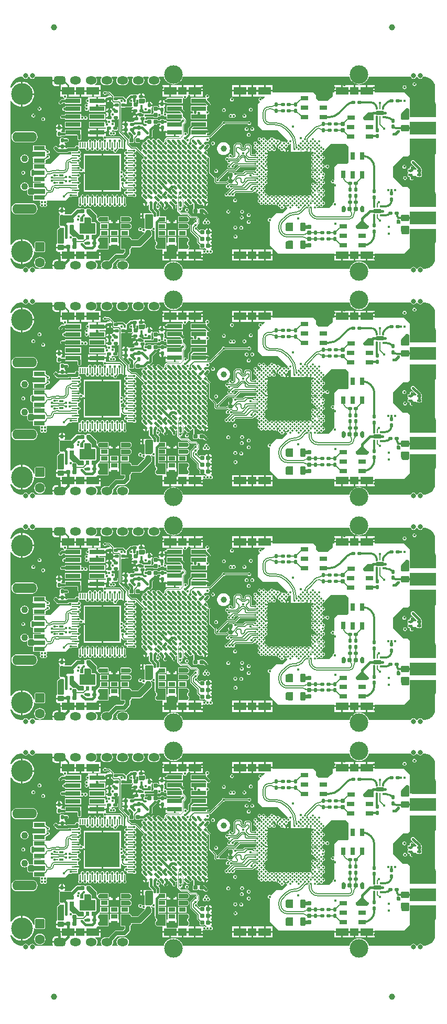
<source format=gtl>
G04 Layer_Physical_Order=1*
G04 Layer_Color=255*
%FSLAX44Y44*%
%MOMM*%
G71*
G01*
G75*
%ADD10C,1.0000*%
%ADD11C,0.3090*%
%ADD12C,0.2000*%
%ADD13C,0.3000*%
%ADD14R,0.3000X0.3100*%
G04:AMPARAMS|DCode=15|XSize=0.6mm|YSize=0.6mm|CornerRadius=0.06mm|HoleSize=0mm|Usage=FLASHONLY|Rotation=180.000|XOffset=0mm|YOffset=0mm|HoleType=Round|Shape=RoundedRectangle|*
%AMROUNDEDRECTD15*
21,1,0.6000,0.4800,0,0,180.0*
21,1,0.4800,0.6000,0,0,180.0*
1,1,0.1200,-0.2400,0.2400*
1,1,0.1200,0.2400,0.2400*
1,1,0.1200,0.2400,-0.2400*
1,1,0.1200,-0.2400,-0.2400*
%
%ADD15ROUNDEDRECTD15*%
%ADD16R,4.0000X2.0000*%
%ADD17R,4.2500X2.0000*%
G04:AMPARAMS|DCode=18|XSize=0.5mm|YSize=0.6mm|CornerRadius=0.05mm|HoleSize=0mm|Usage=FLASHONLY|Rotation=0.000|XOffset=0mm|YOffset=0mm|HoleType=Round|Shape=RoundedRectangle|*
%AMROUNDEDRECTD18*
21,1,0.5000,0.5000,0,0,0.0*
21,1,0.4000,0.6000,0,0,0.0*
1,1,0.1000,0.2000,-0.2500*
1,1,0.1000,-0.2000,-0.2500*
1,1,0.1000,-0.2000,0.2500*
1,1,0.1000,0.2000,0.2500*
%
%ADD18ROUNDEDRECTD18*%
%ADD19C,0.3500*%
%ADD20R,0.2000X0.2000*%
G04:AMPARAMS|DCode=21|XSize=0.6mm|YSize=0.6mm|CornerRadius=0.06mm|HoleSize=0mm|Usage=FLASHONLY|Rotation=270.000|XOffset=0mm|YOffset=0mm|HoleType=Round|Shape=RoundedRectangle|*
%AMROUNDEDRECTD21*
21,1,0.6000,0.4800,0,0,270.0*
21,1,0.4800,0.6000,0,0,270.0*
1,1,0.1200,-0.2400,-0.2400*
1,1,0.1200,-0.2400,0.2400*
1,1,0.1200,0.2400,0.2400*
1,1,0.1200,0.2400,-0.2400*
%
%ADD21ROUNDEDRECTD21*%
G04:AMPARAMS|DCode=22|XSize=1mm|YSize=0.9mm|CornerRadius=0.1125mm|HoleSize=0mm|Usage=FLASHONLY|Rotation=180.000|XOffset=0mm|YOffset=0mm|HoleType=Round|Shape=RoundedRectangle|*
%AMROUNDEDRECTD22*
21,1,1.0000,0.6750,0,0,180.0*
21,1,0.7750,0.9000,0,0,180.0*
1,1,0.2250,-0.3875,0.3375*
1,1,0.2250,0.3875,0.3375*
1,1,0.2250,0.3875,-0.3375*
1,1,0.2250,-0.3875,-0.3375*
%
%ADD22ROUNDEDRECTD22*%
G04:AMPARAMS|DCode=23|XSize=0.5mm|YSize=0.6mm|CornerRadius=0.05mm|HoleSize=0mm|Usage=FLASHONLY|Rotation=90.000|XOffset=0mm|YOffset=0mm|HoleType=Round|Shape=RoundedRectangle|*
%AMROUNDEDRECTD23*
21,1,0.5000,0.5000,0,0,90.0*
21,1,0.4000,0.6000,0,0,90.0*
1,1,0.1000,0.2500,0.2000*
1,1,0.1000,0.2500,-0.2000*
1,1,0.1000,-0.2500,-0.2000*
1,1,0.1000,-0.2500,0.2000*
%
%ADD23ROUNDEDRECTD23*%
%ADD24R,2.4000X0.7500*%
%ADD25C,0.5000*%
%ADD26O,0.4700X0.5000*%
%ADD27O,0.5000X0.4500*%
%ADD28C,0.4700*%
%ADD29R,1.8000X0.7000*%
%ADD30R,5.5500X5.5500*%
%ADD31R,0.9000X0.2000*%
%ADD32R,0.2000X0.9000*%
%ADD33R,0.3500X0.3000*%
%ADD34R,1.1000X0.7000*%
%ADD35R,0.6500X0.4500*%
%ADD36R,0.4000X0.2500*%
%ADD37R,0.5000X0.2500*%
%ADD38R,0.3000X0.3500*%
%ADD39R,1.4000X1.3000*%
%ADD40R,2.0000X1.3000*%
G04:AMPARAMS|DCode=41|XSize=1.3mm|YSize=0.8mm|CornerRadius=0.1mm|HoleSize=0mm|Usage=FLASHONLY|Rotation=270.000|XOffset=0mm|YOffset=0mm|HoleType=Round|Shape=RoundedRectangle|*
%AMROUNDEDRECTD41*
21,1,1.3000,0.6000,0,0,270.0*
21,1,1.1000,0.8000,0,0,270.0*
1,1,0.2000,-0.3000,-0.5500*
1,1,0.2000,-0.3000,0.5500*
1,1,0.2000,0.3000,0.5500*
1,1,0.2000,0.3000,-0.5500*
%
%ADD41ROUNDEDRECTD41*%
G04:AMPARAMS|DCode=42|XSize=0.7mm|YSize=0.4mm|CornerRadius=0.05mm|HoleSize=0mm|Usage=FLASHONLY|Rotation=180.000|XOffset=0mm|YOffset=0mm|HoleType=Round|Shape=RoundedRectangle|*
%AMROUNDEDRECTD42*
21,1,0.7000,0.3000,0,0,180.0*
21,1,0.6000,0.4000,0,0,180.0*
1,1,0.1000,-0.3000,0.1500*
1,1,0.1000,0.3000,0.1500*
1,1,0.1000,0.3000,-0.1500*
1,1,0.1000,-0.3000,-0.1500*
%
%ADD42ROUNDEDRECTD42*%
%ADD43R,0.7600X1.2000*%
%ADD44R,1.2000X0.7600*%
%ADD45R,1.2000X0.7000*%
%ADD46R,0.2500X0.3500*%
%ADD47R,2.5000X1.7000*%
%ADD48R,0.5000X0.7000*%
G04:AMPARAMS|DCode=49|XSize=1.3mm|YSize=1mm|CornerRadius=0.125mm|HoleSize=0mm|Usage=FLASHONLY|Rotation=0.000|XOffset=0mm|YOffset=0mm|HoleType=Round|Shape=RoundedRectangle|*
%AMROUNDEDRECTD49*
21,1,1.3000,0.7500,0,0,0.0*
21,1,1.0500,1.0000,0,0,0.0*
1,1,0.2500,0.5250,-0.3750*
1,1,0.2500,-0.5250,-0.3750*
1,1,0.2500,-0.5250,0.3750*
1,1,0.2500,0.5250,0.3750*
%
%ADD49ROUNDEDRECTD49*%
%ADD50C,0.4000*%
%ADD51C,0.1500*%
%ADD52C,0.6000*%
%ADD53C,0.1000*%
%ADD54C,1.0000*%
%ADD55C,0.1100*%
%ADD56C,0.2500*%
%ADD57C,0.4500*%
%ADD58C,0.1300*%
%ADD59C,0.3500*%
%ADD60C,0.5000*%
%ADD61C,0.1200*%
%ADD62C,0.7000*%
%ADD63R,7.0000X7.0000*%
%ADD64C,1.1000*%
%ADD65O,4.0000X1.6000*%
%ADD66C,3.0000*%
%ADD67C,3.5000*%
%ADD68O,1.8000X1.3000*%
G04:AMPARAMS|DCode=69|XSize=1.8mm|YSize=1.3mm|CornerRadius=0.325mm|HoleSize=0mm|Usage=FLASHONLY|Rotation=0.000|XOffset=0mm|YOffset=0mm|HoleType=Round|Shape=RoundedRectangle|*
%AMROUNDEDRECTD69*
21,1,1.8000,0.6500,0,0,0.0*
21,1,1.1500,1.3000,0,0,0.0*
1,1,0.6500,0.5750,-0.3250*
1,1,0.6500,-0.5750,-0.3250*
1,1,0.6500,-0.5750,0.3250*
1,1,0.6500,0.5750,0.3250*
%
%ADD69ROUNDEDRECTD69*%
G04:AMPARAMS|DCode=70|XSize=1.524mm|YSize=1.524mm|CornerRadius=0.1905mm|HoleSize=0mm|Usage=FLASHONLY|Rotation=0.000|XOffset=0mm|YOffset=0mm|HoleType=Round|Shape=RoundedRectangle|*
%AMROUNDEDRECTD70*
21,1,1.5240,1.1430,0,0,0.0*
21,1,1.1430,1.5240,0,0,0.0*
1,1,0.3810,0.5715,-0.5715*
1,1,0.3810,-0.5715,-0.5715*
1,1,0.3810,-0.5715,0.5715*
1,1,0.3810,0.5715,0.5715*
%
%ADD70ROUNDEDRECTD70*%
%ADD71C,1.6000*%
%ADD72C,0.8000*%
%ADD73C,0.4000*%
G36*
X675239Y1402071D02*
X678508Y1400717D01*
X681449Y1398751D01*
X683951Y1396250D01*
X685917Y1393308D01*
X687271Y1390039D01*
X687961Y1386569D01*
Y1384800D01*
Y1360715D01*
X687636D01*
X689500Y1358851D01*
Y1338100D01*
X647000D01*
Y1368850D01*
X638000Y1377850D01*
X590040D01*
Y1379080D01*
X577500D01*
Y1380350D01*
X576230D01*
Y1389390D01*
X558770D01*
Y1380350D01*
X556230D01*
Y1389390D01*
X538770D01*
Y1380350D01*
X537500D01*
Y1379080D01*
X524960D01*
Y1377850D01*
X521750D01*
Y1371600D01*
X514250Y1364100D01*
X499500D01*
X495500Y1368100D01*
Y1373850D01*
X491500Y1377850D01*
X425040Y1377850D01*
Y1379080D01*
X412500D01*
Y1380350D01*
X411230D01*
Y1389390D01*
X393770D01*
Y1380350D01*
Y1371310D01*
X412403D01*
X412786Y1370386D01*
X409441Y1367041D01*
X408356Y1367370D01*
X408326Y1367521D01*
X407663Y1368513D01*
X406670Y1369176D01*
X405500Y1369409D01*
X404329Y1369176D01*
X403337Y1368513D01*
X402674Y1367521D01*
X402441Y1366350D01*
X402674Y1365180D01*
X403337Y1364187D01*
X404329Y1363524D01*
X404480Y1363494D01*
X404809Y1362409D01*
X401250Y1358850D01*
X401250Y1324100D01*
X409000Y1316350D01*
X433250Y1316350D01*
X450046Y1299554D01*
X449717Y1298469D01*
X449527Y1298431D01*
X448618Y1297823D01*
X448010Y1296913D01*
X447932Y1296523D01*
X447270Y1296194D01*
X446608Y1296523D01*
X446530Y1296913D01*
X445923Y1297823D01*
X445013Y1298431D01*
X443940Y1298644D01*
X442867Y1298431D01*
X442173Y1297967D01*
X441242Y1298011D01*
X440935Y1298092D01*
X440373Y1298933D01*
X438954Y1299881D01*
X437280Y1300214D01*
X436574Y1300074D01*
X436540Y1300243D01*
X435933Y1301153D01*
X435023Y1301761D01*
X433950Y1301974D01*
X432877Y1301761D01*
X432183Y1301297D01*
X431252Y1301342D01*
X430945Y1301422D01*
X430383Y1302263D01*
X428964Y1303212D01*
X427290Y1303544D01*
X426584Y1303404D01*
X426550Y1303573D01*
X425943Y1304483D01*
X425033Y1305091D01*
X423960Y1305304D01*
X422887Y1305091D01*
X421977Y1304483D01*
X421370Y1303573D01*
X421231Y1302874D01*
X420840Y1302290D01*
X420256Y1301900D01*
X419557Y1301761D01*
X418647Y1301153D01*
X418040Y1300243D01*
X417974Y1299912D01*
X417300Y1299580D01*
X416626Y1299912D01*
X416560Y1300243D01*
X415953Y1301153D01*
X415043Y1301761D01*
X414344Y1301900D01*
X413444Y1302500D01*
X413230Y1303573D01*
X412622Y1304483D01*
X411713Y1305091D01*
X410640Y1305304D01*
X409567Y1305091D01*
X408657Y1304483D01*
X408050Y1303573D01*
X407984Y1303242D01*
X407310Y1302910D01*
X406636Y1303242D01*
X406570Y1303573D01*
X405962Y1304483D01*
X405053Y1305091D01*
X403980Y1305304D01*
X402907Y1305091D01*
X401997Y1304483D01*
X401389Y1303573D01*
X401176Y1302500D01*
X401389Y1301427D01*
X401997Y1300518D01*
X402907Y1299910D01*
X403606Y1299771D01*
X404506Y1299170D01*
X404720Y1298097D01*
X405327Y1297188D01*
X406237Y1296580D01*
X406248Y1296578D01*
X406996Y1295511D01*
X406935Y1295240D01*
X406237Y1295101D01*
X405327Y1294493D01*
X404720Y1293583D01*
X404654Y1293252D01*
X403980Y1292920D01*
X403306Y1293252D01*
X403240Y1293583D01*
X402632Y1294493D01*
X401723Y1295101D01*
X401024Y1295240D01*
X400124Y1295840D01*
X399910Y1296913D01*
X399302Y1297823D01*
X398393Y1298431D01*
X397320Y1298644D01*
X396247Y1298431D01*
X395337Y1297823D01*
X394729Y1296913D01*
X394516Y1295840D01*
X394729Y1294767D01*
X395337Y1293858D01*
X396247Y1293250D01*
X396258Y1293248D01*
X397006Y1292181D01*
X396945Y1291910D01*
X396247Y1291771D01*
X395337Y1291163D01*
X394729Y1290253D01*
X394516Y1289180D01*
X394729Y1288107D01*
X395337Y1287198D01*
X396247Y1286590D01*
X396946Y1286451D01*
X397846Y1285850D01*
X398059Y1284777D01*
X398667Y1283868D01*
X399577Y1283260D01*
X399588Y1283258D01*
X400336Y1282191D01*
X400275Y1281920D01*
X399577Y1281781D01*
X398667Y1281173D01*
X398059Y1280263D01*
X397846Y1279190D01*
X397320Y1278664D01*
X396247Y1278451D01*
X395337Y1277843D01*
X395205Y1277645D01*
X391739D01*
X391534Y1277849D01*
Y1290850D01*
X391399Y1291533D01*
X391012Y1292112D01*
X389012Y1294112D01*
X388433Y1294499D01*
X387750Y1294635D01*
X382750D01*
X382067Y1294499D01*
X381488Y1294112D01*
X379738Y1292362D01*
X379352Y1291783D01*
X379216Y1291100D01*
Y1289089D01*
X378761Y1288634D01*
X377489D01*
X376284Y1289839D01*
Y1292850D01*
X376148Y1293533D01*
X375762Y1294112D01*
X374012Y1295862D01*
X373433Y1296249D01*
X372750Y1296384D01*
X367000D01*
X366317Y1296249D01*
X365738Y1295862D01*
X362738Y1292862D01*
X362352Y1292283D01*
X362216Y1291600D01*
Y1276339D01*
X361264Y1275387D01*
X361124Y1275396D01*
X360255Y1275723D01*
X360076Y1276621D01*
X359413Y1277613D01*
X358421Y1278276D01*
X357250Y1278509D01*
X356080Y1278276D01*
X355087Y1277613D01*
X354424Y1276621D01*
X354191Y1275450D01*
X354424Y1274280D01*
X354808Y1273706D01*
X354382Y1272647D01*
X353927Y1272593D01*
X353913Y1272613D01*
X352921Y1273276D01*
X351750Y1273509D01*
X350580Y1273276D01*
X349587Y1272613D01*
X348924Y1271621D01*
X348691Y1270450D01*
X348924Y1269280D01*
X349587Y1268288D01*
X350580Y1267624D01*
X351133Y1267514D01*
X351949Y1266489D01*
X351941Y1266450D01*
X352174Y1265280D01*
X352837Y1264287D01*
X353830Y1263624D01*
X355000Y1263392D01*
X355092Y1263410D01*
X356180Y1262607D01*
X356205Y1262355D01*
X355447Y1261597D01*
X355000Y1261686D01*
X353830Y1261453D01*
X352837Y1260790D01*
X352174Y1259797D01*
X351941Y1258627D01*
X352174Y1257456D01*
X352837Y1256464D01*
X353830Y1255801D01*
X355000Y1255568D01*
X356171Y1255801D01*
X357163Y1256464D01*
X357250Y1256594D01*
X358113D01*
X358357Y1256451D01*
X359330Y1255801D01*
X360500Y1255568D01*
X361671Y1255801D01*
X362663Y1256464D01*
X363326Y1257456D01*
X363559Y1258627D01*
X363429Y1259282D01*
X364902Y1260756D01*
X369718D01*
X370132Y1259756D01*
X364511Y1254135D01*
X352377D01*
X351694Y1253999D01*
X351115Y1253612D01*
X336385Y1238882D01*
X336250Y1238909D01*
X335282Y1238717D01*
X334282Y1239255D01*
Y1240500D01*
X334154Y1241144D01*
X333790Y1241690D01*
X325615Y1249865D01*
Y1272518D01*
X325487Y1273162D01*
X325122Y1273708D01*
X319872Y1278958D01*
X320069Y1279950D01*
X319797Y1281316D01*
X319024Y1282474D01*
X317866Y1283247D01*
X316894Y1283441D01*
Y1284460D01*
X317866Y1284653D01*
X319024Y1285427D01*
X319797Y1286585D01*
X319881Y1287005D01*
X322663Y1289787D01*
X323326Y1290780D01*
X323559Y1291950D01*
X323326Y1293121D01*
X322663Y1294113D01*
X321671Y1294776D01*
X321416Y1294827D01*
X321639Y1295950D01*
X321248Y1297917D01*
X321144Y1298072D01*
X321473Y1298864D01*
X321698Y1299043D01*
X322663Y1299687D01*
X323326Y1300680D01*
X323559Y1301850D01*
X323326Y1303021D01*
X322663Y1304013D01*
X322584Y1304066D01*
X322887Y1305066D01*
X324750D01*
X325433Y1305202D01*
X326012Y1305589D01*
X345803Y1325380D01*
X346250Y1325291D01*
X347421Y1325524D01*
X348413Y1326187D01*
X348666Y1326566D01*
X385084D01*
X385337Y1326187D01*
X386329Y1325524D01*
X387500Y1325291D01*
X388671Y1325524D01*
X389663Y1326187D01*
X390326Y1327180D01*
X390559Y1328350D01*
X390326Y1329521D01*
X389663Y1330513D01*
X388671Y1331176D01*
X387500Y1331409D01*
X386329Y1331176D01*
X385337Y1330513D01*
X385084Y1330134D01*
X348666D01*
X348413Y1330513D01*
X347421Y1331176D01*
X346250Y1331409D01*
X345079Y1331176D01*
X344087Y1330513D01*
X343424Y1329521D01*
X343191Y1328350D01*
X343280Y1327904D01*
X324011Y1308634D01*
X319973D01*
X319000Y1308700D01*
Y1311541D01*
X319750D01*
X320921Y1311774D01*
X321913Y1312437D01*
X322576Y1313430D01*
X322809Y1314600D01*
X322576Y1315771D01*
X321913Y1316763D01*
X320921Y1317426D01*
X319750Y1317659D01*
X319000D01*
Y1318200D01*
X295369D01*
X294955Y1319200D01*
X297205Y1321450D01*
X319000D01*
Y1330950D01*
X293000D01*
Y1324455D01*
X289698Y1321153D01*
X289145Y1320326D01*
X288951Y1319350D01*
Y1311656D01*
X288277Y1310982D01*
X287213Y1311332D01*
X287076Y1312021D01*
X286413Y1313013D01*
X285420Y1313676D01*
X284250Y1313909D01*
X283124Y1313685D01*
X282947Y1313671D01*
X282124Y1314190D01*
Y1325678D01*
X284898Y1328452D01*
X285374Y1329600D01*
Y1333100D01*
X284898Y1334248D01*
X280000Y1339146D01*
X280000Y1343542D01*
X280148Y1343571D01*
X281171Y1343774D01*
X282163Y1344437D01*
X282826Y1345430D01*
X283059Y1346600D01*
X282826Y1347771D01*
X282163Y1348763D01*
X282163Y1348763D01*
X280000Y1350926D01*
Y1356450D01*
X254000D01*
Y1346950D01*
X275324D01*
X277574Y1344700D01*
X277202Y1343700D01*
X254039D01*
X253663Y1344263D01*
X252671Y1344926D01*
X251500Y1345159D01*
X250604Y1344981D01*
X250430Y1344987D01*
X249992Y1345664D01*
X249934Y1345790D01*
X250374Y1346850D01*
Y1351850D01*
X250198Y1352273D01*
X250250Y1352350D01*
X250250D01*
Y1354196D01*
X250942Y1354658D01*
X251614Y1355664D01*
X251850Y1356850D01*
Y1358080D01*
X241651D01*
Y1356850D01*
X241886Y1355664D01*
X242381Y1354924D01*
X241921Y1353976D01*
X240973Y1353945D01*
X240243D01*
X240157Y1354375D01*
X239804Y1354904D01*
X239274Y1355257D01*
X238650Y1355381D01*
X233850D01*
X233226Y1355257D01*
X232696Y1354904D01*
X232343Y1354375D01*
X232219Y1353750D01*
Y1348950D01*
X232343Y1348326D01*
X232696Y1347797D01*
X232750Y1347761D01*
Y1344940D01*
X232696Y1344904D01*
X232343Y1344375D01*
X232219Y1343750D01*
Y1342999D01*
X229652D01*
X229084Y1343999D01*
X229374Y1344700D01*
Y1349700D01*
X229199Y1350123D01*
X229250Y1350200D01*
X229250D01*
Y1352046D01*
X229942Y1352509D01*
X230614Y1353514D01*
X230850Y1354700D01*
Y1355930D01*
X225750D01*
Y1357200D01*
X224480D01*
Y1362800D01*
X223750D01*
X222564Y1362564D01*
X221559Y1361892D01*
X221226Y1361394D01*
X220332Y1361850D01*
Y1366850D01*
X220333Y1366850D01*
X220015Y1367616D01*
X219515Y1368116D01*
X218750Y1368433D01*
X218692D01*
X218350Y1368850D01*
Y1369580D01*
X212750D01*
Y1370850D01*
X211480D01*
Y1375950D01*
X210250D01*
X209064Y1375714D01*
X208058Y1375042D01*
X207596Y1374350D01*
X205750D01*
Y1374350D01*
X205250Y1374474D01*
X204801Y1374474D01*
X200250D01*
X199102Y1373998D01*
X199065Y1373909D01*
X196329D01*
X195159Y1373676D01*
X194167Y1373013D01*
X189338Y1368184D01*
X189043Y1367744D01*
X187815Y1367605D01*
X185167Y1370253D01*
X184340Y1370805D01*
X183364Y1370999D01*
X173600D01*
X172624Y1370805D01*
X172503Y1370724D01*
X170199D01*
X169750Y1370724D01*
X169369Y1370872D01*
X168742Y1371315D01*
X168648Y1371783D01*
X168262Y1372362D01*
X162512Y1378112D01*
X161933Y1378499D01*
X161250Y1378634D01*
X156666D01*
X156413Y1379013D01*
X155421Y1379676D01*
X154250Y1379909D01*
X153080Y1379676D01*
X152087Y1379013D01*
X151424Y1378021D01*
X151191Y1376850D01*
X151424Y1375680D01*
X152087Y1374687D01*
X153080Y1374024D01*
X154250Y1373791D01*
X155421Y1374024D01*
X156413Y1374687D01*
X156666Y1375066D01*
X160511D01*
X162453Y1373124D01*
X162071Y1372200D01*
X159750D01*
X158564Y1371964D01*
X157558Y1371292D01*
X157124Y1370642D01*
X156330Y1370259D01*
X155935Y1370240D01*
X143020D01*
Y1363950D01*
X140480D01*
Y1370240D01*
X127211D01*
Y1367742D01*
X126500Y1367159D01*
X125330Y1366926D01*
X124337Y1366263D01*
X123674Y1365271D01*
X123441Y1364100D01*
X123674Y1362930D01*
X124337Y1361937D01*
X125330Y1361274D01*
X126500Y1361041D01*
X126953Y1360670D01*
X126901Y1359862D01*
X125977Y1359388D01*
X125921Y1359426D01*
X124750Y1359659D01*
X123580Y1359426D01*
X122587Y1358763D01*
X121924Y1357771D01*
X121691Y1356600D01*
X121924Y1355430D01*
X122587Y1354437D01*
X122718Y1354350D01*
Y1353350D01*
X122587Y1353263D01*
X121924Y1352271D01*
X121691Y1351100D01*
X121924Y1349930D01*
X122587Y1348937D01*
X123580Y1348274D01*
X124750Y1348041D01*
X125921Y1348274D01*
X126913Y1348937D01*
X127576Y1349930D01*
X127751Y1350807D01*
X128750Y1350708D01*
Y1346450D01*
X154750D01*
Y1355950D01*
X144988D01*
X144841Y1356898D01*
X145482Y1357660D01*
X156291D01*
Y1363006D01*
X157290Y1363309D01*
X157558Y1362909D01*
X158564Y1362237D01*
X159750Y1362001D01*
X160980D01*
Y1367100D01*
X163520D01*
Y1362001D01*
X164750D01*
X165936Y1362237D01*
X166029Y1362298D01*
X167488Y1360838D01*
X168067Y1360452D01*
X167970Y1359451D01*
X167900Y1359100D01*
Y1358370D01*
X173500D01*
Y1355830D01*
X167900D01*
Y1355100D01*
X168018Y1354509D01*
X168006Y1353829D01*
X167302Y1353370D01*
X166830Y1353276D01*
X165837Y1352613D01*
X165260Y1351749D01*
X164250Y1351950D01*
X163020D01*
Y1346850D01*
X161750D01*
Y1345580D01*
X156151D01*
Y1344850D01*
X156386Y1343664D01*
X157058Y1342659D01*
X157368Y1342452D01*
Y1341249D01*
X157058Y1341042D01*
X156386Y1340036D01*
X156151Y1338850D01*
Y1338120D01*
X161750D01*
Y1335580D01*
X156151D01*
Y1334850D01*
X156386Y1333664D01*
X157058Y1332659D01*
X158064Y1331987D01*
X158352Y1330910D01*
X158191Y1330100D01*
X158307Y1329518D01*
X157500Y1328659D01*
X156329Y1328426D01*
X155750Y1328039D01*
X154750Y1328548D01*
Y1330450D01*
X128750D01*
Y1320950D01*
X154750D01*
Y1320950D01*
X155651Y1320709D01*
Y1319240D01*
X143020D01*
Y1314220D01*
X156291D01*
Y1314635D01*
X157290Y1315169D01*
X157564Y1314987D01*
X158750Y1314751D01*
X161515D01*
X161837Y1313763D01*
X161174Y1312771D01*
X160941Y1311600D01*
X161174Y1310430D01*
X161837Y1309437D01*
X162829Y1308774D01*
X164000Y1308541D01*
X165171Y1308774D01*
X165682Y1309116D01*
X166357Y1309379D01*
X167164Y1309135D01*
X167630Y1308824D01*
X168800Y1308591D01*
X169971Y1308824D01*
X170963Y1309487D01*
X171626Y1310480D01*
X171859Y1311650D01*
X171626Y1312821D01*
X170963Y1313813D01*
X169971Y1314476D01*
X168800Y1314709D01*
X167630Y1314476D01*
X166637Y1313813D01*
X165721Y1314059D01*
X165534Y1314183D01*
X165436Y1315249D01*
X165466Y1315340D01*
X165942Y1315659D01*
X166404Y1316350D01*
X168250D01*
Y1316350D01*
X168327Y1316402D01*
X168750Y1316227D01*
X173750D01*
X174898Y1316702D01*
X175374Y1317850D01*
Y1321850D01*
X174898Y1322998D01*
X174809Y1323035D01*
Y1330350D01*
X174809Y1330350D01*
X174576Y1331520D01*
X174456Y1331700D01*
X174576Y1331880D01*
X174809Y1333050D01*
Y1333458D01*
X175398Y1333702D01*
X175716Y1334469D01*
X176716Y1334270D01*
Y1313951D01*
X176852Y1313268D01*
X177238Y1312689D01*
X188937Y1300990D01*
X188523Y1299990D01*
X187520D01*
Y1292950D01*
Y1285910D01*
X189750D01*
Y1283780D01*
X188750Y1282959D01*
X188500Y1283009D01*
X187330Y1282776D01*
X186337Y1282113D01*
X185674Y1281121D01*
X185441Y1279950D01*
X185674Y1278780D01*
X186337Y1277787D01*
X187330Y1277124D01*
X188500Y1276891D01*
X189194Y1276126D01*
Y1275774D01*
X188500Y1275009D01*
X187330Y1274776D01*
X186337Y1274113D01*
X185674Y1273121D01*
X185441Y1271950D01*
X185674Y1270780D01*
X186337Y1269788D01*
X187330Y1269124D01*
X188500Y1268892D01*
X189194Y1268127D01*
Y1267774D01*
X188500Y1267009D01*
X187330Y1266776D01*
X186337Y1266113D01*
X185674Y1265121D01*
X185441Y1263950D01*
X185674Y1262780D01*
X186337Y1261787D01*
X187330Y1261124D01*
X188500Y1260892D01*
X189194Y1260127D01*
Y1259773D01*
X188500Y1259009D01*
X187330Y1258776D01*
X186337Y1258113D01*
X185674Y1257121D01*
X185441Y1255950D01*
X185674Y1254780D01*
X186337Y1253787D01*
X187330Y1253124D01*
X188500Y1252891D01*
X189194Y1252126D01*
Y1251774D01*
X188500Y1251009D01*
X187330Y1250776D01*
X186337Y1250113D01*
X185674Y1249121D01*
X185441Y1247950D01*
X185674Y1246780D01*
X186337Y1245787D01*
X187330Y1245124D01*
X188500Y1244892D01*
X189194Y1244127D01*
Y1243774D01*
X188500Y1243009D01*
X187330Y1242776D01*
X186337Y1242113D01*
X185674Y1241121D01*
X185441Y1239950D01*
X185674Y1238780D01*
X186337Y1237787D01*
X187330Y1237124D01*
X188500Y1236892D01*
X189194Y1236127D01*
Y1235773D01*
X188500Y1235009D01*
X187330Y1234776D01*
X186337Y1234113D01*
X186110Y1233772D01*
X184913Y1233763D01*
X183921Y1234426D01*
X182750Y1234659D01*
X181579Y1234426D01*
X181540Y1234400D01*
X180540Y1234934D01*
Y1238944D01*
X181313Y1239579D01*
X181500Y1239541D01*
X182671Y1239774D01*
X183663Y1240437D01*
X184326Y1241430D01*
X184559Y1242600D01*
X184326Y1243771D01*
X183663Y1244763D01*
X183185Y1245082D01*
X183163Y1246270D01*
X183413Y1246437D01*
X184076Y1247430D01*
X184309Y1248600D01*
X184076Y1249771D01*
X183413Y1250763D01*
X182421Y1251426D01*
X181250Y1251659D01*
X180540Y1252242D01*
Y1278240D01*
X151520D01*
Y1247950D01*
Y1217660D01*
X180540D01*
Y1224810D01*
X180624Y1224876D01*
X181540Y1225176D01*
X184208Y1222508D01*
X184869Y1222066D01*
X185650Y1221911D01*
X185650Y1221911D01*
X188750D01*
X189750Y1221911D01*
Y1219598D01*
X188977Y1218964D01*
X188750Y1219009D01*
X187580Y1218776D01*
X186587Y1218113D01*
X185924Y1217121D01*
X185692Y1215950D01*
X185924Y1214780D01*
X186587Y1213788D01*
X187580Y1213124D01*
X188750Y1212892D01*
X188977Y1212937D01*
X189750Y1212302D01*
Y1209950D01*
X195053D01*
X195250Y1209911D01*
X199504Y1209911D01*
X199587Y1209787D01*
X200579Y1209124D01*
X201750Y1208891D01*
X202920Y1209124D01*
X203913Y1209787D01*
X204576Y1210779D01*
X204809Y1211950D01*
X204576Y1213121D01*
X203913Y1214113D01*
X202920Y1214776D01*
X201750Y1215009D01*
X200983Y1215714D01*
Y1216186D01*
X201750Y1216891D01*
X202920Y1217124D01*
X203913Y1217787D01*
X204576Y1218780D01*
X204809Y1219950D01*
X204576Y1221121D01*
X203913Y1222113D01*
X202920Y1222776D01*
X201750Y1223009D01*
X200983Y1223714D01*
Y1224187D01*
X201750Y1224892D01*
X202920Y1225124D01*
X203913Y1225788D01*
X204576Y1226780D01*
X204809Y1227950D01*
X204576Y1229121D01*
X203913Y1230113D01*
X202920Y1230776D01*
X201750Y1231009D01*
X200983Y1231714D01*
Y1232187D01*
X201750Y1232892D01*
X202920Y1233124D01*
X203913Y1233787D01*
X204576Y1234780D01*
X204809Y1235950D01*
X204576Y1237121D01*
X203913Y1238113D01*
X202920Y1238776D01*
X201750Y1239009D01*
X200983Y1239714D01*
Y1240186D01*
X201750Y1240891D01*
X202920Y1241124D01*
X203913Y1241787D01*
X204576Y1242779D01*
X204809Y1243950D01*
X204576Y1245121D01*
X203913Y1246113D01*
X202920Y1246776D01*
X201750Y1247009D01*
X200983Y1247714D01*
Y1248187D01*
X201750Y1248892D01*
X202920Y1249124D01*
X203913Y1249788D01*
X204576Y1250780D01*
X204809Y1251950D01*
X204576Y1253121D01*
X203913Y1254113D01*
X202920Y1254776D01*
X201750Y1255009D01*
X200983Y1255714D01*
Y1256187D01*
X201750Y1256892D01*
X202920Y1257124D01*
X203913Y1257787D01*
X204576Y1258780D01*
X204809Y1259950D01*
X204576Y1261121D01*
X203913Y1262113D01*
X202920Y1262776D01*
X201750Y1263009D01*
X200983Y1263714D01*
Y1264186D01*
X201750Y1264891D01*
X202920Y1265124D01*
X203913Y1265787D01*
X204576Y1266779D01*
X204809Y1267950D01*
X204576Y1269121D01*
X203913Y1270113D01*
X202920Y1270776D01*
X201750Y1271009D01*
X200983Y1271714D01*
Y1272187D01*
X201750Y1272892D01*
X202920Y1273124D01*
X203913Y1273788D01*
X204576Y1274780D01*
X204809Y1275950D01*
X204576Y1277121D01*
X203913Y1278113D01*
X202920Y1278776D01*
X201750Y1279009D01*
X200983Y1279714D01*
Y1280186D01*
X201750Y1280892D01*
X202920Y1281124D01*
X203913Y1281788D01*
X204576Y1282780D01*
X204768Y1283745D01*
X205359Y1284056D01*
X205788Y1284139D01*
X217105Y1272822D01*
X216932Y1271950D01*
X217016Y1271525D01*
X216500Y1271009D01*
X215330Y1270776D01*
X214338Y1270113D01*
X213675Y1269121D01*
X213442Y1267950D01*
X213675Y1266780D01*
X214338Y1265787D01*
X214338Y1265787D01*
X216163Y1263962D01*
X215834Y1262877D01*
X215330Y1262776D01*
X214338Y1262113D01*
X213675Y1261121D01*
X213442Y1259950D01*
X213675Y1258780D01*
X214338Y1257787D01*
X214338Y1257787D01*
X216163Y1255962D01*
X215834Y1254877D01*
X215330Y1254776D01*
X214338Y1254113D01*
X213675Y1253121D01*
X213442Y1251950D01*
X213675Y1250780D01*
X214338Y1249787D01*
X214338Y1249787D01*
X216163Y1247962D01*
X215834Y1246877D01*
X215330Y1246776D01*
X214338Y1246113D01*
X213675Y1245121D01*
X213442Y1243950D01*
X213675Y1242780D01*
X214338Y1241787D01*
X214338Y1241787D01*
X216163Y1239962D01*
X215834Y1238877D01*
X215330Y1238776D01*
X214338Y1238113D01*
X213675Y1237121D01*
X213442Y1235950D01*
X213675Y1234780D01*
X214338Y1233787D01*
X214338Y1233787D01*
X216163Y1231962D01*
X215834Y1230877D01*
X215330Y1230776D01*
X214338Y1230113D01*
X213675Y1229121D01*
X213442Y1227950D01*
X213675Y1226780D01*
X214338Y1225787D01*
X214338Y1225787D01*
X216163Y1223962D01*
X215834Y1222877D01*
X215330Y1222776D01*
X214338Y1222113D01*
X213675Y1221121D01*
X213442Y1219950D01*
X213675Y1218780D01*
X214338Y1217787D01*
X214338Y1217787D01*
X216163Y1215962D01*
X215834Y1214877D01*
X215330Y1214776D01*
X214338Y1214113D01*
X213675Y1213121D01*
X213442Y1211950D01*
X213675Y1210780D01*
X214338Y1209787D01*
X214338Y1209787D01*
X217120Y1207005D01*
X217204Y1206585D01*
X217944Y1205476D01*
X217976Y1205409D01*
X217924Y1204260D01*
X216975Y1203626D01*
X216915Y1203536D01*
X219230Y1201220D01*
X220500D01*
Y1199950D01*
X221770D01*
Y1195067D01*
X222408Y1195194D01*
X224026Y1196275D01*
X224442Y1196897D01*
X225442Y1196594D01*
Y1189779D01*
X225442Y1189779D01*
X225674Y1188608D01*
X226338Y1187616D01*
X230271Y1183683D01*
X229857Y1182683D01*
X220750Y1182683D01*
X220750Y1182683D01*
X220490Y1182575D01*
X219490Y1182890D01*
Y1182890D01*
X216720D01*
Y1178600D01*
Y1174310D01*
X218418D01*
Y1159600D01*
X218687Y1158950D01*
X218651Y1158889D01*
X217670Y1158426D01*
X216500Y1158659D01*
X215329Y1158426D01*
X215292Y1158401D01*
X214124Y1158823D01*
X213663Y1159513D01*
X212671Y1160176D01*
X211500Y1160409D01*
X210329Y1160176D01*
X209337Y1159513D01*
X208674Y1158521D01*
X208441Y1157350D01*
X208674Y1156180D01*
X209337Y1155187D01*
X210329Y1154524D01*
X211500Y1154291D01*
X212671Y1154524D01*
X212708Y1154549D01*
X213876Y1154127D01*
X214337Y1153437D01*
X215329Y1152774D01*
X216500Y1152541D01*
X217109Y1152663D01*
X218083Y1151975D01*
X218111Y1151920D01*
X218140Y1151392D01*
X207476Y1140727D01*
X207336Y1140519D01*
X197332D01*
Y1141600D01*
X197015Y1142366D01*
X195015Y1144366D01*
X194250Y1144683D01*
X180750D01*
X180311Y1144501D01*
X179891D01*
Y1144139D01*
X179668Y1143600D01*
X179668Y1140001D01*
X179668Y1136402D01*
Y1132600D01*
X179668Y1129001D01*
X179668Y1125402D01*
X179891Y1124863D01*
Y1124501D01*
X180311D01*
X180750Y1124319D01*
X186162D01*
Y1120249D01*
X183351Y1117438D01*
X172744D01*
X170988Y1117089D01*
X169499Y1116095D01*
X160020Y1106615D01*
X155179D01*
X153221Y1106357D01*
X151396Y1105601D01*
X149830Y1104399D01*
X148627Y1102833D01*
X147872Y1101008D01*
X147614Y1099050D01*
X147872Y1097092D01*
X148627Y1095268D01*
X149493Y1094139D01*
X149000Y1093139D01*
X140928D01*
X140435Y1094139D01*
X141301Y1095268D01*
X142057Y1097092D01*
X142315Y1099050D01*
X142057Y1101008D01*
X141301Y1102833D01*
X140099Y1104399D01*
X138912Y1105310D01*
X139251Y1106310D01*
X147290D01*
Y1114080D01*
X134750D01*
Y1116620D01*
X147290D01*
Y1124319D01*
X159032D01*
X159470Y1124501D01*
X159891D01*
Y1124863D01*
X160114Y1125402D01*
X160114Y1129001D01*
X160114Y1132600D01*
Y1136402D01*
X160114Y1140001D01*
X160114Y1143600D01*
X159891Y1144139D01*
Y1144501D01*
X159470D01*
X159032Y1144683D01*
X145777D01*
X145341Y1145404D01*
X145287Y1145607D01*
X145976Y1146295D01*
X146891Y1146501D01*
X147459Y1146501D01*
X159891D01*
Y1155501D01*
X146891Y1155501D01*
X146832Y1156477D01*
Y1156525D01*
X146891Y1157501D01*
X147832Y1157501D01*
X159891D01*
Y1166501D01*
X146891Y1166501D01*
X146832Y1167477D01*
Y1167600D01*
X147313Y1168319D01*
X159032D01*
X159470Y1168501D01*
X159891D01*
Y1168863D01*
X160114Y1169401D01*
X160114Y1173001D01*
X160114Y1176600D01*
X159891Y1177139D01*
Y1177501D01*
X159470D01*
X159032Y1177682D01*
X145532D01*
X144766Y1177365D01*
X142766Y1175365D01*
X142582Y1174922D01*
X141582Y1175120D01*
X141582Y1179350D01*
X141582Y1179350D01*
X141265Y1180116D01*
X141265Y1180116D01*
X131016Y1190366D01*
X131016Y1190366D01*
X130250Y1190683D01*
X125000Y1190683D01*
X124235Y1190366D01*
X123918Y1189600D01*
X121589D01*
X121554Y1189654D01*
X121024Y1190007D01*
X120400Y1190132D01*
X118236D01*
X118000Y1190179D01*
X110000D01*
X110000Y1190179D01*
X108439Y1189868D01*
X107116Y1188984D01*
X99065Y1180932D01*
X89157Y1180933D01*
X88854Y1181933D01*
X89192Y1182159D01*
X89864Y1183164D01*
X90100Y1184350D01*
Y1185580D01*
X79900D01*
Y1184350D01*
X80136Y1183164D01*
X80808Y1182159D01*
X81415Y1181753D01*
X81378Y1180779D01*
X80985Y1180616D01*
X80668Y1179850D01*
Y1165850D01*
X80668Y1165850D01*
X80719Y1165727D01*
Y1163450D01*
X80843Y1162826D01*
X81196Y1162297D01*
X81250Y1162261D01*
Y1159933D01*
X81000D01*
X80235Y1159616D01*
X77235Y1156616D01*
X76918Y1155850D01*
Y1147100D01*
X76958Y1147002D01*
Y1141949D01*
X76918Y1141850D01*
Y1135100D01*
X76918Y1135100D01*
X77000Y1134901D01*
Y1133963D01*
X76483Y1133618D01*
X75673Y1132405D01*
X75388Y1130975D01*
Y1128870D01*
X83000D01*
Y1126330D01*
X75388D01*
Y1124225D01*
X75673Y1122795D01*
X76483Y1121583D01*
X77695Y1120773D01*
X79125Y1120489D01*
X82210D01*
Y1116620D01*
X94750D01*
Y1114080D01*
X82210D01*
Y1108204D01*
X75643D01*
X73384Y1107754D01*
X71469Y1106475D01*
X70189Y1104559D01*
X69739Y1102300D01*
Y1100320D01*
X81393D01*
Y1097780D01*
X69739D01*
Y1095800D01*
X70070Y1094139D01*
X69346Y1093139D01*
X41651D01*
X40605Y1094705D01*
X38951Y1095810D01*
X37000Y1096198D01*
X35049Y1095810D01*
X33395Y1094705D01*
X32349Y1093139D01*
X30901D01*
X29855Y1094705D01*
X28201Y1095810D01*
X26250Y1096198D01*
X24299Y1095810D01*
X22645Y1094705D01*
X21599Y1093139D01*
X18231Y1093139D01*
X14761Y1093829D01*
X11492Y1095183D01*
X8551Y1097149D01*
X6049Y1099651D01*
X4083Y1102592D01*
X2729Y1105861D01*
X2039Y1109331D01*
Y1110069D01*
X3039Y1110320D01*
X3257Y1109913D01*
X5761Y1106861D01*
X8813Y1104357D01*
X12294Y1102496D01*
X16071Y1101350D01*
X18730Y1101088D01*
Y1121100D01*
Y1141112D01*
X16071Y1140850D01*
X12294Y1139704D01*
X8813Y1137843D01*
X5761Y1135339D01*
X3257Y1132288D01*
X3009Y1131824D01*
X2039Y1132067D01*
Y1363833D01*
X3009Y1364076D01*
X3257Y1363613D01*
X5761Y1360561D01*
X8813Y1358057D01*
X12294Y1356196D01*
X16071Y1355050D01*
X18730Y1354788D01*
Y1374800D01*
Y1394812D01*
X16071Y1394550D01*
X12294Y1393404D01*
X8813Y1391543D01*
X5761Y1389039D01*
X3257Y1385988D01*
X3039Y1385580D01*
X2039Y1385831D01*
Y1386569D01*
X2729Y1390039D01*
X4083Y1393308D01*
X6049Y1396250D01*
X8551Y1398751D01*
X11492Y1400717D01*
X14761Y1402071D01*
X18231Y1402761D01*
X21599D01*
X22645Y1401195D01*
X24299Y1400090D01*
X26250Y1399702D01*
X28201Y1400090D01*
X29855Y1401195D01*
X30901Y1402761D01*
X32349D01*
X33395Y1401195D01*
X35049Y1400090D01*
X37000Y1399702D01*
X38951Y1400090D01*
X40605Y1401195D01*
X41651Y1402761D01*
X68918D01*
X69641Y1401761D01*
X69311Y1400100D01*
Y1398120D01*
X80964D01*
Y1395580D01*
X69311D01*
Y1393600D01*
X69760Y1391341D01*
X71040Y1389426D01*
X72955Y1388146D01*
X75214Y1387697D01*
X82210D01*
Y1381620D01*
X94750D01*
Y1380350D01*
X96020D01*
Y1371310D01*
X113480D01*
Y1380350D01*
X116020D01*
Y1371310D01*
X133480D01*
Y1380350D01*
X134750D01*
Y1381620D01*
X147290D01*
Y1389390D01*
X138502D01*
X138248Y1389971D01*
X138223Y1390390D01*
X139670Y1391501D01*
X140873Y1393068D01*
X141628Y1394892D01*
X141886Y1396850D01*
X141628Y1398808D01*
X140873Y1400633D01*
X140007Y1401761D01*
X140500Y1402761D01*
X148572D01*
X149065Y1401761D01*
X148199Y1400633D01*
X147443Y1398808D01*
X147185Y1396850D01*
X147443Y1394892D01*
X148199Y1393068D01*
X149401Y1391501D01*
X150968Y1390299D01*
X152792Y1389543D01*
X154750Y1389285D01*
X159750D01*
X161708Y1389543D01*
X163532Y1390299D01*
X165099Y1391501D01*
X166301Y1393068D01*
X167057Y1394892D01*
X167315Y1396850D01*
X167057Y1398808D01*
X166301Y1400633D01*
X165435Y1401761D01*
X165928Y1402761D01*
X174000D01*
X174493Y1401761D01*
X173627Y1400633D01*
X172872Y1398808D01*
X172614Y1396850D01*
X172872Y1394892D01*
X173627Y1393068D01*
X174830Y1391501D01*
X176396Y1390299D01*
X178221Y1389543D01*
X180179Y1389285D01*
X185179D01*
X187136Y1389543D01*
X188961Y1390299D01*
X190528Y1391501D01*
X191730Y1393068D01*
X192486Y1394892D01*
X192743Y1396850D01*
X192486Y1398808D01*
X191730Y1400633D01*
X190864Y1401761D01*
X191357Y1402761D01*
X199429D01*
X199922Y1401761D01*
X199056Y1400633D01*
X198300Y1398808D01*
X198042Y1396850D01*
X198300Y1394892D01*
X199056Y1393068D01*
X200258Y1391501D01*
X201825Y1390299D01*
X203649Y1389543D01*
X205607Y1389285D01*
X210607D01*
X212565Y1389543D01*
X214389Y1390299D01*
X215956Y1391501D01*
X217158Y1393068D01*
X217914Y1394892D01*
X218172Y1396850D01*
X217914Y1398808D01*
X217158Y1400633D01*
X216292Y1401761D01*
X216786Y1402761D01*
X224857D01*
X225350Y1401761D01*
X224484Y1400633D01*
X223729Y1398808D01*
X223471Y1396850D01*
X223729Y1394892D01*
X224484Y1393068D01*
X225687Y1391501D01*
X227253Y1390299D01*
X229078Y1389543D01*
X231036Y1389285D01*
X236036D01*
X237994Y1389543D01*
X239818Y1390299D01*
X241385Y1391501D01*
X242587Y1393068D01*
X243343Y1394892D01*
X243600Y1396850D01*
X243343Y1398808D01*
X242587Y1400633D01*
X241721Y1401761D01*
X242214Y1402761D01*
X249505D01*
X250146Y1400648D01*
X251632Y1397868D01*
X253631Y1395432D01*
X256068Y1393432D01*
X258847Y1391947D01*
X261863Y1391032D01*
X265000Y1390723D01*
X268137Y1391032D01*
X271153Y1391947D01*
X273932Y1393432D01*
X276369Y1395432D01*
X278368Y1397868D01*
X279854Y1400648D01*
X280495Y1402761D01*
X549505D01*
X550146Y1400648D01*
X551632Y1397868D01*
X553632Y1395432D01*
X556068Y1393432D01*
X558847Y1391947D01*
X561864Y1391032D01*
X565000Y1390723D01*
X568137Y1391032D01*
X571153Y1391947D01*
X573932Y1393432D01*
X576368Y1395432D01*
X578368Y1397868D01*
X579854Y1400648D01*
X580495Y1402761D01*
X648349D01*
X649395Y1401195D01*
X651049Y1400090D01*
X653000Y1399702D01*
X654951Y1400090D01*
X656605Y1401195D01*
X657651Y1402761D01*
X659099D01*
X660145Y1401195D01*
X661799Y1400090D01*
X663750Y1399702D01*
X665701Y1400090D01*
X667355Y1401195D01*
X668401Y1402761D01*
X671769Y1402761D01*
X675239Y1402071D01*
D02*
G37*
G36*
X219250Y1366850D02*
Y1361850D01*
X217250Y1359850D01*
X211250Y1359850D01*
X209500Y1361600D01*
Y1366850D01*
X210000Y1367350D01*
X218750D01*
X219250Y1366850D01*
D02*
G37*
G36*
X200151Y1354350D02*
X200250Y1353350D01*
X199564Y1353214D01*
X198558Y1352542D01*
X197886Y1351536D01*
X197651Y1350350D01*
Y1349620D01*
X203250D01*
Y1348350D01*
X204520D01*
Y1343251D01*
X205750D01*
X206936Y1343487D01*
X207942Y1344158D01*
X208404Y1344850D01*
X210250D01*
Y1344850D01*
X210327Y1344902D01*
X210750Y1344727D01*
X213269D01*
X214348Y1343648D01*
X215175Y1343095D01*
X216150Y1342901D01*
X216827D01*
X217362Y1341901D01*
X217174Y1341621D01*
X216942Y1340450D01*
X217017Y1340074D01*
X216201Y1339074D01*
X212500D01*
X212078Y1338899D01*
X212001Y1338950D01*
Y1338950D01*
X210154D01*
X209692Y1339642D01*
X208687Y1340314D01*
X207500Y1340550D01*
X206271D01*
Y1335450D01*
X205000D01*
Y1334180D01*
X199401D01*
Y1333450D01*
X199637Y1332264D01*
X200309Y1331259D01*
X199889Y1330336D01*
X199539Y1329974D01*
X195500D01*
X195077Y1329799D01*
X195000Y1329850D01*
Y1329850D01*
X193154D01*
X192692Y1330542D01*
X191686Y1331214D01*
X190500Y1331450D01*
X189270D01*
Y1326350D01*
X188000D01*
Y1325080D01*
X182400D01*
Y1324350D01*
X182636Y1323164D01*
X183038Y1322564D01*
X183308Y1321542D01*
X182636Y1320536D01*
X182400Y1319350D01*
Y1318620D01*
X188000D01*
Y1317350D01*
X189270D01*
Y1312251D01*
X190301D01*
X191191Y1311600D01*
X191424Y1310430D01*
X192087Y1309437D01*
X194441Y1307083D01*
Y1304234D01*
X193946Y1303904D01*
X193593Y1303374D01*
X193497Y1302892D01*
X193096Y1302659D01*
X192469Y1302505D01*
X180284Y1314690D01*
Y1352691D01*
X181000Y1353477D01*
X186000D01*
X187148Y1353952D01*
X187185Y1354041D01*
X191329D01*
X191476Y1353943D01*
X192100Y1353819D01*
X196900D01*
X197524Y1353943D01*
X198054Y1354297D01*
X198089Y1354350D01*
X200151Y1354350D01*
D02*
G37*
G36*
X646000Y1349850D02*
X646000Y1341350D01*
X633000D01*
X633000Y1343600D01*
X641250Y1351850D01*
X644000Y1351850D01*
X646000Y1349850D01*
D02*
G37*
G36*
X248877Y1340626D02*
X249337Y1339937D01*
X250329Y1339274D01*
X251500Y1339041D01*
X252671Y1339274D01*
X253000Y1339495D01*
X254000Y1338960D01*
Y1334200D01*
X276926D01*
X277461Y1333200D01*
X277174Y1332771D01*
X277077Y1332282D01*
X275745Y1330950D01*
X254989D01*
X254826Y1331771D01*
X254163Y1332763D01*
X253171Y1333426D01*
X252000Y1333659D01*
X250830Y1333426D01*
X250440Y1333544D01*
X250148Y1334248D01*
X249000Y1334724D01*
X245000D01*
X243852Y1334248D01*
X243416Y1333195D01*
X239993D01*
X239907Y1333625D01*
X239554Y1334154D01*
X239024Y1334507D01*
X238400Y1334632D01*
X233600D01*
X232976Y1334507D01*
X232446Y1334154D01*
X232411Y1334100D01*
X229589D01*
X229554Y1334154D01*
X229024Y1334507D01*
X228400Y1334632D01*
X223600D01*
X222976Y1334507D01*
X222446Y1334154D01*
X222167Y1333735D01*
X221707Y1333479D01*
X221483Y1333394D01*
X221010Y1333308D01*
X220000Y1333509D01*
X219124Y1334354D01*
Y1336546D01*
X220000Y1337392D01*
X221171Y1337624D01*
X221586Y1337901D01*
X232627D01*
X232696Y1337797D01*
X233226Y1337443D01*
X233850Y1337319D01*
X238650D01*
X239274Y1337443D01*
X239804Y1337797D01*
X240093Y1338230D01*
X240265Y1338378D01*
X240792Y1338634D01*
X241259Y1338739D01*
X242250Y1338542D01*
X243421Y1338774D01*
X244413Y1339437D01*
X245076Y1340430D01*
X245160Y1340850D01*
X245579Y1341024D01*
X246750Y1340791D01*
X247920Y1341024D01*
X248877Y1340626D01*
D02*
G37*
G36*
X587750Y1345100D02*
X588250Y1344600D01*
X588250Y1332850D01*
X574250Y1332850D01*
X571750Y1335350D01*
X571750Y1337600D01*
X579250Y1345100D01*
X587750Y1345100D01*
D02*
G37*
G36*
X630750Y1314100D02*
X624750Y1308100D01*
X619750Y1308100D01*
X619000Y1308850D01*
Y1311100D01*
X620250Y1312350D01*
X622750D01*
X626500Y1316100D01*
X626500Y1316850D01*
X630750D01*
X630750Y1314100D01*
D02*
G37*
G36*
X243500Y1327600D02*
Y1325754D01*
X242808Y1325292D01*
X242136Y1324286D01*
X241901Y1323100D01*
Y1321870D01*
X247000D01*
Y1320600D01*
X248270D01*
Y1315001D01*
X249000D01*
X250186Y1315237D01*
X251192Y1315909D01*
X251460Y1316311D01*
X252460Y1316007D01*
Y1314720D01*
X267000D01*
Y1313450D01*
X268270D01*
Y1307160D01*
X274078D01*
X274598Y1306160D01*
X274418Y1305902D01*
X254928D01*
X253780Y1305427D01*
X251024Y1302670D01*
X250548Y1301522D01*
Y1298855D01*
X249977Y1298474D01*
X249203Y1297316D01*
X249010Y1296344D01*
X247991D01*
X247797Y1297316D01*
X247024Y1298474D01*
X245866Y1299247D01*
X245446Y1299331D01*
X242663Y1302113D01*
X242663Y1302113D01*
X241671Y1302776D01*
X240501Y1303009D01*
X239330Y1302776D01*
X238338Y1302113D01*
X237675Y1301121D01*
X237574Y1300617D01*
X236489Y1300287D01*
X234663Y1302113D01*
X234663Y1302113D01*
X233671Y1302776D01*
X232500Y1303009D01*
X231330Y1302776D01*
X230338Y1302113D01*
X229674Y1301121D01*
X229574Y1300616D01*
X228489Y1300287D01*
X226855Y1301922D01*
X226891Y1302563D01*
X226918Y1302715D01*
X227060Y1303051D01*
X227906Y1303616D01*
X230213Y1305923D01*
X230213Y1305923D01*
X230876Y1306915D01*
X231109Y1308086D01*
X231109Y1308086D01*
Y1316133D01*
X237413Y1322437D01*
X237413Y1322437D01*
X238076Y1323430D01*
X238309Y1324600D01*
X238116Y1325569D01*
X238211Y1325904D01*
X238326Y1326112D01*
X238705Y1326629D01*
X239024Y1326693D01*
X239554Y1327047D01*
X239907Y1327576D01*
X239993Y1328005D01*
X242668D01*
X243500Y1327600D01*
D02*
G37*
G36*
X215435Y1296318D02*
X215362Y1295950D01*
X215585Y1294827D01*
X215330Y1294776D01*
X214338Y1294113D01*
X213675Y1293121D01*
X213442Y1291950D01*
X213675Y1290780D01*
X214338Y1289787D01*
X214338Y1289787D01*
X216163Y1287962D01*
X215834Y1286877D01*
X215330Y1286776D01*
X214338Y1286113D01*
X213675Y1285121D01*
X213442Y1283950D01*
X213675Y1282780D01*
X213807Y1282581D01*
X213031Y1281943D01*
X205612Y1289362D01*
X205033Y1289749D01*
X204350Y1289884D01*
X197989D01*
X193534Y1294339D01*
Y1295869D01*
X194458Y1296432D01*
X194534Y1296431D01*
X195100Y1296319D01*
X199900D01*
X200524Y1296443D01*
X201054Y1296797D01*
X201089Y1296850D01*
X203911D01*
X203946Y1296797D01*
X204476Y1296443D01*
X205100Y1296319D01*
X209900D01*
X210524Y1296443D01*
X211054Y1296797D01*
X211250Y1297091D01*
X214800D01*
X215435Y1296318D01*
D02*
G37*
G36*
X427290Y1294796D02*
X427996Y1294937D01*
X428030Y1294767D01*
X428637Y1293858D01*
X429547Y1293250D01*
X429716Y1293216D01*
X429576Y1292510D01*
X429909Y1290836D01*
X430857Y1289418D01*
X432276Y1288469D01*
X433950Y1288136D01*
X434656Y1288277D01*
X434690Y1288107D01*
X435298Y1287198D01*
X436207Y1286590D01*
X436906Y1286451D01*
X437806Y1285850D01*
X438020Y1284777D01*
X438628Y1283868D01*
X439537Y1283260D01*
X440610Y1283047D01*
X441683Y1283260D01*
X442377Y1283724D01*
X443308Y1283679D01*
X443615Y1283598D01*
X444177Y1282758D01*
X445596Y1281809D01*
X446000Y1281729D01*
Y1285850D01*
X447270D01*
Y1287120D01*
X451392D01*
X451311Y1287524D01*
X450363Y1288943D01*
X449522Y1289505D01*
X449441Y1289812D01*
X449397Y1290743D01*
X449860Y1291437D01*
X450074Y1292510D01*
X450600Y1293037D01*
X451673Y1293250D01*
X452583Y1293858D01*
X452872Y1294291D01*
X454033Y1294580D01*
X454158Y1294552D01*
X454500Y1294298D01*
Y1282100D01*
X478461D01*
X478896Y1281809D01*
X480570Y1281476D01*
X482244Y1281809D01*
X482679Y1282100D01*
X485121D01*
X485556Y1281809D01*
X487230Y1281476D01*
X488904Y1281809D01*
X489340Y1282100D01*
X491496D01*
X491775Y1281472D01*
X491859Y1281100D01*
X491300Y1280263D01*
X491161Y1279564D01*
X490560Y1278664D01*
X489487Y1278451D01*
X488578Y1277843D01*
X487970Y1276933D01*
X487757Y1275860D01*
X487970Y1274787D01*
X488578Y1273878D01*
X489487Y1273270D01*
X489498Y1273268D01*
X490247Y1272201D01*
X490185Y1271929D01*
X489487Y1271791D01*
X488578Y1271183D01*
X487970Y1270273D01*
X487757Y1269200D01*
X487970Y1268127D01*
X488578Y1267218D01*
X489487Y1266610D01*
X489498Y1266608D01*
X490247Y1265541D01*
X490185Y1265269D01*
X489487Y1265131D01*
X488578Y1264523D01*
X487970Y1263613D01*
X487757Y1262540D01*
X487970Y1261467D01*
X488578Y1260558D01*
X489487Y1259950D01*
X489878Y1259872D01*
X490207Y1259210D01*
X489878Y1258548D01*
X489487Y1258471D01*
X488578Y1257863D01*
X487970Y1256953D01*
X487757Y1255880D01*
X487970Y1254807D01*
X488578Y1253898D01*
X489487Y1253290D01*
X490560Y1253076D01*
X491633Y1253290D01*
X492543Y1253898D01*
X493151Y1254807D01*
X493228Y1255198D01*
X493890Y1255527D01*
X494552Y1255198D01*
X494630Y1254807D01*
X495238Y1253898D01*
X496147Y1253290D01*
X496538Y1253212D01*
X496867Y1252550D01*
X496538Y1251888D01*
X496147Y1251811D01*
X495238Y1251203D01*
X494630Y1250293D01*
X494552Y1249902D01*
X493890Y1249573D01*
X493228Y1249902D01*
X493151Y1250293D01*
X492543Y1251203D01*
X491633Y1251811D01*
X490560Y1252024D01*
X489487Y1251811D01*
X488578Y1251203D01*
X487970Y1250293D01*
X487757Y1249220D01*
X487970Y1248147D01*
X488578Y1247238D01*
X489487Y1246630D01*
X489878Y1246552D01*
X490207Y1245890D01*
X489878Y1245228D01*
X489487Y1245151D01*
X488578Y1244543D01*
X487970Y1243633D01*
X487757Y1242560D01*
X487970Y1241487D01*
X488578Y1240577D01*
X489487Y1239970D01*
X490560Y1239756D01*
X491087Y1239230D01*
X491300Y1238157D01*
X491908Y1237247D01*
X492817Y1236640D01*
X493890Y1236426D01*
X494491Y1235526D01*
X494630Y1234827D01*
X495238Y1233917D01*
X496147Y1233310D01*
X496317Y1233276D01*
X496176Y1232570D01*
X496317Y1231864D01*
X496147Y1231831D01*
X495238Y1231223D01*
X494630Y1230313D01*
X494628Y1230302D01*
X493561Y1229554D01*
X493290Y1229615D01*
X493151Y1230313D01*
X492543Y1231223D01*
X491633Y1231831D01*
X490560Y1232044D01*
X489487Y1231831D01*
X488578Y1231223D01*
X487970Y1230313D01*
X487757Y1229240D01*
X487970Y1228167D01*
X488578Y1227258D01*
X489487Y1226650D01*
X490185Y1226511D01*
X490337Y1226283D01*
X490337Y1225537D01*
X490185Y1225309D01*
X489487Y1225171D01*
X488578Y1224563D01*
X487970Y1223653D01*
X487756Y1222580D01*
X487970Y1221507D01*
X488578Y1220597D01*
X489487Y1219990D01*
X489641Y1219959D01*
X489836Y1219599D01*
X489487Y1218510D01*
X488578Y1217903D01*
X487970Y1216993D01*
X487757Y1215920D01*
X487970Y1214847D01*
X488434Y1214153D01*
X488389Y1213222D01*
X488308Y1212915D01*
X487467Y1212353D01*
X486906Y1211512D01*
X486598Y1211431D01*
X485667Y1211386D01*
X484973Y1211850D01*
X483900Y1212064D01*
X482827Y1211850D01*
X481918Y1211242D01*
X481310Y1210333D01*
X481244Y1210002D01*
X480570Y1209669D01*
X479897Y1210002D01*
X479831Y1210333D01*
X479223Y1211242D01*
X478313Y1211850D01*
X477240Y1212064D01*
X476167Y1211850D01*
X475258Y1211242D01*
X474650Y1210333D01*
X474584Y1210002D01*
X473910Y1209669D01*
X473237Y1210002D01*
X473171Y1210333D01*
X472563Y1211242D01*
X471653Y1211850D01*
X470580Y1212064D01*
X469507Y1211850D01*
X468598Y1211242D01*
X467990Y1210333D01*
X467924Y1210002D01*
X467250Y1209669D01*
X466576Y1210002D01*
X466511Y1210333D01*
X465903Y1211242D01*
X464993Y1211850D01*
X463920Y1212064D01*
X462847Y1211850D01*
X461937Y1211242D01*
X461330Y1210333D01*
X461264Y1210002D01*
X460590Y1209669D01*
X459916Y1210002D01*
X459851Y1210333D01*
X459243Y1211242D01*
X458333Y1211850D01*
X457260Y1212064D01*
X456187Y1211850D01*
X455277Y1211242D01*
X454670Y1210333D01*
X454604Y1210002D01*
X453930Y1209669D01*
X453256Y1210002D01*
X453190Y1210333D01*
X452583Y1211242D01*
X451673Y1211850D01*
X450600Y1212064D01*
X449527Y1211850D01*
X448617Y1211242D01*
X448010Y1210333D01*
X447944Y1210002D01*
X447270Y1209669D01*
X446596Y1210002D01*
X446530Y1210333D01*
X445923Y1211242D01*
X445013Y1211850D01*
X443940Y1212064D01*
X442867Y1211850D01*
X441957Y1211242D01*
X441350Y1210333D01*
X441284Y1210002D01*
X440610Y1209669D01*
X439936Y1210002D01*
X439870Y1210333D01*
X439263Y1211242D01*
X438353Y1211850D01*
X437280Y1212064D01*
X436207Y1211850D01*
X435297Y1211242D01*
X434690Y1210333D01*
X434557Y1209664D01*
X434504Y1209624D01*
X434280Y1209573D01*
X433213Y1210322D01*
X433210Y1210333D01*
X432603Y1211242D01*
X431693Y1211850D01*
X430620Y1212064D01*
X429547Y1211850D01*
X428637Y1211242D01*
X428030Y1210333D01*
X427996Y1210163D01*
X427290Y1210304D01*
X426584Y1210163D01*
X426550Y1210333D01*
X425943Y1211242D01*
X425033Y1211850D01*
X423960Y1212064D01*
X422887Y1211850D01*
X421977Y1211242D01*
X421370Y1210333D01*
X421236Y1209664D01*
X421152Y1209600D01*
X420947Y1209509D01*
X419984Y1209862D01*
X419890Y1210333D01*
X419282Y1211242D01*
X418373Y1211850D01*
X417674Y1211989D01*
X416774Y1212590D01*
X416560Y1213663D01*
X415952Y1214572D01*
X415043Y1215180D01*
X414344Y1215319D01*
X413444Y1215920D01*
X413230Y1216993D01*
X412622Y1217902D01*
X411713Y1218510D01*
X411702Y1218512D01*
X410953Y1219579D01*
X411015Y1219851D01*
X411713Y1219989D01*
X412622Y1220597D01*
X413230Y1221507D01*
X413444Y1222580D01*
X413230Y1223653D01*
X412622Y1224562D01*
X411713Y1225170D01*
X411015Y1225309D01*
X410863Y1225537D01*
X410863Y1226283D01*
X411015Y1226511D01*
X411713Y1226649D01*
X412622Y1227257D01*
X413230Y1228167D01*
X413370Y1228868D01*
X413806Y1229475D01*
X414347Y1229827D01*
X415083Y1229974D01*
X415993Y1230582D01*
X416601Y1231491D01*
X416814Y1232564D01*
X416601Y1233637D01*
X415993Y1234547D01*
X415083Y1235154D01*
X414765Y1235218D01*
X414388Y1235966D01*
X414678Y1236567D01*
X415043Y1236639D01*
X415952Y1237247D01*
X416560Y1238157D01*
X416774Y1239230D01*
X416560Y1240303D01*
X415952Y1241213D01*
X415043Y1241820D01*
X414874Y1241854D01*
X415014Y1242560D01*
X414874Y1243266D01*
X415043Y1243300D01*
X415952Y1243907D01*
X416560Y1244817D01*
X416774Y1245890D01*
X416560Y1246963D01*
X416097Y1247657D01*
X416141Y1248588D01*
X416222Y1248895D01*
X417063Y1249457D01*
X418011Y1250876D01*
X418091Y1251280D01*
X413970D01*
Y1253820D01*
X418091D01*
X418011Y1254224D01*
X417063Y1255643D01*
X416222Y1256205D01*
X416141Y1256512D01*
X416097Y1257443D01*
X416560Y1258137D01*
X416774Y1259210D01*
X416560Y1260283D01*
X415952Y1261193D01*
X415043Y1261801D01*
X414712Y1261866D01*
X414379Y1262540D01*
X414712Y1263214D01*
X415043Y1263280D01*
X415952Y1263887D01*
X416560Y1264797D01*
X416774Y1265870D01*
X416560Y1266943D01*
X415952Y1267853D01*
X415043Y1268461D01*
X414712Y1268527D01*
X414379Y1269200D01*
X414712Y1269874D01*
X415043Y1269940D01*
X415952Y1270548D01*
X416560Y1271457D01*
X416774Y1272530D01*
X416560Y1273603D01*
X416097Y1274297D01*
X416141Y1275228D01*
X416222Y1275536D01*
X417063Y1276097D01*
X418011Y1277516D01*
X418091Y1277920D01*
X413970D01*
Y1280460D01*
X418091D01*
X418011Y1280864D01*
X417063Y1282283D01*
X416222Y1282845D01*
X416141Y1283152D01*
X416097Y1284083D01*
X416560Y1284777D01*
X416626Y1285109D01*
X417300Y1285441D01*
X417974Y1285109D01*
X418040Y1284777D01*
X418647Y1283868D01*
X419557Y1283260D01*
X420630Y1283047D01*
X421703Y1283260D01*
X422613Y1283868D01*
X423220Y1284777D01*
X423291Y1285130D01*
X423844Y1285408D01*
X424674Y1284908D01*
X424700Y1284777D01*
X425307Y1283868D01*
X426217Y1283260D01*
X427290Y1283047D01*
X428363Y1283260D01*
X429273Y1283868D01*
X429880Y1284777D01*
X430094Y1285850D01*
X429880Y1286923D01*
X429273Y1287833D01*
X428363Y1288441D01*
X427664Y1288580D01*
X426764Y1289180D01*
X426550Y1290253D01*
X425943Y1291163D01*
X425033Y1291771D01*
X425022Y1291773D01*
X424274Y1292840D01*
X424335Y1293111D01*
X425033Y1293250D01*
X425943Y1293858D01*
X426550Y1294767D01*
X426584Y1294937D01*
X427290Y1294796D01*
D02*
G37*
G36*
X689500Y1279639D02*
X687961Y1278100D01*
D01*
Y1215715D01*
X687636D01*
X689500Y1213851D01*
Y1193100D01*
X647000D01*
Y1221350D01*
X643500Y1224850D01*
X636250Y1224850D01*
X620000Y1241100D01*
X620000Y1258100D01*
X636000Y1274100D01*
X643500Y1274100D01*
X647000Y1277600D01*
Y1302850D01*
X689500D01*
X689500Y1279639D01*
D02*
G37*
G36*
X548250Y1290100D02*
X548250Y1265100D01*
X545999Y1262849D01*
X530751D01*
X525252Y1257350D01*
Y1237188D01*
X524252Y1236654D01*
X523711Y1237016D01*
X522540Y1237249D01*
X521370Y1237016D01*
X520377Y1236353D01*
X519714Y1235360D01*
X519481Y1234190D01*
X519714Y1233019D01*
X520377Y1232027D01*
X521370Y1231364D01*
X522540Y1231131D01*
X523711Y1231364D01*
X524252Y1231726D01*
X525252Y1231191D01*
Y1200673D01*
X524381Y1200499D01*
X523388Y1199836D01*
X522725Y1198844D01*
X522492Y1197673D01*
X522547Y1197398D01*
X516500Y1191350D01*
X497463Y1191349D01*
X496642Y1192349D01*
X496694Y1192610D01*
X497220Y1193136D01*
X498293Y1193350D01*
X499203Y1193957D01*
X499811Y1194867D01*
X499888Y1195258D01*
X500550Y1195587D01*
X501212Y1195258D01*
X501290Y1194867D01*
X501898Y1193957D01*
X502807Y1193350D01*
X503880Y1193136D01*
X504953Y1193350D01*
X505863Y1193957D01*
X506471Y1194867D01*
X506684Y1195940D01*
X507210Y1196466D01*
X508283Y1196680D01*
X509193Y1197287D01*
X509801Y1198197D01*
X510014Y1199270D01*
X509801Y1200343D01*
X509193Y1201253D01*
X508283Y1201860D01*
X507210Y1202074D01*
X506684Y1202600D01*
X506471Y1203673D01*
X505863Y1204583D01*
X504953Y1205190D01*
X504256Y1205329D01*
X504194Y1205600D01*
X504943Y1206667D01*
X504953Y1206669D01*
X505863Y1207277D01*
X506471Y1208187D01*
X506684Y1209260D01*
X507416Y1209827D01*
X508283Y1210000D01*
X509193Y1210607D01*
X509801Y1211517D01*
X510014Y1212590D01*
X509801Y1213663D01*
X509193Y1214573D01*
X508283Y1215180D01*
X508114Y1215214D01*
X508254Y1215920D01*
X508114Y1216626D01*
X508283Y1216660D01*
X509193Y1217267D01*
X509801Y1218177D01*
X510014Y1219250D01*
X509801Y1220323D01*
X509193Y1221233D01*
X508283Y1221841D01*
X507210Y1222054D01*
X506684Y1222580D01*
X506471Y1223653D01*
X505863Y1224563D01*
X504953Y1225171D01*
X504784Y1225204D01*
X504924Y1225910D01*
X504784Y1226616D01*
X504953Y1226650D01*
X505863Y1227258D01*
X506471Y1228167D01*
X506684Y1229240D01*
X507584Y1229841D01*
X508283Y1229980D01*
X509193Y1230587D01*
X509801Y1231497D01*
X510014Y1232570D01*
X509801Y1233643D01*
X509193Y1234553D01*
X508283Y1235161D01*
X507210Y1235374D01*
X506684Y1235900D01*
X506471Y1236973D01*
X506384Y1237103D01*
X506844Y1238214D01*
X507073Y1238260D01*
X507983Y1238868D01*
X508590Y1239777D01*
X508804Y1240850D01*
X508590Y1241923D01*
X508344Y1242292D01*
X508291Y1243166D01*
X508628Y1243530D01*
X509193Y1243907D01*
X509801Y1244817D01*
X510014Y1245890D01*
X509801Y1246963D01*
X509193Y1247873D01*
X508283Y1248481D01*
X507210Y1248694D01*
X506684Y1249220D01*
X506471Y1250293D01*
X505863Y1251203D01*
X504953Y1251811D01*
X504563Y1251888D01*
X504234Y1252550D01*
X504563Y1253212D01*
X504953Y1253290D01*
X505863Y1253898D01*
X506471Y1254807D01*
X506684Y1255880D01*
X507210Y1256406D01*
X508283Y1256620D01*
X509193Y1257228D01*
X509772Y1258095D01*
X509961Y1258122D01*
X510802Y1258045D01*
X510974Y1257180D01*
X511637Y1256187D01*
X512630Y1255524D01*
X513800Y1255291D01*
X514971Y1255524D01*
X515963Y1256187D01*
X516626Y1257180D01*
X516859Y1258350D01*
X516626Y1259521D01*
X515963Y1260513D01*
X514971Y1261176D01*
X513800Y1261409D01*
X512630Y1261176D01*
X511637Y1260513D01*
X510974Y1259521D01*
X510973Y1259516D01*
X509953D01*
X509801Y1260283D01*
X509193Y1261193D01*
X508283Y1261801D01*
X507210Y1262014D01*
X506684Y1262540D01*
X506471Y1263613D01*
X505863Y1264523D01*
X504953Y1265131D01*
X504563Y1265208D01*
X504234Y1265870D01*
X504563Y1266532D01*
X504953Y1266610D01*
X505863Y1267218D01*
X506471Y1268127D01*
X506684Y1269200D01*
X507210Y1269726D01*
X508283Y1269940D01*
X509193Y1270548D01*
X509801Y1271457D01*
X510014Y1272530D01*
X509801Y1273603D01*
X509193Y1274513D01*
X508283Y1275121D01*
X507584Y1275260D01*
X506684Y1275860D01*
X506684Y1275860D01*
X506471Y1276933D01*
X505863Y1277843D01*
X504953Y1278451D01*
X504563Y1278529D01*
X504234Y1279190D01*
X504563Y1279852D01*
X504953Y1279930D01*
X505863Y1280538D01*
X506471Y1281447D01*
X506601Y1282100D01*
X507631Y1283130D01*
X508283Y1283260D01*
X509193Y1283868D01*
X509801Y1284777D01*
X509931Y1285430D01*
X519601Y1295100D01*
X543250Y1295101D01*
X548250Y1290100D01*
D02*
G37*
G36*
X398667Y1257227D02*
X399577Y1256620D01*
X399908Y1256554D01*
X400241Y1255880D01*
X399908Y1255206D01*
X399577Y1255140D01*
X398667Y1254533D01*
X398059Y1253623D01*
X397846Y1252550D01*
X397320Y1252024D01*
X396247Y1251810D01*
X396004Y1251648D01*
X380764D01*
X380081Y1251513D01*
X379502Y1251126D01*
X376788Y1248411D01*
X367249D01*
X367163Y1248540D01*
X366171Y1249203D01*
X365000Y1249436D01*
X363830Y1249203D01*
X362837Y1248540D01*
X362581Y1248156D01*
X362468Y1248121D01*
X361424Y1248224D01*
X361304Y1248404D01*
X360775Y1248757D01*
X360151Y1248882D01*
X355351D01*
X354726Y1248757D01*
X354197Y1248404D01*
X353843Y1247875D01*
X353719Y1247250D01*
Y1242450D01*
X353771Y1242192D01*
X353674Y1242048D01*
X353442Y1240877D01*
X353674Y1239706D01*
X353933Y1239318D01*
X354197Y1238404D01*
X353843Y1237875D01*
X353719Y1237250D01*
Y1235782D01*
X352250D01*
X351606Y1235655D01*
X351061Y1235290D01*
X349653Y1233883D01*
X339655D01*
X339116Y1234883D01*
X339309Y1235850D01*
X339158Y1236608D01*
X353116Y1250566D01*
X365250D01*
X365933Y1250702D01*
X366512Y1251088D01*
X372679Y1257256D01*
X398648D01*
X398667Y1257227D01*
D02*
G37*
G36*
X322250Y1271822D02*
Y1249168D01*
X322378Y1248524D01*
X322743Y1247978D01*
X330918Y1239803D01*
Y1234338D01*
X331046Y1233695D01*
X331410Y1233149D01*
X333549Y1231011D01*
X334094Y1230646D01*
X334738Y1230518D01*
X350350D01*
X350994Y1230646D01*
X351540Y1231011D01*
X352746Y1232217D01*
X353797Y1232057D01*
X353843Y1231826D01*
X354197Y1231297D01*
X354061Y1230185D01*
X353010Y1229134D01*
X352750Y1229186D01*
X351580Y1228953D01*
X350587Y1228290D01*
X349924Y1227298D01*
X349692Y1226127D01*
X349924Y1224956D01*
X350587Y1223964D01*
X351580Y1223301D01*
X352750Y1223068D01*
X353921Y1223301D01*
X354913Y1223964D01*
X356030Y1223835D01*
X356742Y1223360D01*
X356902Y1223115D01*
X357137Y1222341D01*
X350935Y1216138D01*
X350697Y1216186D01*
X349526Y1215953D01*
X348534Y1215290D01*
X347871Y1214297D01*
X347638Y1213127D01*
X347871Y1211956D01*
X348534Y1210964D01*
X349526Y1210301D01*
X350697Y1210068D01*
X351867Y1210301D01*
X352531Y1210744D01*
X353587Y1210964D01*
X354580Y1210301D01*
X355750Y1210068D01*
X356921Y1210301D01*
X357913Y1210964D01*
X359030Y1210835D01*
X359830Y1210301D01*
X361000Y1210068D01*
X362171Y1210301D01*
X363163Y1210964D01*
X363826Y1211956D01*
X364059Y1213127D01*
X363970Y1213574D01*
X366176Y1215780D01*
X392304D01*
X392987Y1215916D01*
X393566Y1216302D01*
X395565Y1218302D01*
X396522Y1218011D01*
X396609Y1217576D01*
X397557Y1216157D01*
X398976Y1215209D01*
X400650Y1214876D01*
X401356Y1215016D01*
X401389Y1214847D01*
X401997Y1213937D01*
X402907Y1213329D01*
X403076Y1213296D01*
X402936Y1212590D01*
X403076Y1211884D01*
X402907Y1211850D01*
X401997Y1211242D01*
X401389Y1210333D01*
X401176Y1209260D01*
X401389Y1208187D01*
X401997Y1207277D01*
X402907Y1206669D01*
X402918Y1206667D01*
X403666Y1205600D01*
X403605Y1205329D01*
X402907Y1205190D01*
X401997Y1204582D01*
X401389Y1203673D01*
X401176Y1202600D01*
X401389Y1201527D01*
X401997Y1200617D01*
X402907Y1200009D01*
X403980Y1199796D01*
X404506Y1199270D01*
X404720Y1198197D01*
X405327Y1197287D01*
X406237Y1196679D01*
X407310Y1196466D01*
X408383Y1196679D01*
X409292Y1197287D01*
X409900Y1198197D01*
X410039Y1198895D01*
X410310Y1198956D01*
X411377Y1198208D01*
X411380Y1198197D01*
X411987Y1197287D01*
X412897Y1196679D01*
X413970Y1196466D01*
X415043Y1196679D01*
X415952Y1197287D01*
X416560Y1198197D01*
X416562Y1198208D01*
X417629Y1198956D01*
X417854Y1198905D01*
X417906Y1198866D01*
X418040Y1198197D01*
X418647Y1197287D01*
X419557Y1196679D01*
X420630Y1196466D01*
X421703Y1196679D01*
X422613Y1197287D01*
X423220Y1198197D01*
X423291Y1198550D01*
X423844Y1198827D01*
X424674Y1198327D01*
X424700Y1198197D01*
X425307Y1197287D01*
X426217Y1196679D01*
X427290Y1196466D01*
X428363Y1196679D01*
X429057Y1197143D01*
X429988Y1197099D01*
X430295Y1197018D01*
X430857Y1196177D01*
X432276Y1195229D01*
X433950Y1194896D01*
X434656Y1195036D01*
X434690Y1194867D01*
X435297Y1193957D01*
X436207Y1193349D01*
X437280Y1193136D01*
X437806Y1192610D01*
X438020Y1191537D01*
X438627Y1190627D01*
X439537Y1190019D01*
X440610Y1189806D01*
X441683Y1190019D01*
X442593Y1190627D01*
X443200Y1191537D01*
X443234Y1191706D01*
X443940Y1191566D01*
X445614Y1191899D01*
X447033Y1192847D01*
X447507D01*
X448751Y1192016D01*
X449076Y1190927D01*
X441000Y1182850D01*
X431000Y1182850D01*
X422516Y1174366D01*
X421731Y1174890D01*
X420560Y1175123D01*
X419390Y1174890D01*
X418397Y1174227D01*
X417734Y1173235D01*
X417502Y1172064D01*
X417734Y1170894D01*
X418397Y1169901D01*
X419390Y1169238D01*
X420560Y1169005D01*
X421000Y1168645D01*
Y1131620D01*
X434770Y1117850D01*
X524960D01*
Y1116620D01*
X537500D01*
Y1115350D01*
X538770D01*
Y1106310D01*
X556230D01*
Y1115350D01*
X558770D01*
Y1106310D01*
X576230D01*
Y1115350D01*
X577500D01*
Y1116620D01*
X590040D01*
Y1117850D01*
X637750D01*
X647000Y1127100D01*
Y1157850D01*
X689500D01*
Y1137099D01*
X687636Y1135235D01*
X687961D01*
Y1111100D01*
Y1109331D01*
X687271Y1105861D01*
X685917Y1102592D01*
X683951Y1099651D01*
X681450Y1097149D01*
X678508Y1095183D01*
X675239Y1093829D01*
X671769Y1093139D01*
X668401D01*
X667355Y1094705D01*
X665701Y1095810D01*
X663750Y1096198D01*
X661799Y1095810D01*
X660145Y1094705D01*
X659099Y1093139D01*
X657651D01*
X656605Y1094705D01*
X654951Y1095810D01*
X653000Y1096198D01*
X651049Y1095810D01*
X649395Y1094705D01*
X648349Y1093139D01*
X580495D01*
X579854Y1095253D01*
X578368Y1098032D01*
X576368Y1100469D01*
X573932Y1102468D01*
X571153Y1103954D01*
X568137Y1104869D01*
X565000Y1105178D01*
X561864Y1104869D01*
X558847Y1103954D01*
X556068Y1102468D01*
X553632Y1100469D01*
X551632Y1098032D01*
X550146Y1095253D01*
X549505Y1093139D01*
X280495D01*
X279854Y1095253D01*
X278368Y1098032D01*
X276369Y1100469D01*
X273932Y1102468D01*
X271153Y1103954D01*
X268137Y1104869D01*
X265000Y1105178D01*
X261863Y1104869D01*
X258847Y1103954D01*
X256068Y1102468D01*
X253631Y1100469D01*
X251632Y1098032D01*
X250146Y1095253D01*
X249505Y1093139D01*
X191786D01*
X191292Y1094139D01*
X192158Y1095268D01*
X192914Y1097092D01*
X193172Y1099050D01*
X192914Y1101008D01*
X192158Y1102833D01*
X190956Y1104399D01*
X189389Y1105601D01*
X187565Y1106357D01*
X185607Y1106615D01*
X180607D01*
X178649Y1106357D01*
X176825Y1105601D01*
X175258Y1104399D01*
X174056Y1102833D01*
X173300Y1101008D01*
X173043Y1099050D01*
X173300Y1097092D01*
X174056Y1095268D01*
X174922Y1094139D01*
X174429Y1093139D01*
X166357D01*
X165864Y1094139D01*
X166730Y1095268D01*
X167486Y1097092D01*
X167743Y1099050D01*
X167486Y1101008D01*
X167458Y1101076D01*
X174644Y1108262D01*
X185252D01*
X187008Y1108611D01*
X188496Y1109606D01*
X193994Y1115104D01*
X194989Y1116592D01*
X195338Y1118348D01*
Y1124959D01*
X197015Y1126636D01*
X197015Y1126636D01*
X197189Y1127055D01*
X197332Y1127402D01*
X197495Y1127739D01*
X198040Y1128284D01*
X210250D01*
X212591Y1128750D01*
X214576Y1130076D01*
X215739Y1131816D01*
X216127Y1132076D01*
X228826Y1144774D01*
X230152Y1146759D01*
X230618Y1149100D01*
Y1150850D01*
X230152Y1153191D01*
X228826Y1155176D01*
X228781Y1155206D01*
Y1155250D01*
X228682Y1155748D01*
X229125Y1156621D01*
X230054Y1156670D01*
X230314Y1156470D01*
X230837Y1155687D01*
X231829Y1155024D01*
X233000Y1154791D01*
X233941Y1154979D01*
X234941Y1154428D01*
Y1141090D01*
X234941Y1141090D01*
X235174Y1139920D01*
X235558Y1139345D01*
Y1138501D01*
X235558Y1138501D01*
X235875Y1137736D01*
X237558Y1136053D01*
Y1133148D01*
X235875Y1131465D01*
X235558Y1130700D01*
Y1129100D01*
X235558Y1129100D01*
Y1127501D01*
X235558Y1127501D01*
X235875Y1126736D01*
X237875Y1124736D01*
X237875Y1124736D01*
X238641Y1124419D01*
X246222D01*
X247210Y1124390D01*
X247210Y1123419D01*
Y1116620D01*
X259750D01*
Y1115350D01*
X261020D01*
Y1106310D01*
X278480D01*
Y1115350D01*
X281020D01*
Y1106310D01*
X298480D01*
Y1115350D01*
Y1124390D01*
X289193D01*
X288779Y1125390D01*
X290125Y1126736D01*
X290125Y1126736D01*
X290442Y1127501D01*
X290442Y1129100D01*
X290442Y1129100D01*
Y1130700D01*
X290125Y1131465D01*
X288442Y1133148D01*
Y1134711D01*
X288450Y1134751D01*
X288442Y1134791D01*
Y1136053D01*
X290125Y1137736D01*
X290125Y1137736D01*
X290442Y1138501D01*
X290442Y1140100D01*
X290442Y1140100D01*
Y1141700D01*
X290125Y1142465D01*
X288125Y1144465D01*
X287359Y1144782D01*
X273859D01*
X273420Y1144600D01*
X273000D01*
Y1144238D01*
X272777Y1143700D01*
X272777Y1140100D01*
X272777Y1136501D01*
Y1132700D01*
X272777Y1129100D01*
X272777Y1125501D01*
X272823Y1125390D01*
X272292Y1124437D01*
X272087Y1124390D01*
X271500D01*
Y1121350D01*
X253750D01*
Y1125316D01*
X253223Y1125855D01*
X253223Y1129100D01*
X253223Y1132700D01*
Y1136501D01*
X253223Y1140100D01*
X253223Y1143700D01*
X253000Y1144238D01*
Y1144600D01*
X252580D01*
X252141Y1144782D01*
X241059D01*
Y1146600D01*
X253000D01*
Y1155600D01*
X241059D01*
Y1157600D01*
X253000D01*
Y1166600D01*
X241100D01*
X241076Y1167600D01*
X242076Y1168600D01*
X253000D01*
Y1177600D01*
X243383D01*
X242860Y1178600D01*
X243059Y1179600D01*
X243009Y1179850D01*
X243059Y1180100D01*
Y1185350D01*
X243059Y1185350D01*
X242826Y1186521D01*
X242163Y1187513D01*
X242163Y1187513D01*
X240612Y1189064D01*
X240848Y1189840D01*
X241008Y1190082D01*
X241913Y1190687D01*
X242576Y1191680D01*
X242809Y1192850D01*
X242576Y1194021D01*
X241913Y1195013D01*
X240921Y1195676D01*
X239750Y1195909D01*
X239488Y1195857D01*
X238483Y1196615D01*
X238464Y1197053D01*
X239024Y1197427D01*
X239797Y1198585D01*
X239991Y1199556D01*
X241010D01*
X241203Y1198585D01*
X241977Y1197427D01*
X243135Y1196653D01*
X243555Y1196570D01*
X244441Y1195684D01*
Y1195100D01*
X244674Y1193930D01*
X245337Y1192937D01*
X246329Y1192274D01*
X247500Y1192041D01*
X247753Y1192092D01*
X248460Y1191384D01*
X248442Y1191293D01*
X248675Y1190123D01*
X249338Y1189131D01*
X250330Y1188467D01*
X251500Y1188235D01*
X252671Y1188467D01*
X253663Y1189131D01*
X255913Y1191380D01*
X256576Y1192373D01*
X256809Y1193543D01*
X256809Y1193544D01*
Y1197375D01*
X257809Y1197678D01*
X257977Y1197427D01*
X259135Y1196653D01*
X259555Y1196570D01*
X262941Y1193184D01*
Y1191600D01*
X263174Y1190430D01*
X263837Y1189437D01*
X264830Y1188774D01*
X266000Y1188541D01*
X267171Y1188774D01*
X268163Y1189437D01*
X268826Y1190430D01*
X269059Y1191600D01*
Y1194451D01*
X268863Y1195437D01*
X268955Y1195833D01*
X269399Y1196563D01*
X269807Y1196645D01*
X269995Y1196770D01*
X270876Y1196298D01*
Y1187600D01*
X271352Y1186452D01*
X277102Y1180702D01*
X278250Y1180227D01*
X287577D01*
X292352Y1175452D01*
X293500Y1174977D01*
X301327D01*
X302938Y1173366D01*
X302301Y1172589D01*
X302171Y1172676D01*
X301000Y1172909D01*
X299830Y1172676D01*
X298837Y1172013D01*
X298174Y1171021D01*
X297941Y1169850D01*
X297970Y1169704D01*
X292808Y1164542D01*
X292366Y1163881D01*
X292211Y1163100D01*
Y1154088D01*
X292366Y1153307D01*
X292808Y1152646D01*
X303211Y1142243D01*
Y1136350D01*
X303366Y1135570D01*
X303808Y1134908D01*
X307219Y1131498D01*
Y1127950D01*
X307343Y1127326D01*
X307696Y1126797D01*
X308226Y1126443D01*
X308850Y1126319D01*
X313650D01*
X314274Y1126443D01*
X314804Y1126797D01*
X314839Y1126850D01*
X315867D01*
X315892Y1126725D01*
X316586Y1125686D01*
X317625Y1124992D01*
X318598Y1124799D01*
X318604Y1124783D01*
X318744Y1123786D01*
X317962Y1123263D01*
X317938Y1123226D01*
X316938D01*
X316913Y1123263D01*
X315921Y1123926D01*
X314750Y1124159D01*
X313580Y1123926D01*
X313290Y1123733D01*
X312290Y1124267D01*
Y1124390D01*
X301020D01*
Y1116620D01*
X312290D01*
Y1117933D01*
X313290Y1118468D01*
X313580Y1118274D01*
X314750Y1118041D01*
X315921Y1118274D01*
X316913Y1118937D01*
X316938Y1118974D01*
X317938D01*
X317962Y1118937D01*
X318955Y1118274D01*
X320125Y1118041D01*
X321296Y1118274D01*
X322288Y1118937D01*
X322313Y1118974D01*
X323312D01*
X323337Y1118937D01*
X324329Y1118274D01*
X325500Y1118041D01*
X326671Y1118274D01*
X327663Y1118937D01*
X328326Y1119930D01*
X328559Y1121100D01*
X328326Y1122271D01*
X327663Y1123263D01*
X326671Y1123926D01*
X325500Y1124159D01*
X325202Y1124100D01*
X324875Y1124992D01*
X325914Y1125686D01*
X326608Y1126725D01*
X326852Y1127950D01*
Y1129080D01*
X321250D01*
Y1131620D01*
X326852D01*
Y1132750D01*
X326608Y1133975D01*
X325914Y1135014D01*
X325608Y1135218D01*
Y1136421D01*
X325939Y1136641D01*
X326633Y1137680D01*
X326876Y1138905D01*
Y1140035D01*
X321275D01*
Y1142575D01*
X326876D01*
Y1143705D01*
X326633Y1144930D01*
X325939Y1145969D01*
X325541Y1146235D01*
Y1147437D01*
X325914Y1147686D01*
X326608Y1148725D01*
X326852Y1149950D01*
Y1151080D01*
X321250D01*
Y1152350D01*
X319980D01*
Y1157952D01*
X318850D01*
X317625Y1157708D01*
X316586Y1157014D01*
X315892Y1155975D01*
X315867Y1155850D01*
X314839D01*
X314804Y1155904D01*
X314274Y1156257D01*
X313650Y1156382D01*
X308850D01*
X308226Y1156257D01*
X307696Y1155904D01*
X306477Y1155757D01*
X304280Y1157954D01*
X304309Y1158100D01*
X304076Y1159271D01*
X303413Y1160263D01*
X303309Y1160332D01*
X303163Y1161437D01*
X303211Y1161509D01*
X303826Y1162430D01*
X304059Y1163600D01*
X303932Y1164236D01*
X306398Y1166702D01*
X306874Y1167850D01*
Y1173350D01*
X306398Y1174498D01*
X303148Y1177748D01*
X302000Y1178224D01*
X294172D01*
X289398Y1182998D01*
X288250Y1183474D01*
X278923D01*
X276331Y1186066D01*
X276396Y1186443D01*
X276724Y1187086D01*
X277671Y1187274D01*
X278663Y1187937D01*
X279326Y1188930D01*
X279559Y1190100D01*
X279433Y1190731D01*
X281499Y1192796D01*
X281974Y1193944D01*
Y1196226D01*
X282974Y1196761D01*
X283135Y1196653D01*
X283555Y1196570D01*
X286338Y1193787D01*
X287330Y1193124D01*
X288500Y1192891D01*
X289671Y1193124D01*
X290663Y1193787D01*
X291326Y1194780D01*
X291559Y1195950D01*
X292075Y1196466D01*
X292500Y1196382D01*
X293866Y1196653D01*
X295024Y1197427D01*
X295797Y1198585D01*
X296821Y1198721D01*
X297204Y1198585D01*
X297442Y1198228D01*
Y1190484D01*
X296947Y1190154D01*
X296593Y1189624D01*
X296469Y1189000D01*
Y1184200D01*
X296593Y1183576D01*
X296947Y1183047D01*
X297476Y1182693D01*
X298100Y1182569D01*
X302900D01*
X303524Y1182693D01*
X304054Y1183047D01*
X304089Y1183100D01*
X306911D01*
X306947Y1183047D01*
X307476Y1182693D01*
X308100Y1182569D01*
X312900D01*
X313524Y1182693D01*
X313708Y1182816D01*
X315337Y1181187D01*
X316329Y1180524D01*
X317500Y1180291D01*
X318671Y1180524D01*
X319663Y1181187D01*
X320326Y1182180D01*
X320559Y1183350D01*
X320326Y1184521D01*
X319663Y1185513D01*
X319663Y1185513D01*
X315663Y1189513D01*
X315663Y1189513D01*
X314671Y1190176D01*
X313744Y1190360D01*
X313524Y1190507D01*
X312900Y1190631D01*
X308100D01*
X307476Y1190507D01*
X306947Y1190154D01*
X306911Y1190100D01*
X304089D01*
X304054Y1190154D01*
X303559Y1190484D01*
Y1198228D01*
X303797Y1198585D01*
X304821Y1198721D01*
X305203Y1198585D01*
X305977Y1197427D01*
X307135Y1196653D01*
X308500Y1196382D01*
X309866Y1196653D01*
X311024Y1197427D01*
X312176Y1197351D01*
X312867Y1196317D01*
X314534Y1195203D01*
X315230Y1195064D01*
Y1199950D01*
X316500D01*
Y1201220D01*
X321386D01*
X321248Y1201917D01*
X320134Y1203584D01*
X319100Y1204275D01*
X319024Y1205427D01*
X319797Y1206585D01*
X320069Y1207950D01*
X319797Y1209316D01*
X319024Y1210474D01*
X317866Y1211247D01*
X317729Y1211629D01*
X317866Y1212653D01*
X319024Y1213427D01*
X319797Y1214585D01*
X320069Y1215950D01*
X319797Y1217316D01*
X319024Y1218474D01*
X317866Y1219247D01*
X317729Y1219630D01*
X317866Y1220653D01*
X319024Y1221427D01*
X319797Y1222585D01*
X320069Y1223950D01*
X319797Y1225316D01*
X319024Y1226474D01*
X317866Y1227247D01*
X317729Y1227629D01*
X317866Y1228653D01*
X319024Y1229427D01*
X319797Y1230585D01*
X320069Y1231950D01*
X319797Y1233316D01*
X319024Y1234474D01*
X317866Y1235247D01*
X317729Y1235630D01*
X317866Y1236653D01*
X319024Y1237427D01*
X319797Y1238585D01*
X320069Y1239950D01*
X319797Y1241316D01*
X319024Y1242474D01*
X317866Y1243247D01*
X317729Y1243630D01*
X317866Y1244653D01*
X319024Y1245427D01*
X319797Y1246585D01*
X320069Y1247950D01*
X319797Y1249316D01*
X319024Y1250474D01*
X317866Y1251247D01*
X317729Y1251629D01*
X317866Y1252653D01*
X319024Y1253427D01*
X319797Y1254585D01*
X320069Y1255950D01*
X319797Y1257316D01*
X319024Y1258474D01*
X317866Y1259247D01*
X317729Y1259630D01*
X317866Y1260653D01*
X319024Y1261427D01*
X319797Y1262585D01*
X320069Y1263950D01*
X319797Y1265316D01*
X319024Y1266474D01*
X317866Y1267247D01*
X317729Y1267629D01*
X317866Y1268653D01*
X319024Y1269427D01*
X319797Y1270585D01*
X320069Y1271950D01*
X319911Y1272747D01*
X320832Y1273239D01*
X322250Y1271822D01*
D02*
G37*
G36*
X484803Y1190172D02*
X484272Y1190703D01*
X484272Y1192117D01*
X484803Y1190172D01*
D02*
G37*
G36*
X542927Y1193371D02*
Y1189871D01*
Y1186371D01*
X541156Y1184600D01*
X538541D01*
X536751Y1186390D01*
X536771Y1189871D01*
X536751Y1193352D01*
X538500Y1195100D01*
X541197D01*
X542927Y1193371D01*
D02*
G37*
G36*
X573102Y1193352D02*
X573083Y1189871D01*
X573102Y1186390D01*
X571312Y1184600D01*
X568697D01*
X566926Y1186371D01*
Y1189871D01*
Y1193371D01*
X568656Y1195100D01*
X571353D01*
X573102Y1193352D01*
D02*
G37*
G36*
X159032Y1173001D02*
D01*
Y1173001D01*
Y1173001D01*
D01*
X159032Y1169401D01*
X145532D01*
X143532Y1171401D01*
Y1173001D01*
X148698Y1173001D01*
X143532D01*
Y1174600D01*
X145532Y1176600D01*
X159032D01*
X159032Y1173001D01*
D02*
G37*
G36*
X100250Y1179850D02*
X103750Y1176350D01*
X103750Y1167850D01*
X93250Y1167850D01*
X88250Y1162850D01*
X84750Y1162850D01*
X81750Y1165850D01*
Y1179850D01*
X100250Y1179850D01*
D02*
G37*
G36*
X632000Y1170350D02*
Y1166600D01*
X631000Y1165600D01*
X627000D01*
X625500Y1167100D01*
X625500Y1170850D01*
X627000Y1172350D01*
X630000Y1172350D01*
X632000Y1170350D01*
D02*
G37*
G36*
X230750Y1181600D02*
X232000Y1180350D01*
X232000Y1161100D01*
X228750Y1157850D01*
X221250Y1157850D01*
X219500Y1159600D01*
Y1180350D01*
X220750Y1181600D01*
X230750Y1181600D01*
D02*
G37*
G36*
X580352Y1162250D02*
X580352Y1160000D01*
X577852Y1157500D01*
X562102Y1157500D01*
X559602Y1160000D01*
X559602Y1162250D01*
X568452Y1171100D01*
X571502D01*
X580352Y1162250D01*
D02*
G37*
G36*
X458250Y1154100D02*
X448250D01*
X446250Y1156100D01*
Y1165600D01*
X448000Y1167350D01*
X458250D01*
Y1154100D01*
D02*
G37*
G36*
X131750Y1174350D02*
Y1166850D01*
X139250D01*
Y1149850D01*
X113750D01*
Y1166850D01*
X121500D01*
Y1175850D01*
X130250D01*
X131750Y1174350D01*
D02*
G37*
G36*
X646000Y1154350D02*
X646000Y1150850D01*
X644250Y1149100D01*
X634750Y1149100D01*
X633000Y1150850D01*
Y1154350D01*
X646000Y1154350D01*
D02*
G37*
G36*
X88000Y1147100D02*
X78000D01*
Y1155850D01*
X81000Y1158850D01*
X88000D01*
Y1147100D01*
D02*
G37*
G36*
X140500Y1179350D02*
X140500Y1172850D01*
X145750Y1167600D01*
Y1153350D01*
Y1147600D01*
X139000Y1140850D01*
X133250D01*
Y1147850D01*
X139000D01*
X140750Y1149600D01*
Y1166850D01*
X138750Y1168850D01*
X133250D01*
Y1174600D01*
X125250Y1182600D01*
X125000D01*
Y1189600D01*
X130250Y1189600D01*
X140500Y1179350D01*
D02*
G37*
G36*
X104250Y1157600D02*
X113750Y1148100D01*
X119000Y1148100D01*
X120000Y1147100D01*
Y1141350D01*
X119250Y1140600D01*
X111750D01*
X107500Y1144850D01*
X103250D01*
X97250Y1150850D01*
Y1163850D01*
X104250D01*
X104250Y1157600D01*
D02*
G37*
G36*
X88000Y1135100D02*
X86750Y1133850D01*
X79250Y1133850D01*
X78000Y1135100D01*
Y1141850D01*
X88000D01*
X88000Y1135100D01*
D02*
G37*
G36*
X289359Y1141700D02*
Y1140100D01*
X284193D01*
X289359Y1140100D01*
X289359Y1138501D01*
X287359Y1136501D01*
Y1132700D01*
X289359Y1130700D01*
Y1129100D01*
X284193D01*
X289359Y1129100D01*
X289359Y1127501D01*
X287359Y1125501D01*
X273859D01*
X273859Y1129100D01*
D01*
Y1129100D01*
Y1129100D01*
D01*
X273859Y1132700D01*
Y1136501D01*
X273859Y1140100D01*
D01*
Y1140100D01*
Y1140100D01*
D01*
X273859Y1143700D01*
X287359D01*
X289359Y1141700D01*
D02*
G37*
G36*
X252141Y1140100D02*
D01*
Y1140100D01*
Y1140100D01*
D01*
X252141Y1136501D01*
Y1132700D01*
X252141Y1129100D01*
D01*
Y1129100D01*
Y1129100D01*
D01*
X252141Y1125501D01*
X238641D01*
X236641Y1127501D01*
Y1129100D01*
X241807Y1129100D01*
X236641D01*
Y1130700D01*
X238641Y1132700D01*
Y1136501D01*
X236641Y1138501D01*
Y1140100D01*
X241807Y1140100D01*
X236641D01*
Y1141700D01*
X238641Y1143700D01*
X252141D01*
X252141Y1140100D01*
D02*
G37*
G36*
X196250Y1141600D02*
Y1140001D01*
X191083D01*
X196250Y1140001D01*
X196250Y1138401D01*
X194250Y1136402D01*
Y1132600D01*
X196250Y1130600D01*
Y1129001D01*
X191083D01*
X196250Y1129001D01*
X196250Y1127402D01*
X194250Y1125402D01*
X180750D01*
X180750Y1129001D01*
D01*
Y1129001D01*
Y1129001D01*
D01*
X180750Y1132600D01*
Y1136402D01*
X180750Y1140001D01*
D01*
Y1140001D01*
Y1140001D01*
D01*
X180750Y1143600D01*
X194250D01*
X196250Y1141600D01*
D02*
G37*
G36*
X159032Y1140001D02*
D01*
Y1140001D01*
Y1140001D01*
D01*
X159032Y1136402D01*
Y1132600D01*
X159032Y1129001D01*
D01*
Y1129001D01*
Y1129001D01*
D01*
X159032Y1125402D01*
X145532D01*
X143532Y1127402D01*
Y1129001D01*
X148698Y1129001D01*
X143532D01*
Y1130600D01*
X145532Y1132600D01*
Y1136402D01*
X143532Y1138401D01*
Y1140001D01*
X148698Y1140001D01*
X143532D01*
Y1141600D01*
X145532Y1143600D01*
X159032D01*
X159032Y1140001D01*
D02*
G37*
G36*
X458250Y1125185D02*
X448000D01*
X446250Y1126935D01*
Y1136435D01*
X448250Y1138435D01*
X458250D01*
Y1125185D01*
D02*
G37*
G36*
X675239Y1038371D02*
X678508Y1037017D01*
X681449Y1035051D01*
X683951Y1032550D01*
X685917Y1029608D01*
X687271Y1026339D01*
X687961Y1022869D01*
Y1021100D01*
Y997015D01*
X687636D01*
X689500Y995151D01*
Y974400D01*
X647000D01*
Y1005150D01*
X638000Y1014150D01*
X590040D01*
Y1015380D01*
X577500D01*
Y1016650D01*
X576230D01*
Y1025690D01*
X558770D01*
Y1016650D01*
X556230D01*
Y1025690D01*
X538770D01*
Y1016650D01*
X537500D01*
Y1015380D01*
X524960D01*
Y1014150D01*
X521750D01*
Y1007900D01*
X514250Y1000400D01*
X499500D01*
X495500Y1004400D01*
Y1010150D01*
X491500Y1014150D01*
X425040Y1014150D01*
Y1015380D01*
X412500D01*
Y1016650D01*
X411230D01*
Y1025690D01*
X393770D01*
Y1016650D01*
Y1007610D01*
X412403D01*
X412786Y1006686D01*
X409441Y1003341D01*
X408356Y1003670D01*
X408326Y1003821D01*
X407663Y1004813D01*
X406670Y1005476D01*
X405500Y1005709D01*
X404329Y1005476D01*
X403337Y1004813D01*
X402674Y1003821D01*
X402441Y1002650D01*
X402674Y1001480D01*
X403337Y1000487D01*
X404329Y999824D01*
X404480Y999794D01*
X404809Y998709D01*
X401250Y995150D01*
X401250Y960400D01*
X409000Y952650D01*
X433250Y952650D01*
X450046Y935854D01*
X449717Y934769D01*
X449527Y934731D01*
X448618Y934123D01*
X448010Y933213D01*
X447932Y932823D01*
X447270Y932494D01*
X446608Y932823D01*
X446530Y933213D01*
X445923Y934123D01*
X445013Y934731D01*
X443940Y934944D01*
X442867Y934731D01*
X442173Y934267D01*
X441242Y934311D01*
X440935Y934392D01*
X440373Y935233D01*
X438954Y936181D01*
X437280Y936514D01*
X436574Y936374D01*
X436540Y936543D01*
X435933Y937453D01*
X435023Y938061D01*
X433950Y938274D01*
X432877Y938061D01*
X432183Y937597D01*
X431252Y937642D01*
X430945Y937722D01*
X430383Y938563D01*
X428964Y939511D01*
X427290Y939844D01*
X426584Y939704D01*
X426550Y939873D01*
X425943Y940783D01*
X425033Y941391D01*
X423960Y941604D01*
X422887Y941391D01*
X421977Y940783D01*
X421370Y939873D01*
X421231Y939174D01*
X420840Y938590D01*
X420256Y938200D01*
X419557Y938061D01*
X418647Y937453D01*
X418040Y936543D01*
X417974Y936212D01*
X417300Y935880D01*
X416626Y936212D01*
X416560Y936543D01*
X415953Y937453D01*
X415043Y938061D01*
X414344Y938200D01*
X413444Y938800D01*
X413230Y939873D01*
X412622Y940783D01*
X411713Y941391D01*
X410640Y941604D01*
X409567Y941391D01*
X408657Y940783D01*
X408050Y939873D01*
X407984Y939542D01*
X407310Y939210D01*
X406636Y939542D01*
X406570Y939873D01*
X405962Y940783D01*
X405053Y941391D01*
X403980Y941604D01*
X402907Y941391D01*
X401997Y940783D01*
X401389Y939873D01*
X401176Y938800D01*
X401389Y937727D01*
X401997Y936818D01*
X402907Y936210D01*
X403606Y936071D01*
X404506Y935470D01*
X404720Y934397D01*
X405327Y933488D01*
X406237Y932880D01*
X406248Y932878D01*
X406996Y931811D01*
X406935Y931540D01*
X406237Y931401D01*
X405327Y930793D01*
X404720Y929883D01*
X404654Y929552D01*
X403980Y929220D01*
X403306Y929552D01*
X403240Y929883D01*
X402632Y930793D01*
X401723Y931401D01*
X401024Y931540D01*
X400124Y932140D01*
X399910Y933213D01*
X399302Y934123D01*
X398393Y934731D01*
X397320Y934944D01*
X396247Y934731D01*
X395337Y934123D01*
X394729Y933213D01*
X394516Y932140D01*
X394729Y931067D01*
X395337Y930158D01*
X396247Y929550D01*
X396258Y929548D01*
X397006Y928481D01*
X396945Y928210D01*
X396247Y928071D01*
X395337Y927463D01*
X394729Y926553D01*
X394516Y925480D01*
X394729Y924407D01*
X395337Y923498D01*
X396247Y922890D01*
X396946Y922751D01*
X397846Y922150D01*
X398059Y921077D01*
X398667Y920168D01*
X399577Y919560D01*
X399588Y919558D01*
X400336Y918491D01*
X400275Y918219D01*
X399577Y918081D01*
X398667Y917473D01*
X398059Y916563D01*
X397846Y915490D01*
X397320Y914964D01*
X396247Y914751D01*
X395337Y914143D01*
X395205Y913944D01*
X391739D01*
X391534Y914149D01*
Y927150D01*
X391399Y927833D01*
X391012Y928412D01*
X389012Y930412D01*
X388433Y930799D01*
X387750Y930934D01*
X382750D01*
X382067Y930799D01*
X381488Y930412D01*
X379738Y928662D01*
X379352Y928083D01*
X379216Y927400D01*
Y925389D01*
X378761Y924934D01*
X377489D01*
X376284Y926139D01*
Y929150D01*
X376148Y929833D01*
X375762Y930412D01*
X374012Y932162D01*
X373433Y932549D01*
X372750Y932684D01*
X367000D01*
X366317Y932549D01*
X365738Y932162D01*
X362738Y929162D01*
X362352Y928583D01*
X362216Y927900D01*
Y912639D01*
X361264Y911687D01*
X361124Y911696D01*
X360255Y912023D01*
X360076Y912921D01*
X359413Y913913D01*
X358421Y914576D01*
X357250Y914809D01*
X356080Y914576D01*
X355087Y913913D01*
X354424Y912921D01*
X354191Y911750D01*
X354424Y910580D01*
X354808Y910005D01*
X354382Y908947D01*
X353927Y908893D01*
X353913Y908913D01*
X352921Y909576D01*
X351750Y909809D01*
X350580Y909576D01*
X349587Y908913D01*
X348924Y907921D01*
X348691Y906750D01*
X348924Y905580D01*
X349587Y904587D01*
X350580Y903924D01*
X351133Y903814D01*
X351949Y902789D01*
X351941Y902750D01*
X352174Y901580D01*
X352837Y900587D01*
X353830Y899924D01*
X355000Y899691D01*
X355092Y899710D01*
X356180Y898906D01*
X356205Y898655D01*
X355447Y897897D01*
X355000Y897986D01*
X353830Y897753D01*
X352837Y897090D01*
X352174Y896097D01*
X351941Y894927D01*
X352174Y893756D01*
X352837Y892764D01*
X353830Y892101D01*
X355000Y891868D01*
X356171Y892101D01*
X357163Y892764D01*
X357250Y892894D01*
X358113D01*
X358357Y892751D01*
X359330Y892101D01*
X360500Y891868D01*
X361671Y892101D01*
X362663Y892764D01*
X363326Y893756D01*
X363559Y894927D01*
X363429Y895582D01*
X364902Y897056D01*
X369718D01*
X370132Y896056D01*
X364511Y890434D01*
X352377D01*
X351694Y890299D01*
X351115Y889912D01*
X336385Y875182D01*
X336250Y875209D01*
X335282Y875016D01*
X334282Y875555D01*
Y876800D01*
X334154Y877444D01*
X333790Y877990D01*
X325615Y886165D01*
Y908818D01*
X325487Y909462D01*
X325122Y910008D01*
X319872Y915258D01*
X320069Y916250D01*
X319797Y917616D01*
X319024Y918774D01*
X317866Y919547D01*
X316894Y919741D01*
Y920760D01*
X317866Y920953D01*
X319024Y921727D01*
X319797Y922885D01*
X319881Y923305D01*
X322663Y926087D01*
X323326Y927080D01*
X323559Y928250D01*
X323326Y929421D01*
X322663Y930413D01*
X321671Y931076D01*
X321416Y931127D01*
X321639Y932250D01*
X321248Y934217D01*
X321144Y934372D01*
X321473Y935164D01*
X321698Y935343D01*
X322663Y935987D01*
X323326Y936980D01*
X323559Y938150D01*
X323326Y939321D01*
X322663Y940313D01*
X322584Y940366D01*
X322887Y941366D01*
X324750D01*
X325433Y941502D01*
X326012Y941889D01*
X345803Y961680D01*
X346250Y961591D01*
X347421Y961824D01*
X348413Y962487D01*
X348666Y962866D01*
X385084D01*
X385337Y962487D01*
X386329Y961824D01*
X387500Y961591D01*
X388671Y961824D01*
X389663Y962487D01*
X390326Y963480D01*
X390559Y964650D01*
X390326Y965821D01*
X389663Y966813D01*
X388671Y967476D01*
X387500Y967709D01*
X386329Y967476D01*
X385337Y966813D01*
X385084Y966434D01*
X348666D01*
X348413Y966813D01*
X347421Y967476D01*
X346250Y967709D01*
X345079Y967476D01*
X344087Y966813D01*
X343424Y965821D01*
X343191Y964650D01*
X343280Y964203D01*
X324011Y944934D01*
X319973D01*
X319000Y945000D01*
Y947841D01*
X319750D01*
X320921Y948074D01*
X321913Y948737D01*
X322576Y949730D01*
X322809Y950900D01*
X322576Y952071D01*
X321913Y953063D01*
X320921Y953726D01*
X319750Y953959D01*
X319000D01*
Y954500D01*
X295369D01*
X294955Y955500D01*
X297205Y957750D01*
X319000D01*
Y967250D01*
X293000D01*
Y960755D01*
X289698Y957452D01*
X289145Y956626D01*
X288951Y955650D01*
Y947956D01*
X288277Y947282D01*
X287213Y947632D01*
X287076Y948321D01*
X286413Y949313D01*
X285420Y949976D01*
X284250Y950209D01*
X283124Y949985D01*
X282947Y949971D01*
X282124Y950490D01*
Y961978D01*
X284898Y964752D01*
X285374Y965900D01*
Y969400D01*
X284898Y970548D01*
X280000Y975446D01*
X280000Y979841D01*
X280148Y979871D01*
X281171Y980074D01*
X282163Y980737D01*
X282826Y981730D01*
X283059Y982900D01*
X282826Y984071D01*
X282163Y985063D01*
X282163Y985063D01*
X280000Y987225D01*
Y992750D01*
X254000D01*
Y983250D01*
X275324D01*
X277574Y981000D01*
X277202Y980000D01*
X254039D01*
X253663Y980563D01*
X252671Y981226D01*
X251500Y981459D01*
X250604Y981281D01*
X250430Y981287D01*
X249992Y981964D01*
X249934Y982089D01*
X250374Y983150D01*
Y988150D01*
X250198Y988573D01*
X250250Y988650D01*
X250250D01*
Y990496D01*
X250942Y990958D01*
X251614Y991964D01*
X251850Y993150D01*
Y994380D01*
X241651D01*
Y993150D01*
X241886Y991964D01*
X242381Y991224D01*
X241921Y990276D01*
X240973Y990245D01*
X240243D01*
X240157Y990674D01*
X239804Y991204D01*
X239274Y991557D01*
X238650Y991682D01*
X233850D01*
X233226Y991557D01*
X232696Y991204D01*
X232343Y990674D01*
X232219Y990050D01*
Y985250D01*
X232343Y984626D01*
X232696Y984097D01*
X232750Y984061D01*
Y981239D01*
X232696Y981204D01*
X232343Y980674D01*
X232219Y980050D01*
Y979299D01*
X229652D01*
X229084Y980299D01*
X229374Y981000D01*
Y986000D01*
X229199Y986423D01*
X229250Y986500D01*
X229250D01*
Y988346D01*
X229942Y988809D01*
X230614Y989814D01*
X230850Y991000D01*
Y992230D01*
X225750D01*
Y993500D01*
X224480D01*
Y999100D01*
X223750D01*
X222564Y998864D01*
X221559Y998192D01*
X221226Y997694D01*
X220332Y998150D01*
Y1003150D01*
X220333Y1003150D01*
X220015Y1003915D01*
X219515Y1004416D01*
X218750Y1004733D01*
X218692D01*
X218350Y1005150D01*
Y1005880D01*
X212750D01*
Y1007150D01*
X211480D01*
Y1012250D01*
X210250D01*
X209064Y1012014D01*
X208058Y1011342D01*
X207596Y1010650D01*
X205750D01*
Y1010650D01*
X205250Y1010774D01*
X204801Y1010774D01*
X200250D01*
X199102Y1010298D01*
X199065Y1010209D01*
X196329D01*
X195159Y1009976D01*
X194167Y1009313D01*
X189338Y1004484D01*
X189043Y1004043D01*
X187815Y1003905D01*
X185167Y1006553D01*
X184340Y1007105D01*
X183364Y1007299D01*
X173600D01*
X172624Y1007105D01*
X172503Y1007024D01*
X170199D01*
X169750Y1007024D01*
X169369Y1007172D01*
X168742Y1007615D01*
X168648Y1008083D01*
X168262Y1008662D01*
X162512Y1014412D01*
X161933Y1014799D01*
X161250Y1014934D01*
X156666D01*
X156413Y1015313D01*
X155421Y1015976D01*
X154250Y1016209D01*
X153080Y1015976D01*
X152087Y1015313D01*
X151424Y1014321D01*
X151191Y1013150D01*
X151424Y1011980D01*
X152087Y1010987D01*
X153080Y1010324D01*
X154250Y1010091D01*
X155421Y1010324D01*
X156413Y1010987D01*
X156666Y1011366D01*
X160511D01*
X162453Y1009424D01*
X162071Y1008500D01*
X159750D01*
X158564Y1008264D01*
X157558Y1007592D01*
X157124Y1006942D01*
X156330Y1006559D01*
X155935Y1006540D01*
X143020D01*
Y1000250D01*
X140480D01*
Y1006540D01*
X127211D01*
Y1004042D01*
X126500Y1003459D01*
X125330Y1003226D01*
X124337Y1002563D01*
X123674Y1001571D01*
X123441Y1000400D01*
X123674Y999230D01*
X124337Y998237D01*
X125330Y997574D01*
X126500Y997341D01*
X126953Y996970D01*
X126901Y996162D01*
X125977Y995688D01*
X125921Y995726D01*
X124750Y995959D01*
X123580Y995726D01*
X122587Y995063D01*
X121924Y994071D01*
X121691Y992900D01*
X121924Y991730D01*
X122587Y990737D01*
X122718Y990650D01*
Y989650D01*
X122587Y989563D01*
X121924Y988571D01*
X121691Y987400D01*
X121924Y986230D01*
X122587Y985237D01*
X123580Y984574D01*
X124750Y984341D01*
X125921Y984574D01*
X126913Y985237D01*
X127576Y986230D01*
X127751Y987107D01*
X128750Y987008D01*
Y982750D01*
X154750D01*
Y992250D01*
X144988D01*
X144841Y993198D01*
X145482Y993960D01*
X156291D01*
Y999306D01*
X157290Y999609D01*
X157558Y999209D01*
X158564Y998537D01*
X159750Y998301D01*
X160980D01*
Y1003400D01*
X163520D01*
Y998301D01*
X164750D01*
X165936Y998537D01*
X166029Y998598D01*
X167488Y997139D01*
X168067Y996752D01*
X167970Y995751D01*
X167900Y995400D01*
Y994670D01*
X173500D01*
Y992130D01*
X167900D01*
Y991400D01*
X168018Y990809D01*
X168006Y990129D01*
X167302Y989670D01*
X166830Y989576D01*
X165837Y988913D01*
X165260Y988049D01*
X164250Y988250D01*
X163020D01*
Y983150D01*
X161750D01*
Y981880D01*
X156151D01*
Y981150D01*
X156386Y979964D01*
X157058Y978958D01*
X157368Y978752D01*
Y977549D01*
X157058Y977342D01*
X156386Y976336D01*
X156151Y975150D01*
Y974420D01*
X161750D01*
Y971880D01*
X156151D01*
Y971150D01*
X156386Y969964D01*
X157058Y968958D01*
X158064Y968287D01*
X158352Y967210D01*
X158191Y966400D01*
X158307Y965818D01*
X157500Y964959D01*
X156329Y964726D01*
X155750Y964339D01*
X154750Y964848D01*
Y966750D01*
X128750D01*
Y957250D01*
X154750D01*
Y957250D01*
X155651Y957009D01*
Y955540D01*
X143020D01*
Y950520D01*
X156291D01*
Y950935D01*
X157290Y951469D01*
X157564Y951286D01*
X158750Y951051D01*
X161515D01*
X161837Y950063D01*
X161174Y949071D01*
X160941Y947900D01*
X161174Y946730D01*
X161837Y945737D01*
X162829Y945074D01*
X164000Y944841D01*
X165171Y945074D01*
X165682Y945416D01*
X166357Y945679D01*
X167164Y945435D01*
X167630Y945124D01*
X168800Y944891D01*
X169971Y945124D01*
X170963Y945787D01*
X171626Y946780D01*
X171859Y947950D01*
X171626Y949121D01*
X170963Y950113D01*
X169971Y950776D01*
X168800Y951009D01*
X167630Y950776D01*
X166637Y950113D01*
X165721Y950359D01*
X165534Y950483D01*
X165436Y951549D01*
X165466Y951640D01*
X165942Y951958D01*
X166404Y952650D01*
X168250D01*
Y952650D01*
X168327Y952702D01*
X168750Y952527D01*
X173750D01*
X174898Y953002D01*
X175374Y954150D01*
Y958150D01*
X174898Y959298D01*
X174809Y959335D01*
Y966650D01*
X174809Y966650D01*
X174576Y967820D01*
X174456Y968000D01*
X174576Y968180D01*
X174809Y969350D01*
Y969758D01*
X175398Y970002D01*
X175716Y970769D01*
X176716Y970570D01*
Y950251D01*
X176852Y949568D01*
X177238Y948989D01*
X188937Y937290D01*
X188523Y936290D01*
X187520D01*
Y929250D01*
Y922210D01*
X189750D01*
Y920080D01*
X188750Y919259D01*
X188500Y919309D01*
X187330Y919076D01*
X186337Y918413D01*
X185674Y917421D01*
X185441Y916250D01*
X185674Y915079D01*
X186337Y914087D01*
X187330Y913424D01*
X188500Y913191D01*
X189194Y912426D01*
Y912074D01*
X188500Y911309D01*
X187330Y911076D01*
X186337Y910413D01*
X185674Y909421D01*
X185441Y908250D01*
X185674Y907080D01*
X186337Y906087D01*
X187330Y905424D01*
X188500Y905191D01*
X189194Y904427D01*
Y904074D01*
X188500Y903309D01*
X187330Y903076D01*
X186337Y902413D01*
X185674Y901421D01*
X185441Y900250D01*
X185674Y899080D01*
X186337Y898087D01*
X187330Y897424D01*
X188500Y897191D01*
X189194Y896427D01*
Y896073D01*
X188500Y895309D01*
X187330Y895076D01*
X186337Y894413D01*
X185674Y893420D01*
X185441Y892250D01*
X185674Y891079D01*
X186337Y890087D01*
X187330Y889424D01*
X188500Y889191D01*
X189194Y888426D01*
Y888074D01*
X188500Y887309D01*
X187330Y887076D01*
X186337Y886413D01*
X185674Y885421D01*
X185441Y884250D01*
X185674Y883080D01*
X186337Y882087D01*
X187330Y881424D01*
X188500Y881191D01*
X189194Y880427D01*
Y880074D01*
X188500Y879309D01*
X187330Y879076D01*
X186337Y878413D01*
X185674Y877421D01*
X185441Y876250D01*
X185674Y875080D01*
X186337Y874087D01*
X187330Y873424D01*
X188500Y873192D01*
X189194Y872427D01*
Y872073D01*
X188500Y871309D01*
X187330Y871076D01*
X186337Y870413D01*
X186110Y870072D01*
X184913Y870063D01*
X183921Y870726D01*
X182750Y870959D01*
X181579Y870726D01*
X181540Y870700D01*
X180540Y871234D01*
Y875244D01*
X181313Y875879D01*
X181500Y875841D01*
X182671Y876074D01*
X183663Y876737D01*
X184326Y877730D01*
X184559Y878900D01*
X184326Y880071D01*
X183663Y881063D01*
X183185Y881382D01*
X183163Y882570D01*
X183413Y882737D01*
X184076Y883730D01*
X184309Y884900D01*
X184076Y886071D01*
X183413Y887063D01*
X182421Y887726D01*
X181250Y887959D01*
X180540Y888541D01*
Y914540D01*
X151520D01*
Y884250D01*
Y853960D01*
X180540D01*
Y861110D01*
X180624Y861176D01*
X181540Y861476D01*
X184208Y858808D01*
X184869Y858366D01*
X185650Y858211D01*
X185650Y858211D01*
X188750D01*
X189750Y858211D01*
Y855898D01*
X188977Y855264D01*
X188750Y855309D01*
X187580Y855076D01*
X186587Y854413D01*
X185924Y853421D01*
X185692Y852250D01*
X185924Y851080D01*
X186587Y850087D01*
X187580Y849424D01*
X188750Y849192D01*
X188977Y849237D01*
X189750Y848602D01*
Y846250D01*
X195053D01*
X195250Y846211D01*
X199504Y846211D01*
X199587Y846087D01*
X200579Y845424D01*
X201750Y845191D01*
X202920Y845424D01*
X203913Y846087D01*
X204576Y847079D01*
X204809Y848250D01*
X204576Y849420D01*
X203913Y850413D01*
X202920Y851076D01*
X201750Y851309D01*
X200983Y852014D01*
Y852486D01*
X201750Y853191D01*
X202920Y853424D01*
X203913Y854087D01*
X204576Y855079D01*
X204809Y856250D01*
X204576Y857421D01*
X203913Y858413D01*
X202920Y859076D01*
X201750Y859309D01*
X200983Y860014D01*
Y860487D01*
X201750Y861191D01*
X202920Y861424D01*
X203913Y862087D01*
X204576Y863080D01*
X204809Y864250D01*
X204576Y865421D01*
X203913Y866413D01*
X202920Y867076D01*
X201750Y867309D01*
X200983Y868014D01*
Y868486D01*
X201750Y869192D01*
X202920Y869424D01*
X203913Y870087D01*
X204576Y871080D01*
X204809Y872250D01*
X204576Y873421D01*
X203913Y874413D01*
X202920Y875076D01*
X201750Y875309D01*
X200983Y876014D01*
Y876486D01*
X201750Y877191D01*
X202920Y877424D01*
X203913Y878087D01*
X204576Y879079D01*
X204809Y880250D01*
X204576Y881421D01*
X203913Y882413D01*
X202920Y883076D01*
X201750Y883309D01*
X200983Y884014D01*
Y884487D01*
X201750Y885191D01*
X202920Y885424D01*
X203913Y886087D01*
X204576Y887080D01*
X204809Y888250D01*
X204576Y889421D01*
X203913Y890413D01*
X202920Y891076D01*
X201750Y891309D01*
X200983Y892014D01*
Y892486D01*
X201750Y893192D01*
X202920Y893424D01*
X203913Y894087D01*
X204576Y895080D01*
X204809Y896250D01*
X204576Y897421D01*
X203913Y898413D01*
X202920Y899076D01*
X201750Y899309D01*
X200983Y900014D01*
Y900486D01*
X201750Y901191D01*
X202920Y901424D01*
X203913Y902087D01*
X204576Y903079D01*
X204809Y904250D01*
X204576Y905421D01*
X203913Y906413D01*
X202920Y907076D01*
X201750Y907309D01*
X200983Y908014D01*
Y908487D01*
X201750Y909192D01*
X202920Y909424D01*
X203913Y910087D01*
X204576Y911080D01*
X204809Y912250D01*
X204576Y913421D01*
X203913Y914413D01*
X202920Y915076D01*
X201750Y915309D01*
X200983Y916014D01*
Y916487D01*
X201750Y917191D01*
X202920Y917424D01*
X203913Y918087D01*
X204576Y919080D01*
X204768Y920045D01*
X205359Y920356D01*
X205788Y920439D01*
X217105Y909122D01*
X216932Y908250D01*
X217016Y907825D01*
X216500Y907309D01*
X215330Y907076D01*
X214338Y906413D01*
X213675Y905421D01*
X213442Y904250D01*
X213675Y903080D01*
X214338Y902087D01*
X214338Y902087D01*
X216163Y900262D01*
X215834Y899176D01*
X215330Y899076D01*
X214338Y898413D01*
X213675Y897421D01*
X213442Y896250D01*
X213675Y895080D01*
X214338Y894087D01*
X214338Y894087D01*
X216163Y892262D01*
X215834Y891177D01*
X215330Y891076D01*
X214338Y890413D01*
X213675Y889421D01*
X213442Y888250D01*
X213675Y887080D01*
X214338Y886087D01*
X214338Y886087D01*
X216163Y884262D01*
X215834Y883176D01*
X215330Y883076D01*
X214338Y882413D01*
X213675Y881421D01*
X213442Y880250D01*
X213675Y879080D01*
X214338Y878087D01*
X214338Y878087D01*
X216163Y876262D01*
X215834Y875176D01*
X215330Y875076D01*
X214338Y874413D01*
X213675Y873421D01*
X213442Y872250D01*
X213675Y871080D01*
X214338Y870087D01*
X214338Y870087D01*
X216163Y868262D01*
X215834Y867177D01*
X215330Y867076D01*
X214338Y866413D01*
X213675Y865421D01*
X213442Y864250D01*
X213675Y863080D01*
X214338Y862087D01*
X214338Y862087D01*
X216163Y860262D01*
X215834Y859176D01*
X215330Y859076D01*
X214338Y858413D01*
X213675Y857421D01*
X213442Y856250D01*
X213675Y855080D01*
X214338Y854087D01*
X214338Y854087D01*
X216163Y852262D01*
X215834Y851177D01*
X215330Y851076D01*
X214338Y850413D01*
X213675Y849421D01*
X213442Y848250D01*
X213675Y847080D01*
X214338Y846087D01*
X214338Y846087D01*
X217120Y843305D01*
X217204Y842885D01*
X217944Y841776D01*
X217976Y841709D01*
X217924Y840560D01*
X216975Y839926D01*
X216915Y839836D01*
X219230Y837520D01*
X220500D01*
Y836250D01*
X221770D01*
Y831367D01*
X222408Y831494D01*
X224026Y832575D01*
X224442Y833197D01*
X225442Y832894D01*
Y826079D01*
X225442Y826079D01*
X225674Y824908D01*
X226338Y823916D01*
X230271Y819983D01*
X229857Y818982D01*
X220750Y818983D01*
X220750Y818983D01*
X220490Y818875D01*
X219490Y819190D01*
Y819190D01*
X216720D01*
Y814900D01*
Y810610D01*
X218418D01*
Y795900D01*
X218687Y795250D01*
X218651Y795189D01*
X217670Y794726D01*
X216500Y794959D01*
X215329Y794726D01*
X215292Y794701D01*
X214124Y795123D01*
X213663Y795813D01*
X212671Y796476D01*
X211500Y796709D01*
X210329Y796476D01*
X209337Y795813D01*
X208674Y794821D01*
X208441Y793650D01*
X208674Y792480D01*
X209337Y791487D01*
X210329Y790824D01*
X211500Y790591D01*
X212671Y790824D01*
X212708Y790849D01*
X213876Y790427D01*
X214337Y789737D01*
X215329Y789074D01*
X216500Y788841D01*
X217109Y788962D01*
X218083Y788275D01*
X218111Y788220D01*
X218140Y787692D01*
X207476Y777027D01*
X207336Y776819D01*
X197332D01*
Y777900D01*
X197015Y778665D01*
X195015Y780666D01*
X194250Y780983D01*
X180750D01*
X180311Y780801D01*
X179891D01*
Y780439D01*
X179668Y779900D01*
X179668Y776301D01*
X179668Y772701D01*
Y768900D01*
X179668Y765301D01*
X179668Y761702D01*
X179891Y761163D01*
Y760801D01*
X180311D01*
X180750Y760619D01*
X186162D01*
Y756549D01*
X183351Y753738D01*
X172744D01*
X170988Y753389D01*
X169499Y752394D01*
X160020Y742915D01*
X155179D01*
X153221Y742657D01*
X151396Y741901D01*
X149830Y740699D01*
X148627Y739133D01*
X147872Y737308D01*
X147614Y735350D01*
X147872Y733392D01*
X148627Y731568D01*
X149493Y730439D01*
X149000Y729439D01*
X140928D01*
X140435Y730439D01*
X141301Y731568D01*
X142057Y733392D01*
X142315Y735350D01*
X142057Y737308D01*
X141301Y739133D01*
X140099Y740699D01*
X138912Y741610D01*
X139251Y742610D01*
X147290D01*
Y750380D01*
X134750D01*
Y752920D01*
X147290D01*
Y760619D01*
X159032D01*
X159470Y760801D01*
X159891D01*
Y761163D01*
X160114Y761702D01*
X160114Y765301D01*
X160114Y768900D01*
Y772701D01*
X160114Y776301D01*
X160114Y779900D01*
X159891Y780439D01*
Y780801D01*
X159470D01*
X159032Y780983D01*
X145777D01*
X145341Y781704D01*
X145287Y781906D01*
X145976Y782595D01*
X146891Y782801D01*
X147459Y782801D01*
X159891D01*
Y791801D01*
X146891Y791801D01*
X146832Y792776D01*
Y792825D01*
X146891Y793801D01*
X147832Y793801D01*
X159891D01*
Y802801D01*
X146891Y802801D01*
X146832Y803776D01*
Y803900D01*
X147313Y804619D01*
X159032D01*
X159470Y804801D01*
X159891D01*
Y805163D01*
X160114Y805701D01*
X160114Y809301D01*
X160114Y812900D01*
X159891Y813439D01*
Y813801D01*
X159470D01*
X159032Y813982D01*
X145532D01*
X144766Y813665D01*
X142766Y811665D01*
X142582Y811221D01*
X141582Y811420D01*
X141582Y815650D01*
X141582Y815650D01*
X141265Y816416D01*
X141265Y816416D01*
X131016Y826665D01*
X131016Y826666D01*
X130250Y826983D01*
X125000Y826983D01*
X124235Y826666D01*
X123918Y825900D01*
X121589D01*
X121554Y825954D01*
X121024Y826307D01*
X120400Y826432D01*
X118236D01*
X118000Y826479D01*
X110000D01*
X110000Y826479D01*
X108439Y826168D01*
X107116Y825284D01*
X99065Y817233D01*
X89157Y817233D01*
X88854Y818232D01*
X89192Y818458D01*
X89864Y819464D01*
X90100Y820650D01*
Y821880D01*
X79900D01*
Y820650D01*
X80136Y819464D01*
X80808Y818458D01*
X81415Y818053D01*
X81378Y817078D01*
X80985Y816916D01*
X80668Y816150D01*
Y802150D01*
X80668Y802150D01*
X80719Y802027D01*
Y799750D01*
X80843Y799126D01*
X81196Y798597D01*
X81250Y798561D01*
Y796233D01*
X81000D01*
X80235Y795916D01*
X77235Y792915D01*
X76918Y792150D01*
Y783400D01*
X76958Y783302D01*
Y778249D01*
X76918Y778150D01*
Y771400D01*
X76918Y771400D01*
X77000Y771201D01*
Y770263D01*
X76483Y769918D01*
X75673Y768705D01*
X75388Y767275D01*
Y765170D01*
X83000D01*
Y762630D01*
X75388D01*
Y760525D01*
X75673Y759095D01*
X76483Y757883D01*
X77695Y757073D01*
X79125Y756788D01*
X82210D01*
Y752920D01*
X94750D01*
Y750380D01*
X82210D01*
Y744504D01*
X75643D01*
X73384Y744054D01*
X71469Y742775D01*
X70189Y740859D01*
X69739Y738600D01*
Y736620D01*
X81393D01*
Y734080D01*
X69739D01*
Y732100D01*
X70070Y730439D01*
X69346Y729439D01*
X41651D01*
X40605Y731005D01*
X38951Y732110D01*
X37000Y732498D01*
X35049Y732110D01*
X33395Y731005D01*
X32349Y729439D01*
X30901D01*
X29855Y731005D01*
X28201Y732110D01*
X26250Y732498D01*
X24299Y732110D01*
X22645Y731005D01*
X21599Y729439D01*
X18231Y729439D01*
X14761Y730129D01*
X11492Y731483D01*
X8551Y733449D01*
X6049Y735951D01*
X4083Y738892D01*
X2729Y742161D01*
X2039Y745631D01*
Y746369D01*
X3039Y746620D01*
X3257Y746213D01*
X5761Y743161D01*
X8813Y740657D01*
X12294Y738796D01*
X16071Y737650D01*
X18730Y737388D01*
Y757400D01*
Y777412D01*
X16071Y777150D01*
X12294Y776004D01*
X8813Y774143D01*
X5761Y771639D01*
X3257Y768588D01*
X3009Y768124D01*
X2039Y768367D01*
Y1000133D01*
X3009Y1000376D01*
X3257Y999913D01*
X5761Y996861D01*
X8813Y994357D01*
X12294Y992496D01*
X16071Y991350D01*
X18730Y991088D01*
Y1011100D01*
Y1031112D01*
X16071Y1030850D01*
X12294Y1029704D01*
X8813Y1027843D01*
X5761Y1025339D01*
X3257Y1022288D01*
X3039Y1021880D01*
X2039Y1022131D01*
Y1022869D01*
X2729Y1026339D01*
X4083Y1029608D01*
X6049Y1032550D01*
X8551Y1035051D01*
X11492Y1037017D01*
X14761Y1038371D01*
X18231Y1039061D01*
X21599D01*
X22645Y1037495D01*
X24299Y1036390D01*
X26250Y1036002D01*
X28201Y1036390D01*
X29855Y1037495D01*
X30901Y1039061D01*
X32349D01*
X33395Y1037495D01*
X35049Y1036390D01*
X37000Y1036002D01*
X38951Y1036390D01*
X40605Y1037495D01*
X41651Y1039061D01*
X68918D01*
X69641Y1038061D01*
X69311Y1036400D01*
Y1034420D01*
X80964D01*
Y1031880D01*
X69311D01*
Y1029900D01*
X69760Y1027641D01*
X71040Y1025726D01*
X72955Y1024446D01*
X75214Y1023997D01*
X82210D01*
Y1017920D01*
X94750D01*
Y1016650D01*
X96020D01*
Y1007610D01*
X113480D01*
Y1016650D01*
X116020D01*
Y1007610D01*
X133480D01*
Y1016650D01*
X134750D01*
Y1017920D01*
X147290D01*
Y1025690D01*
X138502D01*
X138248Y1026271D01*
X138223Y1026690D01*
X139670Y1027801D01*
X140873Y1029368D01*
X141628Y1031192D01*
X141886Y1033150D01*
X141628Y1035108D01*
X140873Y1036933D01*
X140007Y1038061D01*
X140500Y1039061D01*
X148572D01*
X149065Y1038061D01*
X148199Y1036933D01*
X147443Y1035108D01*
X147185Y1033150D01*
X147443Y1031192D01*
X148199Y1029368D01*
X149401Y1027801D01*
X150968Y1026599D01*
X152792Y1025843D01*
X154750Y1025585D01*
X159750D01*
X161708Y1025843D01*
X163532Y1026599D01*
X165099Y1027801D01*
X166301Y1029368D01*
X167057Y1031192D01*
X167315Y1033150D01*
X167057Y1035108D01*
X166301Y1036933D01*
X165435Y1038061D01*
X165928Y1039061D01*
X174000D01*
X174493Y1038061D01*
X173627Y1036933D01*
X172872Y1035108D01*
X172614Y1033150D01*
X172872Y1031192D01*
X173627Y1029368D01*
X174830Y1027801D01*
X176396Y1026599D01*
X178221Y1025843D01*
X180179Y1025585D01*
X185179D01*
X187136Y1025843D01*
X188961Y1026599D01*
X190528Y1027801D01*
X191730Y1029368D01*
X192486Y1031192D01*
X192743Y1033150D01*
X192486Y1035108D01*
X191730Y1036933D01*
X190864Y1038061D01*
X191357Y1039061D01*
X199429D01*
X199922Y1038061D01*
X199056Y1036933D01*
X198300Y1035108D01*
X198042Y1033150D01*
X198300Y1031192D01*
X199056Y1029368D01*
X200258Y1027801D01*
X201825Y1026599D01*
X203649Y1025843D01*
X205607Y1025585D01*
X210607D01*
X212565Y1025843D01*
X214389Y1026599D01*
X215956Y1027801D01*
X217158Y1029368D01*
X217914Y1031192D01*
X218172Y1033150D01*
X217914Y1035108D01*
X217158Y1036933D01*
X216292Y1038061D01*
X216786Y1039061D01*
X224857D01*
X225350Y1038061D01*
X224484Y1036933D01*
X223729Y1035108D01*
X223471Y1033150D01*
X223729Y1031192D01*
X224484Y1029368D01*
X225687Y1027801D01*
X227253Y1026599D01*
X229078Y1025843D01*
X231036Y1025585D01*
X236036D01*
X237994Y1025843D01*
X239818Y1026599D01*
X241385Y1027801D01*
X242587Y1029368D01*
X243343Y1031192D01*
X243600Y1033150D01*
X243343Y1035108D01*
X242587Y1036933D01*
X241721Y1038061D01*
X242214Y1039061D01*
X249505D01*
X250146Y1036948D01*
X251632Y1034168D01*
X253631Y1031732D01*
X256068Y1029732D01*
X258847Y1028247D01*
X261863Y1027332D01*
X265000Y1027023D01*
X268137Y1027332D01*
X271153Y1028247D01*
X273932Y1029732D01*
X276369Y1031732D01*
X278368Y1034168D01*
X279854Y1036948D01*
X280495Y1039061D01*
X549505D01*
X550146Y1036948D01*
X551632Y1034168D01*
X553632Y1031732D01*
X556068Y1029732D01*
X558847Y1028247D01*
X561864Y1027332D01*
X565000Y1027023D01*
X568137Y1027332D01*
X571153Y1028247D01*
X573932Y1029732D01*
X576368Y1031732D01*
X578368Y1034168D01*
X579854Y1036948D01*
X580495Y1039061D01*
X648349D01*
X649395Y1037495D01*
X651049Y1036390D01*
X653000Y1036002D01*
X654951Y1036390D01*
X656605Y1037495D01*
X657651Y1039061D01*
X659099D01*
X660145Y1037495D01*
X661799Y1036390D01*
X663750Y1036002D01*
X665701Y1036390D01*
X667355Y1037495D01*
X668401Y1039061D01*
X671769Y1039061D01*
X675239Y1038371D01*
D02*
G37*
G36*
X219250Y1003150D02*
Y998150D01*
X217250Y996150D01*
X211250Y996150D01*
X209500Y997900D01*
Y1003150D01*
X210000Y1003650D01*
X218750D01*
X219250Y1003150D01*
D02*
G37*
G36*
X200151Y990650D02*
X200250Y989650D01*
X199564Y989514D01*
X198558Y988842D01*
X197886Y987836D01*
X197651Y986650D01*
Y985920D01*
X203250D01*
Y984650D01*
X204520D01*
Y979551D01*
X205750D01*
X206936Y979787D01*
X207942Y980458D01*
X208404Y981150D01*
X210250D01*
Y981150D01*
X210327Y981202D01*
X210750Y981027D01*
X213269D01*
X214348Y979948D01*
X215175Y979395D01*
X216150Y979201D01*
X216827D01*
X217362Y978201D01*
X217174Y977921D01*
X216942Y976750D01*
X217017Y976374D01*
X216201Y975374D01*
X212500D01*
X212078Y975199D01*
X212001Y975250D01*
Y975250D01*
X210154D01*
X209692Y975942D01*
X208687Y976614D01*
X207500Y976850D01*
X206271D01*
Y971750D01*
X205000D01*
Y970480D01*
X199401D01*
Y969750D01*
X199637Y968564D01*
X200309Y967559D01*
X199889Y966636D01*
X199539Y966274D01*
X195500D01*
X195077Y966099D01*
X195000Y966150D01*
Y966150D01*
X193154D01*
X192692Y966842D01*
X191686Y967514D01*
X190500Y967750D01*
X189270D01*
Y962650D01*
X188000D01*
Y961380D01*
X182400D01*
Y960650D01*
X182636Y959464D01*
X183038Y958864D01*
X183308Y957842D01*
X182636Y956836D01*
X182400Y955650D01*
Y954920D01*
X188000D01*
Y953650D01*
X189270D01*
Y948551D01*
X190301D01*
X191191Y947900D01*
X191424Y946730D01*
X192087Y945737D01*
X194441Y943383D01*
Y940534D01*
X193946Y940204D01*
X193593Y939674D01*
X193497Y939192D01*
X193096Y938959D01*
X192469Y938805D01*
X180284Y950990D01*
Y988991D01*
X181000Y989777D01*
X186000D01*
X187148Y990252D01*
X187185Y990341D01*
X191329D01*
X191476Y990243D01*
X192100Y990119D01*
X196900D01*
X197524Y990243D01*
X198054Y990597D01*
X198089Y990650D01*
X200151Y990650D01*
D02*
G37*
G36*
X646000Y986150D02*
X646000Y977650D01*
X633000D01*
X633000Y979900D01*
X641250Y988150D01*
X644000Y988150D01*
X646000Y986150D01*
D02*
G37*
G36*
X248877Y976926D02*
X249337Y976237D01*
X250329Y975574D01*
X251500Y975341D01*
X252671Y975574D01*
X253000Y975795D01*
X254000Y975260D01*
Y970500D01*
X276926D01*
X277461Y969500D01*
X277174Y969071D01*
X277077Y968582D01*
X275745Y967250D01*
X254989D01*
X254826Y968071D01*
X254163Y969063D01*
X253171Y969726D01*
X252000Y969959D01*
X250830Y969726D01*
X250440Y969844D01*
X250148Y970548D01*
X249000Y971024D01*
X245000D01*
X243852Y970548D01*
X243416Y969495D01*
X239993D01*
X239907Y969924D01*
X239554Y970454D01*
X239024Y970807D01*
X238400Y970931D01*
X233600D01*
X232976Y970807D01*
X232446Y970454D01*
X232411Y970400D01*
X229589D01*
X229554Y970454D01*
X229024Y970807D01*
X228400Y970931D01*
X223600D01*
X222976Y970807D01*
X222446Y970454D01*
X222167Y970035D01*
X221707Y969779D01*
X221483Y969694D01*
X221010Y969608D01*
X220000Y969809D01*
X219124Y970654D01*
Y972846D01*
X220000Y973691D01*
X221171Y973924D01*
X221586Y974201D01*
X232627D01*
X232696Y974097D01*
X233226Y973743D01*
X233850Y973619D01*
X238650D01*
X239274Y973743D01*
X239804Y974097D01*
X240093Y974530D01*
X240265Y974678D01*
X240792Y974934D01*
X241259Y975039D01*
X242250Y974841D01*
X243421Y975074D01*
X244413Y975737D01*
X245076Y976730D01*
X245160Y977150D01*
X245579Y977324D01*
X246750Y977091D01*
X247920Y977324D01*
X248877Y976926D01*
D02*
G37*
G36*
X587750Y981400D02*
X588250Y980900D01*
X588250Y969150D01*
X574250Y969150D01*
X571750Y971650D01*
X571750Y973900D01*
X579250Y981400D01*
X587750Y981400D01*
D02*
G37*
G36*
X630750Y950400D02*
X624750Y944400D01*
X619750Y944400D01*
X619000Y945150D01*
Y947400D01*
X620250Y948650D01*
X622750D01*
X626500Y952400D01*
X626500Y953150D01*
X630750D01*
X630750Y950400D01*
D02*
G37*
G36*
X243500Y963900D02*
Y962054D01*
X242808Y961592D01*
X242136Y960586D01*
X241901Y959400D01*
Y958170D01*
X247000D01*
Y956900D01*
X248270D01*
Y951301D01*
X249000D01*
X250186Y951536D01*
X251192Y952208D01*
X251460Y952610D01*
X252460Y952307D01*
Y951020D01*
X267000D01*
Y949750D01*
X268270D01*
Y943460D01*
X274078D01*
X274598Y942460D01*
X274418Y942202D01*
X254928D01*
X253780Y941727D01*
X251024Y938970D01*
X250548Y937822D01*
Y935155D01*
X249977Y934774D01*
X249203Y933616D01*
X249010Y932644D01*
X247991D01*
X247797Y933616D01*
X247024Y934774D01*
X245866Y935547D01*
X245446Y935631D01*
X242663Y938413D01*
X242663Y938413D01*
X241671Y939076D01*
X240501Y939309D01*
X239330Y939076D01*
X238338Y938413D01*
X237675Y937421D01*
X237574Y936917D01*
X236489Y936587D01*
X234663Y938413D01*
X234663Y938413D01*
X233671Y939076D01*
X232500Y939309D01*
X231330Y939076D01*
X230338Y938413D01*
X229674Y937421D01*
X229574Y936917D01*
X228489Y936587D01*
X226855Y938222D01*
X226891Y938863D01*
X226918Y939015D01*
X227060Y939351D01*
X227906Y939916D01*
X230213Y942223D01*
X230213Y942223D01*
X230876Y943215D01*
X231109Y944386D01*
X231109Y944386D01*
Y952433D01*
X237413Y958737D01*
X237413Y958737D01*
X238076Y959730D01*
X238309Y960900D01*
X238116Y961869D01*
X238211Y962204D01*
X238326Y962412D01*
X238705Y962929D01*
X239024Y962993D01*
X239554Y963347D01*
X239907Y963876D01*
X239993Y964305D01*
X242668D01*
X243500Y963900D01*
D02*
G37*
G36*
X215435Y932618D02*
X215362Y932250D01*
X215585Y931127D01*
X215330Y931076D01*
X214338Y930413D01*
X213675Y929421D01*
X213442Y928250D01*
X213675Y927080D01*
X214338Y926087D01*
X214338Y926087D01*
X216163Y924262D01*
X215834Y923176D01*
X215330Y923076D01*
X214338Y922413D01*
X213675Y921421D01*
X213442Y920250D01*
X213675Y919080D01*
X213807Y918881D01*
X213031Y918243D01*
X205612Y925662D01*
X205033Y926049D01*
X204350Y926184D01*
X197989D01*
X193534Y930639D01*
Y932169D01*
X194458Y932732D01*
X194534Y932731D01*
X195100Y932619D01*
X199900D01*
X200524Y932743D01*
X201054Y933097D01*
X201089Y933150D01*
X203911D01*
X203946Y933097D01*
X204476Y932743D01*
X205100Y932619D01*
X209900D01*
X210524Y932743D01*
X211054Y933097D01*
X211250Y933391D01*
X214800D01*
X215435Y932618D01*
D02*
G37*
G36*
X427290Y931096D02*
X427996Y931237D01*
X428030Y931067D01*
X428637Y930158D01*
X429547Y929550D01*
X429716Y929516D01*
X429576Y928810D01*
X429909Y927137D01*
X430857Y925717D01*
X432276Y924769D01*
X433950Y924436D01*
X434656Y924577D01*
X434690Y924407D01*
X435298Y923498D01*
X436207Y922890D01*
X436906Y922751D01*
X437806Y922150D01*
X438020Y921077D01*
X438628Y920168D01*
X439537Y919560D01*
X440610Y919346D01*
X441683Y919560D01*
X442377Y920024D01*
X443308Y919979D01*
X443615Y919898D01*
X444177Y919057D01*
X445596Y918109D01*
X446000Y918029D01*
Y922150D01*
X447270D01*
Y923420D01*
X451392D01*
X451311Y923824D01*
X450363Y925243D01*
X449522Y925805D01*
X449441Y926112D01*
X449397Y927043D01*
X449860Y927737D01*
X450074Y928810D01*
X450600Y929336D01*
X451673Y929550D01*
X452583Y930158D01*
X452872Y930591D01*
X454033Y930880D01*
X454158Y930852D01*
X454500Y930598D01*
Y918400D01*
X478461D01*
X478896Y918109D01*
X480570Y917776D01*
X482244Y918109D01*
X482679Y918400D01*
X485121D01*
X485556Y918109D01*
X487230Y917776D01*
X488904Y918109D01*
X489340Y918400D01*
X491496D01*
X491775Y917771D01*
X491859Y917400D01*
X491300Y916563D01*
X491161Y915864D01*
X490560Y914964D01*
X489487Y914751D01*
X488578Y914143D01*
X487970Y913233D01*
X487757Y912160D01*
X487970Y911087D01*
X488578Y910178D01*
X489487Y909570D01*
X489498Y909568D01*
X490247Y908501D01*
X490185Y908230D01*
X489487Y908091D01*
X488578Y907483D01*
X487970Y906573D01*
X487757Y905500D01*
X487970Y904427D01*
X488578Y903518D01*
X489487Y902910D01*
X489498Y902908D01*
X490247Y901841D01*
X490185Y901569D01*
X489487Y901431D01*
X488578Y900823D01*
X487970Y899913D01*
X487757Y898840D01*
X487970Y897767D01*
X488578Y896858D01*
X489487Y896250D01*
X489878Y896172D01*
X490207Y895510D01*
X489878Y894848D01*
X489487Y894771D01*
X488578Y894163D01*
X487970Y893253D01*
X487757Y892180D01*
X487970Y891107D01*
X488578Y890198D01*
X489487Y889590D01*
X490560Y889376D01*
X491633Y889590D01*
X492543Y890198D01*
X493151Y891107D01*
X493228Y891498D01*
X493890Y891827D01*
X494552Y891498D01*
X494630Y891107D01*
X495238Y890198D01*
X496147Y889590D01*
X496538Y889512D01*
X496867Y888850D01*
X496538Y888188D01*
X496147Y888111D01*
X495238Y887503D01*
X494630Y886593D01*
X494552Y886202D01*
X493890Y885873D01*
X493228Y886202D01*
X493151Y886593D01*
X492543Y887503D01*
X491633Y888111D01*
X490560Y888324D01*
X489487Y888111D01*
X488578Y887503D01*
X487970Y886593D01*
X487757Y885520D01*
X487970Y884447D01*
X488578Y883538D01*
X489487Y882930D01*
X489878Y882852D01*
X490207Y882190D01*
X489878Y881528D01*
X489487Y881451D01*
X488578Y880843D01*
X487970Y879933D01*
X487757Y878860D01*
X487970Y877787D01*
X488578Y876878D01*
X489487Y876270D01*
X490560Y876056D01*
X491087Y875530D01*
X491300Y874457D01*
X491908Y873548D01*
X492817Y872940D01*
X493890Y872726D01*
X494491Y871826D01*
X494630Y871127D01*
X495238Y870217D01*
X496147Y869610D01*
X496317Y869576D01*
X496176Y868870D01*
X496317Y868164D01*
X496147Y868130D01*
X495238Y867523D01*
X494630Y866613D01*
X494628Y866602D01*
X493561Y865854D01*
X493290Y865915D01*
X493151Y866613D01*
X492543Y867523D01*
X491633Y868130D01*
X490560Y868344D01*
X489487Y868130D01*
X488578Y867523D01*
X487970Y866613D01*
X487757Y865540D01*
X487970Y864467D01*
X488578Y863557D01*
X489487Y862950D01*
X490185Y862811D01*
X490337Y862583D01*
X490337Y861837D01*
X490185Y861609D01*
X489487Y861470D01*
X488578Y860863D01*
X487970Y859953D01*
X487756Y858880D01*
X487970Y857807D01*
X488578Y856897D01*
X489487Y856290D01*
X489641Y856259D01*
X489836Y855899D01*
X489487Y854810D01*
X488578Y854203D01*
X487970Y853293D01*
X487757Y852220D01*
X487970Y851147D01*
X488434Y850453D01*
X488389Y849522D01*
X488308Y849215D01*
X487467Y848653D01*
X486906Y847812D01*
X486598Y847731D01*
X485667Y847686D01*
X484973Y848150D01*
X483900Y848363D01*
X482827Y848150D01*
X481918Y847542D01*
X481310Y846633D01*
X481244Y846301D01*
X480570Y845969D01*
X479897Y846301D01*
X479831Y846633D01*
X479223Y847542D01*
X478313Y848150D01*
X477240Y848363D01*
X476167Y848150D01*
X475258Y847542D01*
X474650Y846633D01*
X474584Y846301D01*
X473910Y845969D01*
X473237Y846301D01*
X473171Y846633D01*
X472563Y847542D01*
X471653Y848150D01*
X470580Y848363D01*
X469507Y848150D01*
X468598Y847542D01*
X467990Y846633D01*
X467924Y846301D01*
X467250Y845969D01*
X466576Y846301D01*
X466511Y846633D01*
X465903Y847542D01*
X464993Y848150D01*
X463920Y848363D01*
X462847Y848150D01*
X461937Y847542D01*
X461330Y846633D01*
X461264Y846301D01*
X460590Y845969D01*
X459916Y846301D01*
X459851Y846633D01*
X459243Y847542D01*
X458333Y848150D01*
X457260Y848363D01*
X456187Y848150D01*
X455277Y847542D01*
X454670Y846633D01*
X454604Y846301D01*
X453930Y845969D01*
X453256Y846301D01*
X453190Y846633D01*
X452583Y847542D01*
X451673Y848150D01*
X450600Y848364D01*
X449527Y848150D01*
X448617Y847542D01*
X448010Y846633D01*
X447944Y846302D01*
X447270Y845969D01*
X446596Y846301D01*
X446530Y846633D01*
X445923Y847542D01*
X445013Y848150D01*
X443940Y848363D01*
X442867Y848150D01*
X441957Y847542D01*
X441350Y846633D01*
X441284Y846301D01*
X440610Y845969D01*
X439936Y846301D01*
X439870Y846633D01*
X439263Y847542D01*
X438353Y848150D01*
X437280Y848363D01*
X436207Y848150D01*
X435297Y847542D01*
X434690Y846633D01*
X434557Y845964D01*
X434504Y845924D01*
X434280Y845873D01*
X433213Y846622D01*
X433210Y846633D01*
X432603Y847542D01*
X431693Y848150D01*
X430620Y848363D01*
X429547Y848150D01*
X428637Y847542D01*
X428030Y846633D01*
X427996Y846463D01*
X427290Y846604D01*
X426584Y846463D01*
X426550Y846633D01*
X425943Y847542D01*
X425033Y848150D01*
X423960Y848363D01*
X422887Y848150D01*
X421977Y847542D01*
X421370Y846633D01*
X421236Y845964D01*
X421152Y845900D01*
X420947Y845809D01*
X419984Y846162D01*
X419890Y846633D01*
X419282Y847542D01*
X418373Y848150D01*
X417674Y848289D01*
X416774Y848890D01*
X416560Y849963D01*
X415952Y850872D01*
X415043Y851480D01*
X414344Y851619D01*
X413444Y852220D01*
X413230Y853293D01*
X412622Y854202D01*
X411713Y854810D01*
X411702Y854812D01*
X410953Y855879D01*
X411015Y856151D01*
X411713Y856289D01*
X412622Y856897D01*
X413230Y857807D01*
X413444Y858880D01*
X413230Y859953D01*
X412622Y860862D01*
X411713Y861470D01*
X411015Y861609D01*
X410863Y861837D01*
X410863Y862583D01*
X411015Y862811D01*
X411713Y862949D01*
X412622Y863557D01*
X413230Y864467D01*
X413370Y865168D01*
X413806Y865775D01*
X414347Y866127D01*
X415083Y866274D01*
X415993Y866881D01*
X416601Y867791D01*
X416814Y868864D01*
X416601Y869937D01*
X415993Y870847D01*
X415083Y871454D01*
X414765Y871518D01*
X414388Y872266D01*
X414678Y872867D01*
X415043Y872940D01*
X415952Y873547D01*
X416560Y874457D01*
X416774Y875530D01*
X416560Y876603D01*
X415952Y877513D01*
X415043Y878120D01*
X414874Y878154D01*
X415014Y878860D01*
X414874Y879566D01*
X415043Y879600D01*
X415952Y880207D01*
X416560Y881117D01*
X416774Y882190D01*
X416560Y883263D01*
X416097Y883957D01*
X416141Y884888D01*
X416222Y885195D01*
X417063Y885757D01*
X418011Y887176D01*
X418091Y887580D01*
X413970D01*
Y890120D01*
X418091D01*
X418011Y890524D01*
X417063Y891943D01*
X416222Y892505D01*
X416141Y892812D01*
X416097Y893743D01*
X416560Y894437D01*
X416774Y895510D01*
X416560Y896583D01*
X415952Y897493D01*
X415043Y898101D01*
X414712Y898166D01*
X414379Y898840D01*
X414712Y899514D01*
X415043Y899580D01*
X415952Y900188D01*
X416560Y901097D01*
X416774Y902170D01*
X416560Y903243D01*
X415952Y904153D01*
X415043Y904761D01*
X414712Y904826D01*
X414379Y905500D01*
X414712Y906174D01*
X415043Y906240D01*
X415952Y906848D01*
X416560Y907757D01*
X416774Y908830D01*
X416560Y909903D01*
X416097Y910597D01*
X416141Y911528D01*
X416222Y911835D01*
X417063Y912397D01*
X418011Y913816D01*
X418091Y914220D01*
X413970D01*
Y916760D01*
X418091D01*
X418011Y917164D01*
X417063Y918583D01*
X416222Y919145D01*
X416141Y919452D01*
X416097Y920383D01*
X416560Y921077D01*
X416626Y921408D01*
X417300Y921741D01*
X417974Y921408D01*
X418040Y921077D01*
X418647Y920168D01*
X419557Y919560D01*
X420630Y919346D01*
X421703Y919560D01*
X422613Y920168D01*
X423220Y921077D01*
X423291Y921430D01*
X423844Y921708D01*
X424674Y921208D01*
X424700Y921077D01*
X425307Y920168D01*
X426217Y919560D01*
X427290Y919346D01*
X428363Y919560D01*
X429273Y920168D01*
X429880Y921077D01*
X430094Y922150D01*
X429880Y923223D01*
X429273Y924133D01*
X428363Y924741D01*
X427664Y924880D01*
X426764Y925480D01*
X426550Y926553D01*
X425943Y927463D01*
X425033Y928071D01*
X425022Y928073D01*
X424274Y929140D01*
X424335Y929411D01*
X425033Y929550D01*
X425943Y930158D01*
X426550Y931067D01*
X426584Y931237D01*
X427290Y931096D01*
D02*
G37*
G36*
X689500Y915939D02*
X687961Y914400D01*
D01*
Y852015D01*
X687636D01*
X689500Y850151D01*
Y829400D01*
X647000D01*
Y857650D01*
X643500Y861150D01*
X636250Y861150D01*
X620000Y877400D01*
X620000Y894400D01*
X636000Y910400D01*
X643500Y910400D01*
X647000Y913900D01*
Y939150D01*
X689500D01*
X689500Y915939D01*
D02*
G37*
G36*
X548250Y926400D02*
X548250Y901400D01*
X545999Y899149D01*
X530751D01*
X525252Y893650D01*
Y873488D01*
X524252Y872954D01*
X523711Y873316D01*
X522540Y873549D01*
X521370Y873316D01*
X520377Y872653D01*
X519714Y871660D01*
X519481Y870490D01*
X519714Y869319D01*
X520377Y868327D01*
X521370Y867664D01*
X522540Y867431D01*
X523711Y867664D01*
X524252Y868026D01*
X525252Y867491D01*
Y836973D01*
X524381Y836799D01*
X523388Y836136D01*
X522725Y835144D01*
X522492Y833973D01*
X522547Y833698D01*
X516500Y827650D01*
X497463Y827649D01*
X496642Y828649D01*
X496694Y828910D01*
X497220Y829436D01*
X498293Y829649D01*
X499203Y830257D01*
X499811Y831167D01*
X499888Y831558D01*
X500550Y831887D01*
X501212Y831558D01*
X501290Y831167D01*
X501898Y830257D01*
X502807Y829649D01*
X503880Y829436D01*
X504953Y829649D01*
X505863Y830257D01*
X506471Y831167D01*
X506684Y832240D01*
X507210Y832766D01*
X508283Y832980D01*
X509193Y833587D01*
X509801Y834497D01*
X510014Y835570D01*
X509801Y836643D01*
X509193Y837552D01*
X508283Y838160D01*
X507210Y838374D01*
X506684Y838900D01*
X506471Y839973D01*
X505863Y840882D01*
X504953Y841490D01*
X504256Y841629D01*
X504194Y841900D01*
X504943Y842967D01*
X504953Y842969D01*
X505863Y843577D01*
X506471Y844487D01*
X506684Y845560D01*
X507416Y846127D01*
X508283Y846300D01*
X509193Y846907D01*
X509801Y847817D01*
X510014Y848890D01*
X509801Y849963D01*
X509193Y850873D01*
X508283Y851480D01*
X508114Y851514D01*
X508254Y852220D01*
X508114Y852926D01*
X508283Y852960D01*
X509193Y853567D01*
X509801Y854477D01*
X510014Y855550D01*
X509801Y856623D01*
X509193Y857533D01*
X508283Y858140D01*
X507210Y858354D01*
X506684Y858880D01*
X506471Y859953D01*
X505863Y860863D01*
X504953Y861470D01*
X504784Y861504D01*
X504924Y862210D01*
X504784Y862916D01*
X504953Y862950D01*
X505863Y863557D01*
X506471Y864467D01*
X506684Y865540D01*
X507584Y866141D01*
X508283Y866280D01*
X509193Y866887D01*
X509801Y867797D01*
X510014Y868870D01*
X509801Y869943D01*
X509193Y870853D01*
X508283Y871460D01*
X507210Y871674D01*
X506684Y872200D01*
X506471Y873273D01*
X506384Y873403D01*
X506844Y874514D01*
X507073Y874560D01*
X507983Y875167D01*
X508590Y876077D01*
X508804Y877150D01*
X508590Y878223D01*
X508344Y878592D01*
X508291Y879466D01*
X508628Y879830D01*
X509193Y880208D01*
X509801Y881117D01*
X510014Y882190D01*
X509801Y883263D01*
X509193Y884173D01*
X508283Y884781D01*
X507210Y884994D01*
X506684Y885520D01*
X506471Y886593D01*
X505863Y887503D01*
X504953Y888111D01*
X504563Y888188D01*
X504234Y888850D01*
X504563Y889512D01*
X504953Y889590D01*
X505863Y890198D01*
X506471Y891107D01*
X506684Y892180D01*
X507210Y892706D01*
X508283Y892920D01*
X509193Y893528D01*
X509772Y894395D01*
X509961Y894422D01*
X510802Y894345D01*
X510974Y893480D01*
X511637Y892487D01*
X512630Y891824D01*
X513800Y891591D01*
X514971Y891824D01*
X515963Y892487D01*
X516626Y893480D01*
X516859Y894650D01*
X516626Y895821D01*
X515963Y896813D01*
X514971Y897476D01*
X513800Y897709D01*
X512630Y897476D01*
X511637Y896813D01*
X510974Y895821D01*
X510973Y895816D01*
X509953D01*
X509801Y896583D01*
X509193Y897493D01*
X508283Y898101D01*
X507210Y898314D01*
X506684Y898840D01*
X506471Y899913D01*
X505863Y900823D01*
X504953Y901431D01*
X504563Y901508D01*
X504234Y902170D01*
X504563Y902832D01*
X504953Y902910D01*
X505863Y903518D01*
X506471Y904427D01*
X506684Y905500D01*
X507210Y906026D01*
X508283Y906240D01*
X509193Y906848D01*
X509801Y907757D01*
X510014Y908830D01*
X509801Y909903D01*
X509193Y910813D01*
X508283Y911421D01*
X507584Y911560D01*
X506684Y912160D01*
X506684Y912160D01*
X506471Y913233D01*
X505863Y914143D01*
X504953Y914751D01*
X504563Y914828D01*
X504234Y915490D01*
X504563Y916152D01*
X504953Y916230D01*
X505863Y916838D01*
X506471Y917747D01*
X506601Y918400D01*
X507631Y919430D01*
X508283Y919560D01*
X509193Y920168D01*
X509801Y921077D01*
X509931Y921730D01*
X519601Y931400D01*
X543250Y931401D01*
X548250Y926400D01*
D02*
G37*
G36*
X398667Y893527D02*
X399577Y892920D01*
X399908Y892854D01*
X400241Y892180D01*
X399908Y891506D01*
X399577Y891440D01*
X398667Y890833D01*
X398059Y889923D01*
X397846Y888850D01*
X397320Y888324D01*
X396247Y888110D01*
X396004Y887948D01*
X380764D01*
X380081Y887812D01*
X379502Y887426D01*
X376788Y884711D01*
X367249D01*
X367163Y884840D01*
X366171Y885503D01*
X365000Y885736D01*
X363830Y885503D01*
X362837Y884840D01*
X362581Y884456D01*
X362468Y884421D01*
X361424Y884524D01*
X361304Y884704D01*
X360775Y885057D01*
X360151Y885182D01*
X355351D01*
X354726Y885057D01*
X354197Y884704D01*
X353843Y884174D01*
X353719Y883550D01*
Y878750D01*
X353771Y878492D01*
X353674Y878347D01*
X353442Y877177D01*
X353674Y876006D01*
X353933Y875619D01*
X354197Y874704D01*
X353843Y874174D01*
X353719Y873550D01*
Y872083D01*
X352250D01*
X351606Y871954D01*
X351061Y871590D01*
X349653Y870182D01*
X339655D01*
X339116Y871182D01*
X339309Y872150D01*
X339158Y872908D01*
X353116Y886866D01*
X365250D01*
X365933Y887002D01*
X366512Y887389D01*
X372679Y893556D01*
X398648D01*
X398667Y893527D01*
D02*
G37*
G36*
X322250Y908121D02*
Y885468D01*
X322378Y884824D01*
X322743Y884278D01*
X330918Y876103D01*
Y870638D01*
X331046Y869995D01*
X331410Y869449D01*
X333549Y867310D01*
X334094Y866946D01*
X334738Y866818D01*
X350350D01*
X350994Y866946D01*
X351540Y867310D01*
X352746Y868517D01*
X353797Y868357D01*
X353843Y868126D01*
X354197Y867597D01*
X354061Y866485D01*
X353010Y865434D01*
X352750Y865486D01*
X351580Y865253D01*
X350587Y864590D01*
X349924Y863597D01*
X349692Y862427D01*
X349924Y861256D01*
X350587Y860264D01*
X351580Y859601D01*
X352750Y859368D01*
X353921Y859601D01*
X354913Y860264D01*
X356030Y860135D01*
X356742Y859660D01*
X356902Y859415D01*
X357137Y858641D01*
X350935Y852438D01*
X350697Y852486D01*
X349526Y852253D01*
X348534Y851590D01*
X347871Y850597D01*
X347638Y849427D01*
X347871Y848256D01*
X348534Y847264D01*
X349526Y846601D01*
X350697Y846368D01*
X351867Y846601D01*
X352531Y847045D01*
X353587Y847264D01*
X354580Y846601D01*
X355750Y846368D01*
X356921Y846601D01*
X357913Y847264D01*
X359030Y847135D01*
X359830Y846601D01*
X361000Y846368D01*
X362171Y846601D01*
X363163Y847264D01*
X363826Y848256D01*
X364059Y849427D01*
X363970Y849873D01*
X366176Y852080D01*
X392304D01*
X392987Y852216D01*
X393566Y852602D01*
X395565Y854602D01*
X396522Y854312D01*
X396609Y853876D01*
X397557Y852457D01*
X398976Y851509D01*
X400650Y851176D01*
X401356Y851316D01*
X401389Y851147D01*
X401997Y850237D01*
X402907Y849629D01*
X403076Y849596D01*
X402936Y848890D01*
X403076Y848184D01*
X402907Y848150D01*
X401997Y847542D01*
X401389Y846633D01*
X401176Y845560D01*
X401389Y844487D01*
X401997Y843577D01*
X402907Y842969D01*
X402918Y842967D01*
X403666Y841900D01*
X403605Y841629D01*
X402907Y841490D01*
X401997Y840882D01*
X401389Y839973D01*
X401176Y838900D01*
X401389Y837827D01*
X401997Y836917D01*
X402907Y836309D01*
X403980Y836096D01*
X404506Y835570D01*
X404720Y834497D01*
X405327Y833587D01*
X406237Y832979D01*
X407310Y832766D01*
X408383Y832979D01*
X409292Y833587D01*
X409900Y834497D01*
X410039Y835194D01*
X410310Y835256D01*
X411377Y834508D01*
X411380Y834497D01*
X411987Y833587D01*
X412897Y832979D01*
X413970Y832766D01*
X415043Y832979D01*
X415952Y833587D01*
X416560Y834497D01*
X416562Y834508D01*
X417629Y835256D01*
X417854Y835205D01*
X417906Y835166D01*
X418040Y834497D01*
X418647Y833587D01*
X419557Y832979D01*
X420630Y832766D01*
X421703Y832979D01*
X422613Y833587D01*
X423220Y834497D01*
X423291Y834850D01*
X423844Y835127D01*
X424674Y834627D01*
X424700Y834497D01*
X425307Y833587D01*
X426217Y832979D01*
X427290Y832766D01*
X428363Y832979D01*
X429057Y833443D01*
X429988Y833399D01*
X430295Y833318D01*
X430857Y832477D01*
X432276Y831529D01*
X433950Y831196D01*
X434656Y831336D01*
X434690Y831167D01*
X435297Y830257D01*
X436207Y829649D01*
X437280Y829436D01*
X437806Y828910D01*
X438020Y827837D01*
X438627Y826927D01*
X439537Y826319D01*
X440610Y826106D01*
X441683Y826319D01*
X442593Y826927D01*
X443200Y827837D01*
X443234Y828006D01*
X443940Y827866D01*
X445614Y828198D01*
X447033Y829147D01*
X447507D01*
X448751Y828316D01*
X449076Y827227D01*
X441000Y819150D01*
X431000Y819150D01*
X422516Y810666D01*
X421731Y811190D01*
X420560Y811423D01*
X419390Y811190D01*
X418397Y810527D01*
X417734Y809535D01*
X417502Y808364D01*
X417734Y807194D01*
X418397Y806201D01*
X419390Y805538D01*
X420560Y805305D01*
X421000Y804945D01*
Y767920D01*
X434770Y754150D01*
X524960D01*
Y752920D01*
X537500D01*
Y751650D01*
X538770D01*
Y742610D01*
X556230D01*
Y751650D01*
X558770D01*
Y742610D01*
X576230D01*
Y751650D01*
X577500D01*
Y752920D01*
X590040D01*
Y754150D01*
X637750D01*
X647000Y763400D01*
Y794150D01*
X689500D01*
Y773399D01*
X687636Y771535D01*
X687961D01*
Y747400D01*
Y745631D01*
X687271Y742161D01*
X685917Y738892D01*
X683951Y735951D01*
X681450Y733449D01*
X678508Y731483D01*
X675239Y730129D01*
X671769Y729439D01*
X668401D01*
X667355Y731005D01*
X665701Y732110D01*
X663750Y732498D01*
X661799Y732110D01*
X660145Y731005D01*
X659099Y729439D01*
X657651D01*
X656605Y731005D01*
X654951Y732110D01*
X653000Y732498D01*
X651049Y732110D01*
X649395Y731005D01*
X648349Y729439D01*
X580495D01*
X579854Y731553D01*
X578368Y734332D01*
X576368Y736769D01*
X573932Y738768D01*
X571153Y740254D01*
X568137Y741169D01*
X565000Y741478D01*
X561864Y741169D01*
X558847Y740254D01*
X556068Y738768D01*
X553632Y736769D01*
X551632Y734332D01*
X550146Y731553D01*
X549505Y729439D01*
X280495D01*
X279854Y731553D01*
X278368Y734332D01*
X276369Y736769D01*
X273932Y738768D01*
X271153Y740254D01*
X268137Y741169D01*
X265000Y741478D01*
X261863Y741169D01*
X258847Y740254D01*
X256068Y738768D01*
X253631Y736769D01*
X251632Y734332D01*
X250146Y731553D01*
X249505Y729439D01*
X191786D01*
X191292Y730439D01*
X192158Y731568D01*
X192914Y733392D01*
X193172Y735350D01*
X192914Y737308D01*
X192158Y739133D01*
X190956Y740699D01*
X189389Y741901D01*
X187565Y742657D01*
X185607Y742915D01*
X180607D01*
X178649Y742657D01*
X176825Y741901D01*
X175258Y740699D01*
X174056Y739133D01*
X173300Y737308D01*
X173043Y735350D01*
X173300Y733392D01*
X174056Y731568D01*
X174922Y730439D01*
X174429Y729439D01*
X166357D01*
X165864Y730439D01*
X166730Y731568D01*
X167486Y733392D01*
X167743Y735350D01*
X167486Y737308D01*
X167458Y737375D01*
X174644Y744562D01*
X185252D01*
X187008Y744911D01*
X188496Y745906D01*
X193994Y751404D01*
X194989Y752892D01*
X195338Y754648D01*
Y761259D01*
X197015Y762936D01*
X197015Y762936D01*
X197189Y763355D01*
X197332Y763701D01*
X197495Y764039D01*
X198040Y764584D01*
X210250D01*
X212591Y765050D01*
X214576Y766376D01*
X215739Y768116D01*
X216127Y768376D01*
X228826Y781075D01*
X230152Y783059D01*
X230618Y785400D01*
Y787150D01*
X230152Y789491D01*
X228826Y791476D01*
X228781Y791506D01*
Y791550D01*
X228682Y792048D01*
X229125Y792921D01*
X230054Y792970D01*
X230314Y792770D01*
X230837Y791987D01*
X231829Y791324D01*
X233000Y791091D01*
X233941Y791279D01*
X234941Y790728D01*
Y777390D01*
X234941Y777390D01*
X235174Y776220D01*
X235558Y775645D01*
Y774801D01*
X235558Y774801D01*
X235875Y774035D01*
X237558Y772353D01*
Y769448D01*
X235875Y767765D01*
X235558Y767000D01*
Y765400D01*
X235558Y765400D01*
Y763801D01*
X235558Y763801D01*
X235875Y763036D01*
X237875Y761036D01*
X237875Y761036D01*
X238641Y760719D01*
X246222D01*
X247210Y760690D01*
X247210Y759718D01*
Y752920D01*
X259750D01*
Y751650D01*
X261020D01*
Y742610D01*
X278480D01*
Y751650D01*
X281020D01*
Y742610D01*
X298480D01*
Y751650D01*
Y760690D01*
X289193D01*
X288779Y761690D01*
X290125Y763036D01*
X290125Y763036D01*
X290442Y763801D01*
X290442Y765400D01*
X290442Y765400D01*
Y767000D01*
X290125Y767765D01*
X288442Y769448D01*
Y771011D01*
X288450Y771051D01*
X288442Y771091D01*
Y772353D01*
X290125Y774035D01*
X290125Y774035D01*
X290442Y774801D01*
X290442Y776400D01*
X290442Y776400D01*
Y778000D01*
X290125Y778765D01*
X288125Y780765D01*
X287359Y781082D01*
X273859D01*
X273420Y780900D01*
X273000D01*
Y780538D01*
X272777Y780000D01*
X272777Y776400D01*
X272777Y772801D01*
Y769000D01*
X272777Y765400D01*
X272777Y761801D01*
X272823Y761690D01*
X272292Y760737D01*
X272087Y760690D01*
X271500D01*
Y757650D01*
X253750D01*
Y761616D01*
X253223Y762155D01*
X253223Y765400D01*
X253223Y769000D01*
Y772801D01*
X253223Y776400D01*
X253223Y780000D01*
X253000Y780538D01*
Y780900D01*
X252580D01*
X252141Y781082D01*
X241059D01*
Y782900D01*
X253000D01*
Y791900D01*
X241059D01*
Y793900D01*
X253000D01*
Y802900D01*
X241100D01*
X241076Y803900D01*
X242076Y804900D01*
X253000D01*
Y813900D01*
X243383D01*
X242860Y814900D01*
X243059Y815900D01*
X243009Y816150D01*
X243059Y816400D01*
Y821650D01*
X243059Y821650D01*
X242826Y822821D01*
X242163Y823813D01*
X242163Y823813D01*
X240612Y825364D01*
X240848Y826141D01*
X241008Y826382D01*
X241913Y826987D01*
X242576Y827980D01*
X242809Y829150D01*
X242576Y830321D01*
X241913Y831313D01*
X240921Y831976D01*
X239750Y832209D01*
X239488Y832157D01*
X238483Y832915D01*
X238464Y833353D01*
X239024Y833727D01*
X239797Y834885D01*
X239991Y835856D01*
X241010D01*
X241203Y834885D01*
X241977Y833727D01*
X243135Y832953D01*
X243555Y832870D01*
X244441Y831984D01*
Y831400D01*
X244674Y830229D01*
X245337Y829237D01*
X246329Y828574D01*
X247500Y828341D01*
X247753Y828391D01*
X248460Y827684D01*
X248442Y827593D01*
X248675Y826423D01*
X249338Y825431D01*
X250330Y824768D01*
X251500Y824535D01*
X252671Y824768D01*
X253663Y825431D01*
X255913Y827681D01*
X256576Y828673D01*
X256809Y829843D01*
X256809Y829844D01*
Y833675D01*
X257809Y833978D01*
X257977Y833727D01*
X259135Y832953D01*
X259555Y832870D01*
X262941Y829484D01*
Y827900D01*
X263174Y826730D01*
X263837Y825737D01*
X264830Y825074D01*
X266000Y824841D01*
X267171Y825074D01*
X268163Y825737D01*
X268826Y826730D01*
X269059Y827900D01*
Y830751D01*
X268863Y831737D01*
X268955Y832133D01*
X269399Y832863D01*
X269807Y832945D01*
X269995Y833070D01*
X270876Y832598D01*
Y823900D01*
X271352Y822752D01*
X277102Y817002D01*
X278250Y816527D01*
X287577D01*
X292352Y811752D01*
X293500Y811277D01*
X301327D01*
X302938Y809666D01*
X302301Y808889D01*
X302171Y808976D01*
X301000Y809209D01*
X299830Y808976D01*
X298837Y808313D01*
X298174Y807321D01*
X297941Y806150D01*
X297970Y806004D01*
X292808Y800842D01*
X292366Y800181D01*
X292211Y799400D01*
Y790387D01*
X292366Y789607D01*
X292808Y788946D01*
X303211Y778543D01*
Y772650D01*
X303366Y771870D01*
X303808Y771208D01*
X307219Y767798D01*
Y764250D01*
X307343Y763626D01*
X307696Y763097D01*
X308226Y762743D01*
X308850Y762619D01*
X313650D01*
X314274Y762743D01*
X314804Y763097D01*
X314839Y763150D01*
X315867D01*
X315892Y763025D01*
X316586Y761986D01*
X317625Y761292D01*
X318598Y761099D01*
X318604Y761083D01*
X318744Y760086D01*
X317962Y759563D01*
X317938Y759526D01*
X316938D01*
X316913Y759563D01*
X315921Y760226D01*
X314750Y760459D01*
X313580Y760226D01*
X313290Y760033D01*
X312290Y760567D01*
Y760690D01*
X301020D01*
Y752920D01*
X312290D01*
Y754233D01*
X313290Y754768D01*
X313580Y754574D01*
X314750Y754341D01*
X315921Y754574D01*
X316913Y755237D01*
X316938Y755274D01*
X317938D01*
X317962Y755237D01*
X318955Y754574D01*
X320125Y754341D01*
X321296Y754574D01*
X322288Y755237D01*
X322313Y755274D01*
X323312D01*
X323337Y755237D01*
X324329Y754574D01*
X325500Y754341D01*
X326671Y754574D01*
X327663Y755237D01*
X328326Y756230D01*
X328559Y757400D01*
X328326Y758571D01*
X327663Y759563D01*
X326671Y760226D01*
X325500Y760459D01*
X325202Y760400D01*
X324875Y761292D01*
X325914Y761986D01*
X326608Y763025D01*
X326852Y764250D01*
Y765380D01*
X321250D01*
Y767920D01*
X326852D01*
Y769050D01*
X326608Y770275D01*
X325914Y771314D01*
X325608Y771518D01*
Y772721D01*
X325939Y772941D01*
X326633Y773980D01*
X326876Y775205D01*
Y776335D01*
X321275D01*
Y778875D01*
X326876D01*
Y780005D01*
X326633Y781230D01*
X325939Y782269D01*
X325541Y782535D01*
Y783737D01*
X325914Y783986D01*
X326608Y785025D01*
X326852Y786250D01*
Y787380D01*
X321250D01*
Y788650D01*
X319980D01*
Y794252D01*
X318850D01*
X317625Y794008D01*
X316586Y793314D01*
X315892Y792275D01*
X315867Y792150D01*
X314839D01*
X314804Y792204D01*
X314274Y792557D01*
X313650Y792682D01*
X308850D01*
X308226Y792557D01*
X307696Y792204D01*
X306477Y792057D01*
X304280Y794254D01*
X304309Y794400D01*
X304076Y795571D01*
X303413Y796563D01*
X303309Y796632D01*
X303163Y797737D01*
X303211Y797809D01*
X303826Y798730D01*
X304059Y799900D01*
X303932Y800536D01*
X306398Y803002D01*
X306874Y804150D01*
Y809650D01*
X306398Y810798D01*
X303148Y814048D01*
X302000Y814524D01*
X294172D01*
X289398Y819298D01*
X288250Y819774D01*
X278923D01*
X276331Y822366D01*
X276396Y822743D01*
X276724Y823386D01*
X277671Y823574D01*
X278663Y824237D01*
X279326Y825230D01*
X279559Y826400D01*
X279433Y827031D01*
X281499Y829096D01*
X281974Y830244D01*
Y832526D01*
X282974Y833061D01*
X283135Y832953D01*
X283555Y832870D01*
X286338Y830087D01*
X287330Y829424D01*
X288500Y829192D01*
X289671Y829424D01*
X290663Y830087D01*
X291326Y831080D01*
X291559Y832250D01*
X292075Y832766D01*
X292500Y832682D01*
X293866Y832953D01*
X295024Y833727D01*
X295797Y834885D01*
X296821Y835021D01*
X297204Y834885D01*
X297442Y834528D01*
Y826785D01*
X296947Y826454D01*
X296593Y825924D01*
X296469Y825300D01*
Y820500D01*
X296593Y819876D01*
X296947Y819347D01*
X297476Y818993D01*
X298100Y818869D01*
X302900D01*
X303524Y818993D01*
X304054Y819347D01*
X304089Y819400D01*
X306911D01*
X306947Y819347D01*
X307476Y818993D01*
X308100Y818869D01*
X312900D01*
X313524Y818993D01*
X313708Y819116D01*
X315337Y817487D01*
X316329Y816824D01*
X317500Y816591D01*
X318671Y816824D01*
X319663Y817487D01*
X320326Y818480D01*
X320559Y819650D01*
X320326Y820821D01*
X319663Y821813D01*
X319663Y821813D01*
X315663Y825813D01*
X315663Y825813D01*
X314671Y826476D01*
X313744Y826660D01*
X313524Y826807D01*
X312900Y826931D01*
X308100D01*
X307476Y826807D01*
X306947Y826454D01*
X306911Y826400D01*
X304089D01*
X304054Y826454D01*
X303559Y826784D01*
Y834528D01*
X303797Y834885D01*
X304821Y835021D01*
X305203Y834885D01*
X305977Y833727D01*
X307135Y832953D01*
X308500Y832682D01*
X309866Y832953D01*
X311024Y833727D01*
X312176Y833651D01*
X312867Y832617D01*
X314534Y831503D01*
X315230Y831364D01*
Y836250D01*
X316500D01*
Y837520D01*
X321386D01*
X321248Y838217D01*
X320134Y839884D01*
X319100Y840575D01*
X319024Y841727D01*
X319797Y842885D01*
X320069Y844250D01*
X319797Y845616D01*
X319024Y846774D01*
X317866Y847547D01*
X317729Y847929D01*
X317866Y848953D01*
X319024Y849727D01*
X319797Y850885D01*
X320069Y852250D01*
X319797Y853616D01*
X319024Y854774D01*
X317866Y855547D01*
X317729Y855929D01*
X317866Y856953D01*
X319024Y857727D01*
X319797Y858885D01*
X320069Y860250D01*
X319797Y861616D01*
X319024Y862774D01*
X317866Y863547D01*
X317729Y863929D01*
X317866Y864953D01*
X319024Y865727D01*
X319797Y866885D01*
X320069Y868250D01*
X319797Y869616D01*
X319024Y870774D01*
X317866Y871547D01*
X317729Y871929D01*
X317866Y872953D01*
X319024Y873727D01*
X319797Y874885D01*
X320069Y876250D01*
X319797Y877616D01*
X319024Y878774D01*
X317866Y879547D01*
X317729Y879929D01*
X317866Y880953D01*
X319024Y881727D01*
X319797Y882885D01*
X320069Y884250D01*
X319797Y885616D01*
X319024Y886774D01*
X317866Y887547D01*
X317729Y887929D01*
X317866Y888953D01*
X319024Y889727D01*
X319797Y890885D01*
X320069Y892250D01*
X319797Y893616D01*
X319024Y894774D01*
X317866Y895547D01*
X317729Y895929D01*
X317866Y896953D01*
X319024Y897727D01*
X319797Y898885D01*
X320069Y900250D01*
X319797Y901616D01*
X319024Y902774D01*
X317866Y903547D01*
X317729Y903929D01*
X317866Y904953D01*
X319024Y905727D01*
X319797Y906885D01*
X320069Y908250D01*
X319911Y909047D01*
X320832Y909539D01*
X322250Y908121D01*
D02*
G37*
G36*
X484803Y826472D02*
X484272Y827003D01*
X484272Y828417D01*
X484803Y826472D01*
D02*
G37*
G36*
X542927Y829671D02*
Y826171D01*
Y822671D01*
X541156Y820900D01*
X538541D01*
X536751Y822690D01*
X536771Y826171D01*
X536751Y829652D01*
X538500Y831400D01*
X541197D01*
X542927Y829671D01*
D02*
G37*
G36*
X573102Y829651D02*
X573083Y826171D01*
X573102Y822690D01*
X571312Y820900D01*
X568697D01*
X566926Y822671D01*
Y826171D01*
Y829671D01*
X568656Y831400D01*
X571353D01*
X573102Y829651D01*
D02*
G37*
G36*
X159032Y809301D02*
D01*
Y809301D01*
Y809301D01*
D01*
X159032Y805701D01*
X145532D01*
X143532Y807701D01*
Y809301D01*
X148698Y809301D01*
X143532D01*
Y810900D01*
X145532Y812900D01*
X159032D01*
X159032Y809301D01*
D02*
G37*
G36*
X100250Y816150D02*
X103750Y812650D01*
X103750Y804150D01*
X93250Y804150D01*
X88250Y799150D01*
X84750Y799150D01*
X81750Y802150D01*
Y816150D01*
X100250Y816150D01*
D02*
G37*
G36*
X632000Y806650D02*
Y802900D01*
X631000Y801900D01*
X627000D01*
X625500Y803400D01*
X625500Y807150D01*
X627000Y808650D01*
X630000Y808650D01*
X632000Y806650D01*
D02*
G37*
G36*
X230750Y817900D02*
X232000Y816650D01*
X232000Y797400D01*
X228750Y794150D01*
X221250Y794150D01*
X219500Y795900D01*
Y816650D01*
X220750Y817900D01*
X230750Y817900D01*
D02*
G37*
G36*
X580352Y798550D02*
X580352Y796300D01*
X577852Y793800D01*
X562102Y793800D01*
X559602Y796300D01*
X559602Y798550D01*
X568452Y807400D01*
X571502D01*
X580352Y798550D01*
D02*
G37*
G36*
X458250Y790400D02*
X448250D01*
X446250Y792400D01*
Y801900D01*
X448000Y803650D01*
X458250D01*
Y790400D01*
D02*
G37*
G36*
X131750Y810650D02*
Y803150D01*
X139250D01*
Y786150D01*
X113750D01*
Y803150D01*
X121500D01*
Y812150D01*
X130250D01*
X131750Y810650D01*
D02*
G37*
G36*
X646000Y790650D02*
X646000Y787150D01*
X644250Y785400D01*
X634750Y785400D01*
X633000Y787150D01*
Y790650D01*
X646000Y790650D01*
D02*
G37*
G36*
X88000Y783400D02*
X78000D01*
Y792150D01*
X81000Y795150D01*
X88000D01*
Y783400D01*
D02*
G37*
G36*
X140500Y815650D02*
X140500Y809150D01*
X145750Y803900D01*
Y789650D01*
Y783900D01*
X139000Y777150D01*
X133250D01*
Y784150D01*
X139000D01*
X140750Y785900D01*
Y803150D01*
X138750Y805150D01*
X133250D01*
Y810900D01*
X125250Y818900D01*
X125000D01*
Y825900D01*
X130250Y825900D01*
X140500Y815650D01*
D02*
G37*
G36*
X104250Y793900D02*
X113750Y784400D01*
X119000Y784400D01*
X120000Y783400D01*
Y777650D01*
X119250Y776900D01*
X111750D01*
X107500Y781150D01*
X103250D01*
X97250Y787150D01*
Y800150D01*
X104250D01*
X104250Y793900D01*
D02*
G37*
G36*
X88000Y771400D02*
X86750Y770150D01*
X79250Y770150D01*
X78000Y771400D01*
Y778150D01*
X88000D01*
X88000Y771400D01*
D02*
G37*
G36*
X289359Y778000D02*
Y776400D01*
X284193D01*
X289359Y776400D01*
X289359Y774801D01*
X287359Y772801D01*
Y769000D01*
X289359Y767000D01*
Y765400D01*
X284193D01*
X289359Y765400D01*
X289359Y763801D01*
X287359Y761801D01*
X273859D01*
X273859Y765400D01*
D01*
Y765400D01*
Y765400D01*
D01*
X273859Y769000D01*
Y772801D01*
X273859Y776400D01*
D01*
Y776400D01*
Y776400D01*
D01*
X273859Y780000D01*
X287359D01*
X289359Y778000D01*
D02*
G37*
G36*
X252141Y776400D02*
D01*
Y776400D01*
Y776400D01*
D01*
X252141Y772801D01*
Y769000D01*
X252141Y765400D01*
D01*
Y765400D01*
Y765400D01*
D01*
X252141Y761801D01*
X238641D01*
X236641Y763801D01*
Y765400D01*
X241807Y765400D01*
X236641D01*
Y767000D01*
X238641Y769000D01*
Y772801D01*
X236641Y774801D01*
Y776400D01*
X241807Y776400D01*
X236641D01*
Y778000D01*
X238641Y780000D01*
X252141D01*
X252141Y776400D01*
D02*
G37*
G36*
X196250Y777900D02*
Y776301D01*
X191083D01*
X196250Y776301D01*
X196250Y774701D01*
X194250Y772701D01*
Y768900D01*
X196250Y766900D01*
Y765301D01*
X191083D01*
X196250Y765301D01*
X196250Y763701D01*
X194250Y761702D01*
X180750D01*
X180750Y765301D01*
D01*
Y765301D01*
Y765301D01*
D01*
X180750Y768900D01*
Y772701D01*
X180750Y776301D01*
D01*
Y776301D01*
Y776301D01*
D01*
X180750Y779900D01*
X194250D01*
X196250Y777900D01*
D02*
G37*
G36*
X159032Y776301D02*
D01*
Y776301D01*
Y776301D01*
D01*
X159032Y772701D01*
Y768900D01*
X159032Y765301D01*
D01*
Y765301D01*
Y765301D01*
D01*
X159032Y761702D01*
X145532D01*
X143532Y763701D01*
Y765301D01*
X148698Y765301D01*
X143532D01*
Y766900D01*
X145532Y768900D01*
Y772701D01*
X143532Y774701D01*
Y776301D01*
X148698Y776301D01*
X143532D01*
Y777900D01*
X145532Y779900D01*
X159032D01*
X159032Y776301D01*
D02*
G37*
G36*
X458250Y761485D02*
X448000D01*
X446250Y763235D01*
Y772735D01*
X448250Y774735D01*
X458250D01*
Y761485D01*
D02*
G37*
G36*
X675239Y674671D02*
X678508Y673317D01*
X681449Y671351D01*
X683951Y668849D01*
X685917Y665908D01*
X687271Y662639D01*
X687961Y659169D01*
Y657400D01*
Y633315D01*
X687636D01*
X689500Y631451D01*
Y610700D01*
X647000D01*
Y641450D01*
X638000Y650450D01*
X590040D01*
Y651680D01*
X577500D01*
Y652950D01*
X576230D01*
Y661990D01*
X558770D01*
Y652950D01*
X556230D01*
Y661990D01*
X538770D01*
Y652950D01*
X537500D01*
Y651680D01*
X524960D01*
Y650450D01*
X521750D01*
Y644200D01*
X514250Y636700D01*
X499500D01*
X495500Y640700D01*
Y646450D01*
X491500Y650450D01*
X425040Y650450D01*
Y651680D01*
X412500D01*
Y652950D01*
X411230D01*
Y661990D01*
X393770D01*
Y652950D01*
Y643910D01*
X412403D01*
X412786Y642986D01*
X409441Y639641D01*
X408356Y639970D01*
X408326Y640121D01*
X407663Y641113D01*
X406670Y641776D01*
X405500Y642009D01*
X404329Y641776D01*
X403337Y641113D01*
X402674Y640121D01*
X402441Y638950D01*
X402674Y637780D01*
X403337Y636787D01*
X404329Y636124D01*
X404480Y636094D01*
X404809Y635009D01*
X401250Y631450D01*
X401250Y596700D01*
X409000Y588950D01*
X433250Y588950D01*
X450046Y572154D01*
X449717Y571068D01*
X449527Y571031D01*
X448618Y570423D01*
X448010Y569513D01*
X447932Y569123D01*
X447270Y568794D01*
X446608Y569123D01*
X446530Y569513D01*
X445923Y570423D01*
X445013Y571031D01*
X443940Y571244D01*
X442867Y571031D01*
X442173Y570567D01*
X441242Y570611D01*
X440935Y570692D01*
X440373Y571533D01*
X438954Y572481D01*
X437280Y572814D01*
X436574Y572674D01*
X436540Y572843D01*
X435933Y573753D01*
X435023Y574361D01*
X433950Y574574D01*
X432877Y574361D01*
X432183Y573897D01*
X431252Y573941D01*
X430945Y574022D01*
X430383Y574863D01*
X428964Y575811D01*
X427290Y576144D01*
X426584Y576004D01*
X426550Y576173D01*
X425943Y577083D01*
X425033Y577691D01*
X423960Y577904D01*
X422887Y577691D01*
X421977Y577083D01*
X421370Y576173D01*
X421231Y575474D01*
X420840Y574890D01*
X420256Y574500D01*
X419557Y574361D01*
X418647Y573753D01*
X418040Y572843D01*
X417974Y572512D01*
X417300Y572180D01*
X416626Y572512D01*
X416560Y572843D01*
X415953Y573753D01*
X415043Y574361D01*
X414344Y574500D01*
X413444Y575100D01*
X413230Y576173D01*
X412622Y577083D01*
X411713Y577691D01*
X410640Y577904D01*
X409567Y577691D01*
X408657Y577083D01*
X408050Y576173D01*
X407984Y575842D01*
X407310Y575510D01*
X406636Y575842D01*
X406570Y576173D01*
X405962Y577083D01*
X405053Y577691D01*
X403980Y577904D01*
X402907Y577691D01*
X401997Y577083D01*
X401389Y576173D01*
X401176Y575100D01*
X401389Y574027D01*
X401997Y573118D01*
X402907Y572510D01*
X403606Y572371D01*
X404506Y571770D01*
X404720Y570697D01*
X405327Y569788D01*
X406237Y569180D01*
X406248Y569178D01*
X406996Y568111D01*
X406935Y567840D01*
X406237Y567701D01*
X405327Y567093D01*
X404720Y566183D01*
X404654Y565852D01*
X403980Y565519D01*
X403306Y565852D01*
X403240Y566183D01*
X402632Y567093D01*
X401723Y567701D01*
X401024Y567840D01*
X400124Y568440D01*
X399910Y569513D01*
X399302Y570423D01*
X398393Y571031D01*
X397320Y571244D01*
X396247Y571031D01*
X395337Y570423D01*
X394729Y569513D01*
X394516Y568440D01*
X394729Y567367D01*
X395337Y566458D01*
X396247Y565850D01*
X396258Y565848D01*
X397006Y564781D01*
X396945Y564509D01*
X396247Y564371D01*
X395337Y563763D01*
X394729Y562853D01*
X394516Y561780D01*
X394729Y560707D01*
X395337Y559798D01*
X396247Y559190D01*
X396946Y559051D01*
X397846Y558450D01*
X398059Y557377D01*
X398667Y556468D01*
X399577Y555860D01*
X399588Y555858D01*
X400336Y554791D01*
X400275Y554519D01*
X399577Y554381D01*
X398667Y553773D01*
X398059Y552863D01*
X397846Y551790D01*
X397320Y551264D01*
X396247Y551050D01*
X395337Y550443D01*
X395205Y550244D01*
X391739D01*
X391534Y550449D01*
Y563450D01*
X391399Y564133D01*
X391012Y564712D01*
X389012Y566712D01*
X388433Y567099D01*
X387750Y567234D01*
X382750D01*
X382067Y567099D01*
X381488Y566712D01*
X379738Y564962D01*
X379352Y564383D01*
X379216Y563700D01*
Y561689D01*
X378761Y561234D01*
X377489D01*
X376284Y562439D01*
Y565450D01*
X376148Y566133D01*
X375762Y566712D01*
X374012Y568462D01*
X373433Y568848D01*
X372750Y568984D01*
X367000D01*
X366317Y568848D01*
X365738Y568462D01*
X362738Y565462D01*
X362352Y564883D01*
X362216Y564200D01*
Y548939D01*
X361264Y547987D01*
X361124Y547996D01*
X360255Y548323D01*
X360076Y549221D01*
X359413Y550213D01*
X358421Y550876D01*
X357250Y551109D01*
X356080Y550876D01*
X355087Y550213D01*
X354424Y549221D01*
X354191Y548050D01*
X354424Y546880D01*
X354808Y546305D01*
X354382Y545247D01*
X353927Y545193D01*
X353913Y545213D01*
X352921Y545876D01*
X351750Y546109D01*
X350580Y545876D01*
X349587Y545213D01*
X348924Y544221D01*
X348691Y543050D01*
X348924Y541880D01*
X349587Y540887D01*
X350580Y540224D01*
X351133Y540114D01*
X351949Y539089D01*
X351941Y539050D01*
X352174Y537880D01*
X352837Y536887D01*
X353830Y536224D01*
X355000Y535992D01*
X355092Y536010D01*
X356180Y535206D01*
X356205Y534955D01*
X355447Y534197D01*
X355000Y534286D01*
X353830Y534053D01*
X352837Y533390D01*
X352174Y532397D01*
X351941Y531227D01*
X352174Y530056D01*
X352837Y529064D01*
X353830Y528401D01*
X355000Y528168D01*
X356171Y528401D01*
X357163Y529064D01*
X357250Y529194D01*
X358113D01*
X358357Y529051D01*
X359330Y528401D01*
X360500Y528168D01*
X361671Y528401D01*
X362663Y529064D01*
X363326Y530056D01*
X363559Y531227D01*
X363429Y531882D01*
X364902Y533356D01*
X369718D01*
X370132Y532356D01*
X364511Y526734D01*
X352377D01*
X351694Y526599D01*
X351115Y526212D01*
X336385Y511482D01*
X336250Y511509D01*
X335282Y511316D01*
X334282Y511855D01*
Y513100D01*
X334154Y513744D01*
X333790Y514290D01*
X325615Y522465D01*
Y545118D01*
X325487Y545762D01*
X325122Y546308D01*
X319872Y551558D01*
X320069Y552550D01*
X319797Y553916D01*
X319024Y555074D01*
X317866Y555847D01*
X316894Y556040D01*
Y557060D01*
X317866Y557253D01*
X319024Y558027D01*
X319797Y559185D01*
X319881Y559605D01*
X322663Y562387D01*
X323326Y563380D01*
X323559Y564550D01*
X323326Y565721D01*
X322663Y566713D01*
X321671Y567376D01*
X321416Y567427D01*
X321639Y568550D01*
X321248Y570517D01*
X321144Y570672D01*
X321473Y571464D01*
X321698Y571643D01*
X322663Y572287D01*
X323326Y573280D01*
X323559Y574450D01*
X323326Y575621D01*
X322663Y576613D01*
X322584Y576666D01*
X322887Y577666D01*
X324750D01*
X325433Y577802D01*
X326012Y578188D01*
X345803Y597980D01*
X346250Y597891D01*
X347421Y598124D01*
X348413Y598787D01*
X348666Y599166D01*
X385084D01*
X385337Y598787D01*
X386329Y598124D01*
X387500Y597891D01*
X388671Y598124D01*
X389663Y598787D01*
X390326Y599780D01*
X390559Y600950D01*
X390326Y602121D01*
X389663Y603113D01*
X388671Y603776D01*
X387500Y604009D01*
X386329Y603776D01*
X385337Y603113D01*
X385084Y602734D01*
X348666D01*
X348413Y603113D01*
X347421Y603776D01*
X346250Y604009D01*
X345079Y603776D01*
X344087Y603113D01*
X343424Y602121D01*
X343191Y600950D01*
X343280Y600504D01*
X324011Y581234D01*
X319973D01*
X319000Y581300D01*
Y584141D01*
X319750D01*
X320921Y584374D01*
X321913Y585037D01*
X322576Y586030D01*
X322809Y587200D01*
X322576Y588371D01*
X321913Y589363D01*
X320921Y590026D01*
X319750Y590259D01*
X319000D01*
Y590800D01*
X295369D01*
X294955Y591800D01*
X297205Y594050D01*
X319000D01*
Y603550D01*
X293000D01*
Y597055D01*
X289698Y593753D01*
X289145Y592925D01*
X288951Y591950D01*
Y584256D01*
X288277Y583582D01*
X287213Y583932D01*
X287076Y584621D01*
X286413Y585613D01*
X285420Y586276D01*
X284250Y586509D01*
X283124Y586285D01*
X282947Y586271D01*
X282124Y586790D01*
Y598278D01*
X284898Y601052D01*
X285374Y602200D01*
Y605700D01*
X284898Y606848D01*
X280000Y611746D01*
X280000Y616141D01*
X280148Y616171D01*
X281171Y616374D01*
X282163Y617037D01*
X282826Y618030D01*
X283059Y619200D01*
X282826Y620371D01*
X282163Y621363D01*
X282163Y621363D01*
X280000Y623525D01*
Y629050D01*
X254000D01*
Y619550D01*
X275324D01*
X277574Y617300D01*
X277202Y616300D01*
X254039D01*
X253663Y616863D01*
X252671Y617526D01*
X251500Y617759D01*
X250604Y617581D01*
X250430Y617587D01*
X249992Y618264D01*
X249934Y618390D01*
X250374Y619450D01*
Y624450D01*
X250198Y624873D01*
X250250Y624950D01*
X250250D01*
Y626796D01*
X250942Y627258D01*
X251614Y628264D01*
X251850Y629450D01*
Y630680D01*
X241651D01*
Y629450D01*
X241886Y628264D01*
X242381Y627524D01*
X241921Y626576D01*
X240973Y626545D01*
X240243D01*
X240157Y626974D01*
X239804Y627504D01*
X239274Y627857D01*
X238650Y627981D01*
X233850D01*
X233226Y627857D01*
X232696Y627504D01*
X232343Y626974D01*
X232219Y626350D01*
Y621550D01*
X232343Y620926D01*
X232696Y620396D01*
X232750Y620361D01*
Y617539D01*
X232696Y617504D01*
X232343Y616974D01*
X232219Y616350D01*
Y615599D01*
X229652D01*
X229084Y616599D01*
X229374Y617300D01*
Y622300D01*
X229199Y622723D01*
X229250Y622800D01*
X229250D01*
Y624646D01*
X229942Y625108D01*
X230614Y626114D01*
X230850Y627300D01*
Y628530D01*
X225750D01*
Y629800D01*
X224480D01*
Y635400D01*
X223750D01*
X222564Y635164D01*
X221559Y634492D01*
X221226Y633993D01*
X220332Y634450D01*
Y639450D01*
X220333Y639450D01*
X220015Y640216D01*
X219515Y640715D01*
X218750Y641032D01*
X218692D01*
X218350Y641450D01*
Y642180D01*
X212750D01*
Y643450D01*
X211480D01*
Y648550D01*
X210250D01*
X209064Y648314D01*
X208058Y647642D01*
X207596Y646950D01*
X205750D01*
Y646950D01*
X205250Y647074D01*
X204801Y647074D01*
X200250D01*
X199102Y646598D01*
X199065Y646509D01*
X196329D01*
X195159Y646276D01*
X194167Y645613D01*
X189338Y640784D01*
X189043Y640343D01*
X187815Y640205D01*
X185167Y642852D01*
X184340Y643405D01*
X183364Y643599D01*
X173600D01*
X172624Y643405D01*
X172503Y643324D01*
X170199D01*
X169750Y643324D01*
X169369Y643472D01*
X168742Y643915D01*
X168648Y644383D01*
X168262Y644962D01*
X162512Y650712D01*
X161933Y651098D01*
X161250Y651234D01*
X156666D01*
X156413Y651613D01*
X155421Y652276D01*
X154250Y652509D01*
X153080Y652276D01*
X152087Y651613D01*
X151424Y650621D01*
X151191Y649450D01*
X151424Y648280D01*
X152087Y647287D01*
X153080Y646624D01*
X154250Y646391D01*
X155421Y646624D01*
X156413Y647287D01*
X156666Y647666D01*
X160511D01*
X162453Y645724D01*
X162071Y644800D01*
X159750D01*
X158564Y644564D01*
X157558Y643892D01*
X157124Y643242D01*
X156330Y642859D01*
X155935Y642840D01*
X143020D01*
Y636550D01*
X140480D01*
Y642840D01*
X127211D01*
Y640342D01*
X126500Y639759D01*
X125330Y639526D01*
X124337Y638863D01*
X123674Y637871D01*
X123441Y636700D01*
X123674Y635530D01*
X124337Y634537D01*
X125330Y633874D01*
X126500Y633641D01*
X126953Y633270D01*
X126901Y632462D01*
X125977Y631988D01*
X125921Y632026D01*
X124750Y632259D01*
X123580Y632026D01*
X122587Y631363D01*
X121924Y630370D01*
X121691Y629200D01*
X121924Y628030D01*
X122587Y627037D01*
X122718Y626950D01*
Y625950D01*
X122587Y625863D01*
X121924Y624871D01*
X121691Y623700D01*
X121924Y622529D01*
X122587Y621537D01*
X123580Y620874D01*
X124750Y620641D01*
X125921Y620874D01*
X126913Y621537D01*
X127576Y622529D01*
X127751Y623407D01*
X128750Y623308D01*
Y619050D01*
X154750D01*
Y628550D01*
X144988D01*
X144841Y629498D01*
X145482Y630260D01*
X156291D01*
Y635606D01*
X157290Y635909D01*
X157558Y635508D01*
X158564Y634837D01*
X159750Y634601D01*
X160980D01*
Y639700D01*
X163520D01*
Y634601D01*
X164750D01*
X165936Y634837D01*
X166029Y634898D01*
X167488Y633438D01*
X168067Y633052D01*
X167970Y632051D01*
X167900Y631700D01*
Y630970D01*
X173500D01*
Y628430D01*
X167900D01*
Y627700D01*
X168018Y627109D01*
X168006Y626429D01*
X167302Y625970D01*
X166830Y625876D01*
X165837Y625213D01*
X165260Y624349D01*
X164250Y624550D01*
X163020D01*
Y619450D01*
X161750D01*
Y618180D01*
X156151D01*
Y617450D01*
X156386Y616264D01*
X157058Y615258D01*
X157368Y615051D01*
Y613849D01*
X157058Y613642D01*
X156386Y612636D01*
X156151Y611450D01*
Y610720D01*
X161750D01*
Y608180D01*
X156151D01*
Y607450D01*
X156386Y606264D01*
X157058Y605258D01*
X158064Y604586D01*
X158352Y603509D01*
X158191Y602700D01*
X158307Y602118D01*
X157500Y601259D01*
X156329Y601026D01*
X155750Y600639D01*
X154750Y601148D01*
Y603050D01*
X128750D01*
Y593550D01*
X154750D01*
Y593550D01*
X155651Y593309D01*
Y591840D01*
X143020D01*
Y586820D01*
X156291D01*
Y587235D01*
X157290Y587769D01*
X157564Y587587D01*
X158750Y587351D01*
X161515D01*
X161837Y586363D01*
X161174Y585371D01*
X160941Y584200D01*
X161174Y583030D01*
X161837Y582037D01*
X162829Y581374D01*
X164000Y581141D01*
X165171Y581374D01*
X165682Y581716D01*
X166357Y581978D01*
X167164Y581735D01*
X167630Y581424D01*
X168800Y581191D01*
X169971Y581424D01*
X170963Y582087D01*
X171626Y583080D01*
X171859Y584250D01*
X171626Y585421D01*
X170963Y586413D01*
X169971Y587076D01*
X168800Y587309D01*
X167630Y587076D01*
X166637Y586413D01*
X165721Y586659D01*
X165534Y586783D01*
X165436Y587849D01*
X165466Y587940D01*
X165942Y588258D01*
X166404Y588950D01*
X168250D01*
Y588950D01*
X168327Y589002D01*
X168750Y588826D01*
X173750D01*
X174898Y589302D01*
X175374Y590450D01*
Y594450D01*
X174898Y595598D01*
X174809Y595635D01*
Y602950D01*
X174809Y602950D01*
X174576Y604120D01*
X174456Y604300D01*
X174576Y604480D01*
X174809Y605650D01*
Y606058D01*
X175398Y606302D01*
X175716Y607069D01*
X176716Y606870D01*
Y586551D01*
X176852Y585868D01*
X177238Y585289D01*
X188937Y573590D01*
X188523Y572590D01*
X187520D01*
Y565550D01*
Y558510D01*
X189750D01*
Y556380D01*
X188750Y555559D01*
X188500Y555609D01*
X187330Y555376D01*
X186337Y554713D01*
X185674Y553721D01*
X185441Y552550D01*
X185674Y551379D01*
X186337Y550387D01*
X187330Y549724D01*
X188500Y549491D01*
X189194Y548726D01*
Y548374D01*
X188500Y547609D01*
X187330Y547376D01*
X186337Y546713D01*
X185674Y545721D01*
X185441Y544550D01*
X185674Y543380D01*
X186337Y542387D01*
X187330Y541724D01*
X188500Y541491D01*
X189194Y540727D01*
Y540374D01*
X188500Y539609D01*
X187330Y539376D01*
X186337Y538713D01*
X185674Y537721D01*
X185441Y536550D01*
X185674Y535380D01*
X186337Y534387D01*
X187330Y533724D01*
X188500Y533492D01*
X189194Y532727D01*
Y532373D01*
X188500Y531609D01*
X187330Y531376D01*
X186337Y530713D01*
X185674Y529720D01*
X185441Y528550D01*
X185674Y527379D01*
X186337Y526387D01*
X187330Y525724D01*
X188500Y525491D01*
X189194Y524726D01*
Y524374D01*
X188500Y523609D01*
X187330Y523376D01*
X186337Y522713D01*
X185674Y521721D01*
X185441Y520550D01*
X185674Y519380D01*
X186337Y518387D01*
X187330Y517724D01*
X188500Y517491D01*
X189194Y516727D01*
Y516374D01*
X188500Y515609D01*
X187330Y515376D01*
X186337Y514713D01*
X185674Y513721D01*
X185441Y512550D01*
X185674Y511380D01*
X186337Y510387D01*
X187330Y509724D01*
X188500Y509492D01*
X189194Y508727D01*
Y508373D01*
X188500Y507609D01*
X187330Y507376D01*
X186337Y506713D01*
X186110Y506372D01*
X184913Y506363D01*
X183921Y507026D01*
X182750Y507259D01*
X181579Y507026D01*
X181540Y507000D01*
X180540Y507534D01*
Y511544D01*
X181313Y512178D01*
X181500Y512141D01*
X182671Y512374D01*
X183663Y513037D01*
X184326Y514030D01*
X184559Y515200D01*
X184326Y516371D01*
X183663Y517363D01*
X183185Y517682D01*
X183163Y518870D01*
X183413Y519037D01*
X184076Y520029D01*
X184309Y521200D01*
X184076Y522371D01*
X183413Y523363D01*
X182421Y524026D01*
X181250Y524259D01*
X180540Y524841D01*
Y550840D01*
X151520D01*
Y520550D01*
Y490260D01*
X180540D01*
Y497410D01*
X180624Y497476D01*
X181540Y497776D01*
X184208Y495108D01*
X184869Y494666D01*
X185650Y494511D01*
X185650Y494511D01*
X188750D01*
X189750Y494511D01*
Y492198D01*
X188977Y491564D01*
X188750Y491609D01*
X187580Y491376D01*
X186587Y490713D01*
X185924Y489721D01*
X185692Y488550D01*
X185924Y487380D01*
X186587Y486387D01*
X187580Y485724D01*
X188750Y485491D01*
X188977Y485537D01*
X189750Y484902D01*
Y482550D01*
X195053D01*
X195250Y482511D01*
X199504Y482511D01*
X199587Y482387D01*
X200579Y481724D01*
X201750Y481491D01*
X202920Y481724D01*
X203913Y482387D01*
X204576Y483379D01*
X204809Y484550D01*
X204576Y485720D01*
X203913Y486713D01*
X202920Y487376D01*
X201750Y487609D01*
X200983Y488314D01*
Y488786D01*
X201750Y489491D01*
X202920Y489724D01*
X203913Y490387D01*
X204576Y491379D01*
X204809Y492550D01*
X204576Y493721D01*
X203913Y494713D01*
X202920Y495376D01*
X201750Y495609D01*
X200983Y496314D01*
Y496787D01*
X201750Y497491D01*
X202920Y497724D01*
X203913Y498387D01*
X204576Y499380D01*
X204809Y500550D01*
X204576Y501721D01*
X203913Y502713D01*
X202920Y503376D01*
X201750Y503609D01*
X200983Y504314D01*
Y504786D01*
X201750Y505491D01*
X202920Y505724D01*
X203913Y506387D01*
X204576Y507380D01*
X204809Y508550D01*
X204576Y509721D01*
X203913Y510713D01*
X202920Y511376D01*
X201750Y511609D01*
X200983Y512314D01*
Y512786D01*
X201750Y513491D01*
X202920Y513724D01*
X203913Y514387D01*
X204576Y515379D01*
X204809Y516550D01*
X204576Y517720D01*
X203913Y518713D01*
X202920Y519376D01*
X201750Y519609D01*
X200983Y520313D01*
Y520787D01*
X201750Y521492D01*
X202920Y521724D01*
X203913Y522387D01*
X204576Y523380D01*
X204809Y524550D01*
X204576Y525721D01*
X203913Y526713D01*
X202920Y527376D01*
X201750Y527609D01*
X200983Y528314D01*
Y528786D01*
X201750Y529491D01*
X202920Y529724D01*
X203913Y530387D01*
X204576Y531380D01*
X204809Y532550D01*
X204576Y533721D01*
X203913Y534713D01*
X202920Y535376D01*
X201750Y535609D01*
X200983Y536314D01*
Y536786D01*
X201750Y537491D01*
X202920Y537724D01*
X203913Y538387D01*
X204576Y539379D01*
X204809Y540550D01*
X204576Y541721D01*
X203913Y542713D01*
X202920Y543376D01*
X201750Y543609D01*
X200983Y544314D01*
Y544787D01*
X201750Y545491D01*
X202920Y545724D01*
X203913Y546387D01*
X204576Y547380D01*
X204809Y548550D01*
X204576Y549721D01*
X203913Y550713D01*
X202920Y551376D01*
X201750Y551609D01*
X200983Y552314D01*
Y552786D01*
X201750Y553492D01*
X202920Y553724D01*
X203913Y554387D01*
X204576Y555380D01*
X204768Y556345D01*
X205359Y556656D01*
X205788Y556739D01*
X217105Y545422D01*
X216932Y544550D01*
X217016Y544125D01*
X216500Y543609D01*
X215330Y543376D01*
X214338Y542713D01*
X213675Y541721D01*
X213442Y540550D01*
X213675Y539380D01*
X214338Y538387D01*
X214338Y538387D01*
X216163Y536562D01*
X215834Y535476D01*
X215330Y535376D01*
X214338Y534713D01*
X213675Y533721D01*
X213442Y532550D01*
X213675Y531380D01*
X214338Y530387D01*
X214338Y530387D01*
X216163Y528562D01*
X215834Y527476D01*
X215330Y527376D01*
X214338Y526713D01*
X213675Y525721D01*
X213442Y524550D01*
X213675Y523380D01*
X214338Y522387D01*
X214338Y522387D01*
X216163Y520561D01*
X215834Y519477D01*
X215330Y519376D01*
X214338Y518713D01*
X213675Y517721D01*
X213442Y516550D01*
X213675Y515380D01*
X214338Y514387D01*
X214338Y514387D01*
X216163Y512561D01*
X215834Y511476D01*
X215330Y511376D01*
X214338Y510713D01*
X213675Y509721D01*
X213442Y508550D01*
X213675Y507380D01*
X214338Y506387D01*
X214338Y506387D01*
X216163Y504562D01*
X215834Y503476D01*
X215330Y503376D01*
X214338Y502713D01*
X213675Y501721D01*
X213442Y500550D01*
X213675Y499380D01*
X214338Y498387D01*
X214338Y498387D01*
X216163Y496562D01*
X215834Y495476D01*
X215330Y495376D01*
X214338Y494713D01*
X213675Y493721D01*
X213442Y492550D01*
X213675Y491380D01*
X214338Y490387D01*
X214338Y490387D01*
X216163Y488562D01*
X215834Y487476D01*
X215330Y487376D01*
X214338Y486713D01*
X213675Y485721D01*
X213442Y484550D01*
X213675Y483380D01*
X214338Y482387D01*
X214338Y482387D01*
X217120Y479605D01*
X217204Y479185D01*
X217944Y478076D01*
X217976Y478009D01*
X217924Y476860D01*
X216975Y476226D01*
X216915Y476136D01*
X219230Y473820D01*
X220500D01*
Y472550D01*
X221770D01*
Y467667D01*
X222408Y467794D01*
X224026Y468875D01*
X224442Y469497D01*
X225442Y469193D01*
Y462379D01*
X225442Y462379D01*
X225674Y461208D01*
X226338Y460216D01*
X230271Y456283D01*
X229857Y455283D01*
X220750Y455283D01*
X220750Y455283D01*
X220490Y455175D01*
X219490Y455490D01*
Y455490D01*
X216720D01*
Y451200D01*
Y446910D01*
X218418D01*
Y432200D01*
X218687Y431550D01*
X218651Y431489D01*
X217670Y431026D01*
X216500Y431259D01*
X215329Y431026D01*
X215292Y431001D01*
X214124Y431423D01*
X213663Y432113D01*
X212671Y432776D01*
X211500Y433009D01*
X210329Y432776D01*
X209337Y432113D01*
X208674Y431121D01*
X208441Y429950D01*
X208674Y428780D01*
X209337Y427787D01*
X210329Y427124D01*
X211500Y426891D01*
X212671Y427124D01*
X212708Y427149D01*
X213876Y426727D01*
X214337Y426037D01*
X215329Y425374D01*
X216500Y425141D01*
X217109Y425262D01*
X218083Y424575D01*
X218111Y424520D01*
X218140Y423992D01*
X207476Y413327D01*
X207336Y413119D01*
X197332D01*
Y414200D01*
X197015Y414966D01*
X195015Y416965D01*
X194250Y417282D01*
X180750D01*
X180311Y417101D01*
X179891D01*
Y416739D01*
X179668Y416200D01*
X179668Y412601D01*
X179668Y409001D01*
Y405200D01*
X179668Y401601D01*
X179668Y398001D01*
X179891Y397463D01*
Y397101D01*
X180311D01*
X180750Y396919D01*
X186162D01*
Y392849D01*
X183351Y390038D01*
X172744D01*
X170988Y389689D01*
X169499Y388694D01*
X160020Y379215D01*
X155179D01*
X153221Y378957D01*
X151396Y378201D01*
X149830Y376999D01*
X148627Y375433D01*
X147872Y373608D01*
X147614Y371650D01*
X147872Y369692D01*
X148627Y367868D01*
X149493Y366739D01*
X149000Y365739D01*
X140928D01*
X140435Y366739D01*
X141301Y367868D01*
X142057Y369692D01*
X142315Y371650D01*
X142057Y373608D01*
X141301Y375433D01*
X140099Y376999D01*
X138912Y377910D01*
X139251Y378910D01*
X147290D01*
Y386680D01*
X134750D01*
Y389220D01*
X147290D01*
Y396919D01*
X159032D01*
X159470Y397101D01*
X159891D01*
Y397463D01*
X160114Y398001D01*
X160114Y401601D01*
X160114Y405200D01*
Y409001D01*
X160114Y412601D01*
X160114Y416200D01*
X159891Y416739D01*
Y417101D01*
X159470D01*
X159032Y417282D01*
X145777D01*
X145341Y418004D01*
X145287Y418206D01*
X145976Y418895D01*
X146891Y419101D01*
X147459Y419101D01*
X159891D01*
Y428101D01*
X146891Y428101D01*
X146832Y429076D01*
Y429125D01*
X146891Y430101D01*
X147832Y430101D01*
X159891D01*
Y439101D01*
X146891Y439101D01*
X146832Y440076D01*
Y440200D01*
X147313Y440919D01*
X159032D01*
X159470Y441101D01*
X159891D01*
Y441463D01*
X160114Y442001D01*
X160114Y445601D01*
X160114Y449200D01*
X159891Y449739D01*
Y450101D01*
X159470D01*
X159032Y450282D01*
X145532D01*
X144766Y449965D01*
X142766Y447965D01*
X142582Y447521D01*
X141582Y447720D01*
X141582Y451950D01*
X141582Y451950D01*
X141265Y452715D01*
X141265Y452715D01*
X131016Y462966D01*
X131016Y462966D01*
X130250Y463283D01*
X125000Y463283D01*
X124235Y462966D01*
X123918Y462200D01*
X121589D01*
X121554Y462254D01*
X121024Y462607D01*
X120400Y462732D01*
X118236D01*
X118000Y462779D01*
X110000D01*
X110000Y462779D01*
X108439Y462468D01*
X107116Y461584D01*
X99065Y453532D01*
X89157Y453532D01*
X88854Y454533D01*
X89192Y454758D01*
X89864Y455764D01*
X90100Y456950D01*
Y458180D01*
X79900D01*
Y456950D01*
X80136Y455764D01*
X80808Y454758D01*
X81415Y454353D01*
X81378Y453378D01*
X80985Y453215D01*
X80668Y452450D01*
Y438450D01*
X80668Y438450D01*
X80719Y438327D01*
Y436050D01*
X80843Y435426D01*
X81196Y434897D01*
X81250Y434861D01*
Y432533D01*
X81000D01*
X80235Y432215D01*
X77235Y429215D01*
X76918Y428450D01*
Y419700D01*
X76958Y419602D01*
Y414548D01*
X76918Y414450D01*
Y407700D01*
X76918Y407700D01*
X77000Y407501D01*
Y406563D01*
X76483Y406217D01*
X75673Y405005D01*
X75388Y403575D01*
Y401470D01*
X83000D01*
Y398930D01*
X75388D01*
Y396825D01*
X75673Y395395D01*
X76483Y394183D01*
X77695Y393373D01*
X79125Y393088D01*
X82210D01*
Y389220D01*
X94750D01*
Y386680D01*
X82210D01*
Y380803D01*
X75643D01*
X73384Y380354D01*
X71469Y379075D01*
X70189Y377159D01*
X69739Y374900D01*
Y372920D01*
X81393D01*
Y370380D01*
X69739D01*
Y368400D01*
X70070Y366739D01*
X69346Y365739D01*
X41651D01*
X40605Y367305D01*
X38951Y368410D01*
X37000Y368798D01*
X35049Y368410D01*
X33395Y367305D01*
X32349Y365739D01*
X30901D01*
X29855Y367305D01*
X28201Y368410D01*
X26250Y368798D01*
X24299Y368410D01*
X22645Y367305D01*
X21599Y365739D01*
X18231Y365739D01*
X14761Y366429D01*
X11492Y367783D01*
X8551Y369749D01*
X6049Y372251D01*
X4083Y375192D01*
X2729Y378461D01*
X2039Y381931D01*
Y382669D01*
X3039Y382920D01*
X3257Y382513D01*
X5761Y379461D01*
X8813Y376957D01*
X12294Y375096D01*
X16071Y373950D01*
X18730Y373688D01*
Y393700D01*
Y413712D01*
X16071Y413450D01*
X12294Y412304D01*
X8813Y410443D01*
X5761Y407939D01*
X3257Y404888D01*
X3009Y404424D01*
X2039Y404667D01*
Y636433D01*
X3009Y636676D01*
X3257Y636213D01*
X5761Y633161D01*
X8813Y630657D01*
X12294Y628796D01*
X16071Y627650D01*
X18730Y627388D01*
Y647400D01*
Y667412D01*
X16071Y667150D01*
X12294Y666004D01*
X8813Y664143D01*
X5761Y661639D01*
X3257Y658588D01*
X3039Y658180D01*
X2039Y658431D01*
Y659169D01*
X2729Y662639D01*
X4083Y665908D01*
X6049Y668849D01*
X8551Y671351D01*
X11492Y673317D01*
X14761Y674671D01*
X18231Y675361D01*
X21599D01*
X22645Y673795D01*
X24299Y672690D01*
X26250Y672302D01*
X28201Y672690D01*
X29855Y673795D01*
X30901Y675361D01*
X32349D01*
X33395Y673795D01*
X35049Y672690D01*
X37000Y672302D01*
X38951Y672690D01*
X40605Y673795D01*
X41651Y675361D01*
X68918D01*
X69641Y674361D01*
X69311Y672700D01*
Y670720D01*
X80964D01*
Y668180D01*
X69311D01*
Y666200D01*
X69760Y663941D01*
X71040Y662026D01*
X72955Y660746D01*
X75214Y660297D01*
X82210D01*
Y654220D01*
X94750D01*
Y652950D01*
X96020D01*
Y643910D01*
X113480D01*
Y652950D01*
X116020D01*
Y643910D01*
X133480D01*
Y652950D01*
X134750D01*
Y654220D01*
X147290D01*
Y661990D01*
X138502D01*
X138248Y662571D01*
X138223Y662990D01*
X139670Y664101D01*
X140873Y665668D01*
X141628Y667492D01*
X141886Y669450D01*
X141628Y671408D01*
X140873Y673232D01*
X140007Y674361D01*
X140500Y675361D01*
X148572D01*
X149065Y674361D01*
X148199Y673232D01*
X147443Y671408D01*
X147185Y669450D01*
X147443Y667492D01*
X148199Y665668D01*
X149401Y664101D01*
X150968Y662899D01*
X152792Y662143D01*
X154750Y661885D01*
X159750D01*
X161708Y662143D01*
X163532Y662899D01*
X165099Y664101D01*
X166301Y665668D01*
X167057Y667492D01*
X167315Y669450D01*
X167057Y671408D01*
X166301Y673232D01*
X165435Y674361D01*
X165928Y675361D01*
X174000D01*
X174493Y674361D01*
X173627Y673232D01*
X172872Y671408D01*
X172614Y669450D01*
X172872Y667492D01*
X173627Y665668D01*
X174830Y664101D01*
X176396Y662899D01*
X178221Y662143D01*
X180179Y661885D01*
X185179D01*
X187136Y662143D01*
X188961Y662899D01*
X190528Y664101D01*
X191730Y665668D01*
X192486Y667492D01*
X192743Y669450D01*
X192486Y671408D01*
X191730Y673232D01*
X190864Y674361D01*
X191357Y675361D01*
X199429D01*
X199922Y674361D01*
X199056Y673232D01*
X198300Y671408D01*
X198042Y669450D01*
X198300Y667492D01*
X199056Y665668D01*
X200258Y664101D01*
X201825Y662899D01*
X203649Y662143D01*
X205607Y661885D01*
X210607D01*
X212565Y662143D01*
X214389Y662899D01*
X215956Y664101D01*
X217158Y665668D01*
X217914Y667492D01*
X218172Y669450D01*
X217914Y671408D01*
X217158Y673232D01*
X216292Y674361D01*
X216786Y675361D01*
X224857D01*
X225350Y674361D01*
X224484Y673232D01*
X223729Y671408D01*
X223471Y669450D01*
X223729Y667492D01*
X224484Y665668D01*
X225687Y664101D01*
X227253Y662899D01*
X229078Y662143D01*
X231036Y661885D01*
X236036D01*
X237994Y662143D01*
X239818Y662899D01*
X241385Y664101D01*
X242587Y665668D01*
X243343Y667492D01*
X243600Y669450D01*
X243343Y671408D01*
X242587Y673232D01*
X241721Y674361D01*
X242214Y675361D01*
X249505D01*
X250146Y673248D01*
X251632Y670468D01*
X253631Y668032D01*
X256068Y666032D01*
X258847Y664547D01*
X261863Y663632D01*
X265000Y663323D01*
X268137Y663632D01*
X271153Y664547D01*
X273932Y666032D01*
X276369Y668032D01*
X278368Y670468D01*
X279854Y673248D01*
X280495Y675361D01*
X549505D01*
X550146Y673248D01*
X551632Y670468D01*
X553632Y668032D01*
X556068Y666032D01*
X558847Y664547D01*
X561864Y663632D01*
X565000Y663323D01*
X568137Y663632D01*
X571153Y664547D01*
X573932Y666032D01*
X576368Y668032D01*
X578368Y670468D01*
X579854Y673248D01*
X580495Y675361D01*
X648349D01*
X649395Y673795D01*
X651049Y672690D01*
X653000Y672302D01*
X654951Y672690D01*
X656605Y673795D01*
X657651Y675361D01*
X659099D01*
X660145Y673795D01*
X661799Y672690D01*
X663750Y672302D01*
X665701Y672690D01*
X667355Y673795D01*
X668401Y675361D01*
X671769Y675361D01*
X675239Y674671D01*
D02*
G37*
G36*
X219250Y639450D02*
Y634450D01*
X217250Y632450D01*
X211250Y632450D01*
X209500Y634200D01*
Y639450D01*
X210000Y639950D01*
X218750D01*
X219250Y639450D01*
D02*
G37*
G36*
X200151Y626950D02*
X200250Y625950D01*
X199564Y625814D01*
X198558Y625142D01*
X197886Y624136D01*
X197651Y622950D01*
Y622220D01*
X203250D01*
Y620950D01*
X204520D01*
Y615850D01*
X205750D01*
X206936Y616087D01*
X207942Y616758D01*
X208404Y617450D01*
X210250D01*
Y617450D01*
X210327Y617502D01*
X210750Y617327D01*
X213269D01*
X214348Y616248D01*
X215175Y615695D01*
X216150Y615501D01*
X216827D01*
X217362Y614501D01*
X217174Y614221D01*
X216942Y613050D01*
X217017Y612674D01*
X216201Y611674D01*
X212500D01*
X212078Y611499D01*
X212001Y611550D01*
Y611550D01*
X210154D01*
X209692Y612242D01*
X208687Y612914D01*
X207500Y613150D01*
X206271D01*
Y608050D01*
X205000D01*
Y606780D01*
X199401D01*
Y606050D01*
X199637Y604864D01*
X200309Y603858D01*
X199889Y602936D01*
X199539Y602574D01*
X195500D01*
X195077Y602399D01*
X195000Y602450D01*
Y602450D01*
X193154D01*
X192692Y603142D01*
X191686Y603814D01*
X190500Y604050D01*
X189270D01*
Y598950D01*
X188000D01*
Y597680D01*
X182400D01*
Y596950D01*
X182636Y595764D01*
X183038Y595164D01*
X183308Y594142D01*
X182636Y593136D01*
X182400Y591950D01*
Y591220D01*
X188000D01*
Y589950D01*
X189270D01*
Y584851D01*
X190301D01*
X191191Y584200D01*
X191424Y583030D01*
X192087Y582037D01*
X194441Y579683D01*
Y576834D01*
X193946Y576504D01*
X193593Y575974D01*
X193497Y575491D01*
X193096Y575259D01*
X192469Y575105D01*
X180284Y587290D01*
Y625290D01*
X181000Y626077D01*
X186000D01*
X187148Y626552D01*
X187185Y626641D01*
X191329D01*
X191476Y626543D01*
X192100Y626419D01*
X196900D01*
X197524Y626543D01*
X198054Y626897D01*
X198089Y626950D01*
X200151Y626950D01*
D02*
G37*
G36*
X646000Y622450D02*
X646000Y613950D01*
X633000D01*
X633000Y616200D01*
X641250Y624450D01*
X644000Y624450D01*
X646000Y622450D01*
D02*
G37*
G36*
X248877Y613226D02*
X249337Y612537D01*
X250329Y611874D01*
X251500Y611641D01*
X252671Y611874D01*
X253000Y612095D01*
X254000Y611560D01*
Y606800D01*
X276926D01*
X277461Y605800D01*
X277174Y605371D01*
X277077Y604882D01*
X275745Y603550D01*
X254989D01*
X254826Y604370D01*
X254163Y605363D01*
X253171Y606026D01*
X252000Y606259D01*
X250830Y606026D01*
X250440Y606144D01*
X250148Y606848D01*
X249000Y607324D01*
X245000D01*
X243852Y606848D01*
X243416Y605795D01*
X239993D01*
X239907Y606224D01*
X239554Y606754D01*
X239024Y607107D01*
X238400Y607231D01*
X233600D01*
X232976Y607107D01*
X232446Y606754D01*
X232411Y606700D01*
X229589D01*
X229554Y606754D01*
X229024Y607107D01*
X228400Y607231D01*
X223600D01*
X222976Y607107D01*
X222446Y606754D01*
X222167Y606335D01*
X221707Y606079D01*
X221483Y605994D01*
X221010Y605908D01*
X220000Y606109D01*
X219124Y606954D01*
Y609146D01*
X220000Y609991D01*
X221171Y610224D01*
X221586Y610501D01*
X232627D01*
X232696Y610397D01*
X233226Y610043D01*
X233850Y609919D01*
X238650D01*
X239274Y610043D01*
X239804Y610397D01*
X240093Y610830D01*
X240265Y610978D01*
X240792Y611234D01*
X241259Y611339D01*
X242250Y611141D01*
X243421Y611374D01*
X244413Y612037D01*
X245076Y613030D01*
X245160Y613450D01*
X245579Y613624D01*
X246750Y613391D01*
X247920Y613624D01*
X248877Y613226D01*
D02*
G37*
G36*
X587750Y617700D02*
X588250Y617200D01*
X588250Y605450D01*
X574250Y605450D01*
X571750Y607950D01*
X571750Y610200D01*
X579250Y617700D01*
X587750Y617700D01*
D02*
G37*
G36*
X630750Y586700D02*
X624750Y580700D01*
X619750Y580700D01*
X619000Y581450D01*
Y583700D01*
X620250Y584950D01*
X622750D01*
X626500Y588700D01*
X626500Y589450D01*
X630750D01*
X630750Y586700D01*
D02*
G37*
G36*
X243500Y600200D02*
Y598354D01*
X242808Y597892D01*
X242136Y596886D01*
X241901Y595700D01*
Y594470D01*
X247000D01*
Y593200D01*
X248270D01*
Y587601D01*
X249000D01*
X250186Y587836D01*
X251192Y588508D01*
X251460Y588910D01*
X252460Y588607D01*
Y587320D01*
X267000D01*
Y586050D01*
X268270D01*
Y579760D01*
X274078D01*
X274598Y578760D01*
X274418Y578502D01*
X254928D01*
X253780Y578027D01*
X251024Y575270D01*
X250548Y574122D01*
Y571455D01*
X249977Y571074D01*
X249203Y569916D01*
X249010Y568944D01*
X247991D01*
X247797Y569916D01*
X247024Y571074D01*
X245866Y571847D01*
X245446Y571931D01*
X242663Y574713D01*
X242663Y574713D01*
X241671Y575376D01*
X240501Y575609D01*
X239330Y575376D01*
X238338Y574713D01*
X237675Y573721D01*
X237574Y573216D01*
X236489Y572887D01*
X234663Y574713D01*
X234663Y574713D01*
X233671Y575376D01*
X232500Y575609D01*
X231330Y575376D01*
X230338Y574713D01*
X229674Y573721D01*
X229574Y573216D01*
X228489Y572887D01*
X226855Y574521D01*
X226891Y575163D01*
X226918Y575315D01*
X227060Y575651D01*
X227906Y576216D01*
X230213Y578523D01*
X230213Y578523D01*
X230876Y579515D01*
X231109Y580686D01*
X231109Y580686D01*
Y588733D01*
X237413Y595037D01*
X237413Y595037D01*
X238076Y596030D01*
X238309Y597200D01*
X238116Y598169D01*
X238211Y598503D01*
X238326Y598712D01*
X238705Y599229D01*
X239024Y599293D01*
X239554Y599647D01*
X239907Y600176D01*
X239993Y600605D01*
X242668D01*
X243500Y600200D01*
D02*
G37*
G36*
X215435Y568918D02*
X215362Y568550D01*
X215585Y567427D01*
X215330Y567376D01*
X214338Y566713D01*
X213675Y565721D01*
X213442Y564550D01*
X213675Y563380D01*
X214338Y562387D01*
X214338Y562387D01*
X216163Y560561D01*
X215834Y559477D01*
X215330Y559376D01*
X214338Y558713D01*
X213675Y557721D01*
X213442Y556550D01*
X213675Y555380D01*
X213807Y555181D01*
X213031Y554543D01*
X205612Y561962D01*
X205033Y562349D01*
X204350Y562484D01*
X197989D01*
X193534Y566939D01*
Y568469D01*
X194458Y569032D01*
X194534Y569031D01*
X195100Y568919D01*
X199900D01*
X200524Y569043D01*
X201054Y569397D01*
X201089Y569450D01*
X203911D01*
X203946Y569397D01*
X204476Y569043D01*
X205100Y568919D01*
X209900D01*
X210524Y569043D01*
X211054Y569397D01*
X211250Y569691D01*
X214800D01*
X215435Y568918D01*
D02*
G37*
G36*
X427290Y567396D02*
X427996Y567537D01*
X428030Y567367D01*
X428637Y566458D01*
X429547Y565850D01*
X429716Y565816D01*
X429576Y565110D01*
X429909Y563436D01*
X430857Y562017D01*
X432276Y561069D01*
X433950Y560736D01*
X434656Y560877D01*
X434690Y560707D01*
X435298Y559798D01*
X436207Y559190D01*
X436906Y559051D01*
X437806Y558450D01*
X438020Y557377D01*
X438628Y556468D01*
X439537Y555860D01*
X440610Y555646D01*
X441683Y555860D01*
X442377Y556324D01*
X443308Y556279D01*
X443615Y556198D01*
X444177Y555357D01*
X445596Y554409D01*
X446000Y554329D01*
Y558450D01*
X447270D01*
Y559720D01*
X451392D01*
X451311Y560124D01*
X450363Y561543D01*
X449522Y562105D01*
X449441Y562412D01*
X449397Y563343D01*
X449860Y564037D01*
X450074Y565110D01*
X450600Y565636D01*
X451673Y565850D01*
X452583Y566458D01*
X452872Y566891D01*
X454033Y567180D01*
X454158Y567152D01*
X454500Y566898D01*
Y554700D01*
X478461D01*
X478896Y554409D01*
X480570Y554076D01*
X482244Y554409D01*
X482679Y554700D01*
X485121D01*
X485556Y554409D01*
X487230Y554076D01*
X488904Y554409D01*
X489340Y554700D01*
X491496D01*
X491775Y554071D01*
X491859Y553700D01*
X491300Y552863D01*
X491161Y552164D01*
X490560Y551264D01*
X489487Y551051D01*
X488578Y550443D01*
X487970Y549533D01*
X487757Y548460D01*
X487970Y547387D01*
X488578Y546478D01*
X489487Y545870D01*
X489498Y545868D01*
X490247Y544801D01*
X490185Y544529D01*
X489487Y544391D01*
X488578Y543783D01*
X487970Y542873D01*
X487757Y541800D01*
X487970Y540727D01*
X488578Y539818D01*
X489487Y539210D01*
X489498Y539207D01*
X490247Y538141D01*
X490185Y537869D01*
X489487Y537730D01*
X488578Y537123D01*
X487970Y536213D01*
X487757Y535140D01*
X487970Y534067D01*
X488578Y533158D01*
X489487Y532550D01*
X489878Y532472D01*
X490207Y531810D01*
X489878Y531148D01*
X489487Y531071D01*
X488578Y530463D01*
X487970Y529553D01*
X487757Y528480D01*
X487970Y527407D01*
X488578Y526497D01*
X489487Y525890D01*
X490560Y525676D01*
X491633Y525890D01*
X492543Y526497D01*
X493151Y527407D01*
X493228Y527798D01*
X493890Y528127D01*
X494552Y527798D01*
X494630Y527407D01*
X495238Y526497D01*
X496147Y525890D01*
X496538Y525812D01*
X496867Y525150D01*
X496538Y524488D01*
X496147Y524411D01*
X495238Y523803D01*
X494630Y522893D01*
X494552Y522502D01*
X493890Y522173D01*
X493228Y522502D01*
X493151Y522893D01*
X492543Y523803D01*
X491633Y524411D01*
X490560Y524624D01*
X489487Y524411D01*
X488578Y523803D01*
X487970Y522893D01*
X487757Y521820D01*
X487970Y520747D01*
X488578Y519837D01*
X489487Y519230D01*
X489878Y519152D01*
X490207Y518490D01*
X489878Y517828D01*
X489487Y517751D01*
X488578Y517143D01*
X487970Y516233D01*
X487757Y515160D01*
X487970Y514087D01*
X488578Y513177D01*
X489487Y512570D01*
X490560Y512356D01*
X491087Y511830D01*
X491300Y510757D01*
X491908Y509847D01*
X492817Y509240D01*
X493890Y509026D01*
X494491Y508126D01*
X494630Y507427D01*
X495238Y506517D01*
X496147Y505910D01*
X496317Y505876D01*
X496176Y505170D01*
X496317Y504464D01*
X496147Y504430D01*
X495238Y503823D01*
X494630Y502913D01*
X494628Y502902D01*
X493561Y502154D01*
X493290Y502215D01*
X493151Y502913D01*
X492543Y503823D01*
X491633Y504430D01*
X490560Y504644D01*
X489487Y504430D01*
X488578Y503823D01*
X487970Y502913D01*
X487757Y501840D01*
X487970Y500767D01*
X488578Y499857D01*
X489487Y499249D01*
X490185Y499111D01*
X490337Y498883D01*
X490337Y498137D01*
X490185Y497909D01*
X489487Y497770D01*
X488578Y497163D01*
X487970Y496253D01*
X487756Y495180D01*
X487970Y494107D01*
X488578Y493197D01*
X489487Y492589D01*
X489641Y492559D01*
X489836Y492199D01*
X489487Y491110D01*
X488578Y490503D01*
X487970Y489593D01*
X487757Y488520D01*
X487970Y487447D01*
X488434Y486753D01*
X488389Y485822D01*
X488308Y485514D01*
X487467Y484953D01*
X486906Y484112D01*
X486598Y484031D01*
X485667Y483986D01*
X484973Y484450D01*
X483900Y484664D01*
X482827Y484450D01*
X481918Y483842D01*
X481310Y482933D01*
X481244Y482601D01*
X480570Y482269D01*
X479897Y482602D01*
X479831Y482933D01*
X479223Y483842D01*
X478313Y484450D01*
X477240Y484664D01*
X476167Y484450D01*
X475258Y483842D01*
X474650Y482933D01*
X474584Y482601D01*
X473910Y482269D01*
X473237Y482601D01*
X473171Y482933D01*
X472563Y483842D01*
X471653Y484450D01*
X470580Y484664D01*
X469507Y484450D01*
X468598Y483842D01*
X467990Y482933D01*
X467924Y482601D01*
X467250Y482269D01*
X466576Y482601D01*
X466511Y482933D01*
X465903Y483842D01*
X464993Y484450D01*
X463920Y484664D01*
X462847Y484450D01*
X461937Y483842D01*
X461330Y482933D01*
X461264Y482601D01*
X460590Y482269D01*
X459916Y482601D01*
X459851Y482933D01*
X459243Y483842D01*
X458333Y484450D01*
X457260Y484664D01*
X456187Y484450D01*
X455277Y483842D01*
X454670Y482933D01*
X454604Y482601D01*
X453930Y482269D01*
X453256Y482601D01*
X453190Y482933D01*
X452583Y483842D01*
X451673Y484450D01*
X450600Y484664D01*
X449527Y484450D01*
X448617Y483842D01*
X448010Y482933D01*
X447944Y482602D01*
X447270Y482269D01*
X446596Y482602D01*
X446530Y482933D01*
X445923Y483842D01*
X445013Y484450D01*
X443940Y484664D01*
X442867Y484450D01*
X441957Y483842D01*
X441350Y482933D01*
X441284Y482601D01*
X440610Y482269D01*
X439936Y482601D01*
X439870Y482933D01*
X439263Y483842D01*
X438353Y484450D01*
X437280Y484664D01*
X436207Y484450D01*
X435297Y483842D01*
X434690Y482933D01*
X434557Y482263D01*
X434504Y482224D01*
X434280Y482173D01*
X433213Y482922D01*
X433210Y482933D01*
X432603Y483842D01*
X431693Y484450D01*
X430620Y484664D01*
X429547Y484450D01*
X428637Y483842D01*
X428030Y482933D01*
X427996Y482763D01*
X427290Y482904D01*
X426584Y482763D01*
X426550Y482933D01*
X425943Y483842D01*
X425033Y484450D01*
X423960Y484664D01*
X422887Y484450D01*
X421977Y483842D01*
X421370Y482933D01*
X421236Y482263D01*
X421152Y482200D01*
X420947Y482109D01*
X419984Y482462D01*
X419890Y482933D01*
X419282Y483842D01*
X418373Y484450D01*
X417674Y484589D01*
X416774Y485190D01*
X416560Y486263D01*
X415952Y487172D01*
X415043Y487780D01*
X414344Y487919D01*
X413444Y488520D01*
X413230Y489593D01*
X412622Y490502D01*
X411713Y491110D01*
X411702Y491112D01*
X410953Y492179D01*
X411015Y492450D01*
X411713Y492589D01*
X412622Y493197D01*
X413230Y494107D01*
X413444Y495180D01*
X413230Y496253D01*
X412622Y497162D01*
X411713Y497770D01*
X411015Y497909D01*
X410863Y498137D01*
X410863Y498883D01*
X411015Y499110D01*
X411713Y499249D01*
X412622Y499857D01*
X413230Y500767D01*
X413370Y501468D01*
X413806Y502075D01*
X414347Y502427D01*
X415083Y502574D01*
X415993Y503181D01*
X416601Y504091D01*
X416814Y505164D01*
X416601Y506237D01*
X415993Y507147D01*
X415083Y507754D01*
X414765Y507818D01*
X414388Y508566D01*
X414678Y509167D01*
X415043Y509239D01*
X415952Y509847D01*
X416560Y510757D01*
X416774Y511830D01*
X416560Y512903D01*
X415952Y513812D01*
X415043Y514420D01*
X414874Y514454D01*
X415014Y515160D01*
X414874Y515866D01*
X415043Y515900D01*
X415952Y516507D01*
X416560Y517417D01*
X416774Y518490D01*
X416560Y519563D01*
X416097Y520257D01*
X416141Y521188D01*
X416222Y521495D01*
X417063Y522057D01*
X418011Y523476D01*
X418091Y523880D01*
X413970D01*
Y526420D01*
X418091D01*
X418011Y526824D01*
X417063Y528243D01*
X416222Y528805D01*
X416141Y529112D01*
X416097Y530043D01*
X416560Y530737D01*
X416774Y531810D01*
X416560Y532883D01*
X415952Y533793D01*
X415043Y534400D01*
X414712Y534466D01*
X414379Y535140D01*
X414712Y535814D01*
X415043Y535880D01*
X415952Y536487D01*
X416560Y537397D01*
X416774Y538470D01*
X416560Y539543D01*
X415952Y540453D01*
X415043Y541060D01*
X414712Y541126D01*
X414379Y541800D01*
X414712Y542474D01*
X415043Y542540D01*
X415952Y543148D01*
X416560Y544057D01*
X416774Y545130D01*
X416560Y546203D01*
X416097Y546897D01*
X416141Y547828D01*
X416222Y548135D01*
X417063Y548697D01*
X418011Y550116D01*
X418091Y550520D01*
X413970D01*
Y553060D01*
X418091D01*
X418011Y553464D01*
X417063Y554883D01*
X416222Y555445D01*
X416141Y555752D01*
X416097Y556683D01*
X416560Y557377D01*
X416626Y557709D01*
X417300Y558041D01*
X417974Y557709D01*
X418040Y557377D01*
X418647Y556468D01*
X419557Y555860D01*
X420630Y555646D01*
X421703Y555860D01*
X422613Y556468D01*
X423220Y557377D01*
X423291Y557730D01*
X423844Y558008D01*
X424674Y557507D01*
X424700Y557377D01*
X425307Y556468D01*
X426217Y555860D01*
X427290Y555646D01*
X428363Y555860D01*
X429273Y556468D01*
X429880Y557377D01*
X430094Y558450D01*
X429880Y559523D01*
X429273Y560433D01*
X428363Y561041D01*
X427664Y561180D01*
X426764Y561780D01*
X426550Y562853D01*
X425943Y563763D01*
X425033Y564371D01*
X425022Y564373D01*
X424274Y565440D01*
X424335Y565711D01*
X425033Y565850D01*
X425943Y566458D01*
X426550Y567367D01*
X426584Y567537D01*
X427290Y567396D01*
D02*
G37*
G36*
X689500Y552239D02*
X687961Y550700D01*
D01*
Y488315D01*
X687636D01*
X689500Y486451D01*
Y465700D01*
X647000D01*
Y493950D01*
X643500Y497450D01*
X636250Y497450D01*
X620000Y513700D01*
X620000Y530700D01*
X636000Y546700D01*
X643500Y546700D01*
X647000Y550200D01*
Y575450D01*
X689500D01*
X689500Y552239D01*
D02*
G37*
G36*
X548250Y562700D02*
X548250Y537700D01*
X545999Y535449D01*
X530751D01*
X525252Y529950D01*
Y509788D01*
X524252Y509254D01*
X523711Y509616D01*
X522540Y509848D01*
X521370Y509616D01*
X520377Y508952D01*
X519714Y507960D01*
X519481Y506790D01*
X519714Y505619D01*
X520377Y504627D01*
X521370Y503964D01*
X522540Y503731D01*
X523711Y503964D01*
X524252Y504326D01*
X525252Y503791D01*
Y473272D01*
X524381Y473099D01*
X523388Y472436D01*
X522725Y471444D01*
X522492Y470273D01*
X522547Y469997D01*
X516500Y463950D01*
X497463Y463949D01*
X496642Y464949D01*
X496694Y465210D01*
X497220Y465736D01*
X498293Y465949D01*
X499203Y466557D01*
X499811Y467467D01*
X499888Y467858D01*
X500550Y468186D01*
X501212Y467858D01*
X501290Y467467D01*
X501898Y466557D01*
X502807Y465949D01*
X503880Y465736D01*
X504953Y465949D01*
X505863Y466557D01*
X506471Y467467D01*
X506684Y468540D01*
X507210Y469066D01*
X508283Y469279D01*
X509193Y469887D01*
X509801Y470797D01*
X510014Y471870D01*
X509801Y472943D01*
X509193Y473852D01*
X508283Y474460D01*
X507210Y474674D01*
X506684Y475200D01*
X506471Y476273D01*
X505863Y477183D01*
X504953Y477790D01*
X504256Y477929D01*
X504194Y478200D01*
X504943Y479267D01*
X504953Y479269D01*
X505863Y479877D01*
X506471Y480787D01*
X506684Y481860D01*
X507416Y482427D01*
X508283Y482599D01*
X509193Y483207D01*
X509801Y484117D01*
X510014Y485190D01*
X509801Y486263D01*
X509193Y487173D01*
X508283Y487780D01*
X508114Y487814D01*
X508254Y488520D01*
X508114Y489226D01*
X508283Y489259D01*
X509193Y489867D01*
X509801Y490777D01*
X510014Y491850D01*
X509801Y492923D01*
X509193Y493833D01*
X508283Y494440D01*
X507210Y494654D01*
X506684Y495180D01*
X506471Y496253D01*
X505863Y497163D01*
X504953Y497770D01*
X504784Y497804D01*
X504924Y498510D01*
X504784Y499216D01*
X504953Y499249D01*
X505863Y499857D01*
X506471Y500767D01*
X506684Y501840D01*
X507584Y502440D01*
X508283Y502579D01*
X509193Y503187D01*
X509801Y504097D01*
X510014Y505170D01*
X509801Y506243D01*
X509193Y507153D01*
X508283Y507760D01*
X507210Y507974D01*
X506684Y508500D01*
X506471Y509573D01*
X506384Y509703D01*
X506844Y510814D01*
X507073Y510860D01*
X507983Y511467D01*
X508590Y512377D01*
X508804Y513450D01*
X508590Y514523D01*
X508344Y514892D01*
X508291Y515766D01*
X508628Y516130D01*
X509193Y516507D01*
X509801Y517417D01*
X510014Y518490D01*
X509801Y519563D01*
X509193Y520473D01*
X508283Y521081D01*
X507210Y521294D01*
X506684Y521820D01*
X506471Y522893D01*
X505863Y523803D01*
X504953Y524411D01*
X504563Y524488D01*
X504234Y525150D01*
X504563Y525812D01*
X504953Y525890D01*
X505863Y526497D01*
X506471Y527407D01*
X506684Y528480D01*
X507210Y529006D01*
X508283Y529220D01*
X509193Y529827D01*
X509772Y530695D01*
X509961Y530722D01*
X510802Y530645D01*
X510974Y529780D01*
X511637Y528787D01*
X512630Y528124D01*
X513800Y527891D01*
X514971Y528124D01*
X515963Y528787D01*
X516626Y529780D01*
X516859Y530950D01*
X516626Y532121D01*
X515963Y533113D01*
X514971Y533776D01*
X513800Y534009D01*
X512630Y533776D01*
X511637Y533113D01*
X510974Y532121D01*
X510973Y532116D01*
X509953D01*
X509801Y532883D01*
X509193Y533793D01*
X508283Y534400D01*
X507210Y534614D01*
X506684Y535140D01*
X506471Y536213D01*
X505863Y537123D01*
X504953Y537730D01*
X504563Y537808D01*
X504234Y538470D01*
X504563Y539132D01*
X504953Y539210D01*
X505863Y539818D01*
X506471Y540727D01*
X506684Y541800D01*
X507210Y542326D01*
X508283Y542540D01*
X509193Y543148D01*
X509801Y544057D01*
X510014Y545130D01*
X509801Y546203D01*
X509193Y547113D01*
X508283Y547721D01*
X507584Y547860D01*
X506684Y548460D01*
X506684Y548460D01*
X506471Y549533D01*
X505863Y550443D01*
X504953Y551051D01*
X504563Y551128D01*
X504234Y551790D01*
X504563Y552452D01*
X504953Y552530D01*
X505863Y553138D01*
X506471Y554047D01*
X506601Y554700D01*
X507631Y555730D01*
X508283Y555860D01*
X509193Y556468D01*
X509801Y557377D01*
X509931Y558030D01*
X519601Y567700D01*
X543250Y567701D01*
X548250Y562700D01*
D02*
G37*
G36*
X398667Y529827D02*
X399577Y529220D01*
X399908Y529154D01*
X400241Y528480D01*
X399908Y527806D01*
X399577Y527740D01*
X398667Y527132D01*
X398059Y526223D01*
X397846Y525150D01*
X397320Y524624D01*
X396247Y524410D01*
X396004Y524248D01*
X380764D01*
X380081Y524112D01*
X379502Y523726D01*
X376788Y521011D01*
X367249D01*
X367163Y521140D01*
X366171Y521803D01*
X365000Y522036D01*
X363830Y521803D01*
X362837Y521140D01*
X362581Y520756D01*
X362468Y520721D01*
X361424Y520824D01*
X361304Y521004D01*
X360775Y521357D01*
X360151Y521482D01*
X355351D01*
X354726Y521357D01*
X354197Y521004D01*
X353843Y520474D01*
X353719Y519850D01*
Y515050D01*
X353771Y514791D01*
X353674Y514647D01*
X353442Y513477D01*
X353674Y512306D01*
X353933Y511918D01*
X354197Y511004D01*
X353843Y510474D01*
X353719Y509850D01*
Y508382D01*
X352250D01*
X351606Y508254D01*
X351061Y507890D01*
X349653Y506482D01*
X339655D01*
X339116Y507482D01*
X339309Y508450D01*
X339158Y509208D01*
X353116Y523166D01*
X365250D01*
X365933Y523302D01*
X366512Y523688D01*
X372679Y529856D01*
X398648D01*
X398667Y529827D01*
D02*
G37*
G36*
X322250Y544421D02*
Y521768D01*
X322378Y521124D01*
X322743Y520578D01*
X330918Y512403D01*
Y506938D01*
X331046Y506294D01*
X331410Y505749D01*
X333549Y503610D01*
X334094Y503246D01*
X334738Y503118D01*
X350350D01*
X350994Y503246D01*
X351540Y503610D01*
X352746Y504817D01*
X353797Y504657D01*
X353843Y504426D01*
X354197Y503897D01*
X354061Y502785D01*
X353010Y501734D01*
X352750Y501786D01*
X351580Y501553D01*
X350587Y500890D01*
X349924Y499897D01*
X349692Y498727D01*
X349924Y497556D01*
X350587Y496564D01*
X351580Y495901D01*
X352750Y495668D01*
X353921Y495901D01*
X354913Y496564D01*
X356030Y496435D01*
X356742Y495960D01*
X356902Y495715D01*
X357137Y494940D01*
X350935Y488738D01*
X350697Y488786D01*
X349526Y488553D01*
X348534Y487890D01*
X347871Y486897D01*
X347638Y485727D01*
X347871Y484556D01*
X348534Y483564D01*
X349526Y482901D01*
X350697Y482668D01*
X351867Y482901D01*
X352531Y483344D01*
X353587Y483564D01*
X354580Y482901D01*
X355750Y482668D01*
X356921Y482901D01*
X357913Y483564D01*
X359030Y483435D01*
X359830Y482901D01*
X361000Y482668D01*
X362171Y482901D01*
X363163Y483564D01*
X363826Y484556D01*
X364059Y485727D01*
X363970Y486173D01*
X366176Y488380D01*
X392304D01*
X392987Y488516D01*
X393566Y488902D01*
X395565Y490902D01*
X396522Y490611D01*
X396609Y490176D01*
X397557Y488757D01*
X398976Y487809D01*
X400650Y487476D01*
X401356Y487616D01*
X401389Y487447D01*
X401997Y486537D01*
X402907Y485929D01*
X403076Y485896D01*
X402936Y485190D01*
X403076Y484484D01*
X402907Y484450D01*
X401997Y483842D01*
X401389Y482933D01*
X401176Y481860D01*
X401389Y480787D01*
X401997Y479877D01*
X402907Y479269D01*
X402918Y479267D01*
X403666Y478200D01*
X403605Y477929D01*
X402907Y477790D01*
X401997Y477182D01*
X401389Y476273D01*
X401176Y475200D01*
X401389Y474127D01*
X401997Y473217D01*
X402907Y472609D01*
X403980Y472396D01*
X404506Y471870D01*
X404720Y470797D01*
X405327Y469887D01*
X406237Y469279D01*
X407310Y469066D01*
X408383Y469279D01*
X409292Y469887D01*
X409900Y470797D01*
X410039Y471494D01*
X410310Y471556D01*
X411377Y470807D01*
X411380Y470797D01*
X411987Y469887D01*
X412897Y469279D01*
X413970Y469066D01*
X415043Y469279D01*
X415952Y469887D01*
X416560Y470797D01*
X416562Y470807D01*
X417629Y471556D01*
X417854Y471505D01*
X417906Y471466D01*
X418040Y470797D01*
X418647Y469887D01*
X419557Y469279D01*
X420630Y469066D01*
X421703Y469279D01*
X422613Y469887D01*
X423220Y470797D01*
X423291Y471150D01*
X423844Y471427D01*
X424674Y470927D01*
X424700Y470797D01*
X425307Y469887D01*
X426217Y469279D01*
X427290Y469066D01*
X428363Y469279D01*
X429057Y469743D01*
X429988Y469698D01*
X430295Y469618D01*
X430857Y468777D01*
X432276Y467828D01*
X433950Y467496D01*
X434656Y467636D01*
X434690Y467467D01*
X435297Y466557D01*
X436207Y465949D01*
X437280Y465736D01*
X437806Y465210D01*
X438020Y464137D01*
X438627Y463227D01*
X439537Y462619D01*
X440610Y462406D01*
X441683Y462619D01*
X442593Y463227D01*
X443200Y464137D01*
X443234Y464306D01*
X443940Y464165D01*
X445614Y464498D01*
X447033Y465447D01*
X447507D01*
X448751Y464616D01*
X449076Y463527D01*
X441000Y455450D01*
X431000Y455450D01*
X422516Y446966D01*
X421731Y447490D01*
X420560Y447723D01*
X419390Y447490D01*
X418397Y446827D01*
X417734Y445835D01*
X417502Y444664D01*
X417734Y443493D01*
X418397Y442501D01*
X419390Y441838D01*
X420560Y441605D01*
X421000Y441245D01*
Y404220D01*
X434770Y390450D01*
X524960D01*
Y389220D01*
X537500D01*
Y387950D01*
X538770D01*
Y378910D01*
X556230D01*
Y387950D01*
X558770D01*
Y378910D01*
X576230D01*
Y387950D01*
X577500D01*
Y389220D01*
X590040D01*
Y390450D01*
X637750D01*
X647000Y399700D01*
Y430450D01*
X689500D01*
Y409699D01*
X687636Y407835D01*
X687961D01*
Y383700D01*
Y381931D01*
X687271Y378461D01*
X685917Y375192D01*
X683951Y372251D01*
X681450Y369749D01*
X678508Y367783D01*
X675239Y366429D01*
X671769Y365739D01*
X668401D01*
X667355Y367305D01*
X665701Y368410D01*
X663750Y368798D01*
X661799Y368410D01*
X660145Y367305D01*
X659099Y365739D01*
X657651D01*
X656605Y367305D01*
X654951Y368410D01*
X653000Y368798D01*
X651049Y368410D01*
X649395Y367305D01*
X648349Y365739D01*
X580495D01*
X579854Y367853D01*
X578368Y370632D01*
X576368Y373069D01*
X573932Y375068D01*
X571153Y376554D01*
X568137Y377469D01*
X565000Y377777D01*
X561864Y377469D01*
X558847Y376554D01*
X556068Y375068D01*
X553632Y373069D01*
X551632Y370632D01*
X550146Y367853D01*
X549505Y365739D01*
X280495D01*
X279854Y367853D01*
X278368Y370632D01*
X276369Y373069D01*
X273932Y375068D01*
X271153Y376554D01*
X268137Y377469D01*
X265000Y377777D01*
X261863Y377469D01*
X258847Y376554D01*
X256068Y375068D01*
X253631Y373069D01*
X251632Y370632D01*
X250146Y367853D01*
X249505Y365739D01*
X191786D01*
X191292Y366739D01*
X192158Y367868D01*
X192914Y369692D01*
X193172Y371650D01*
X192914Y373608D01*
X192158Y375433D01*
X190956Y376999D01*
X189389Y378201D01*
X187565Y378957D01*
X185607Y379215D01*
X180607D01*
X178649Y378957D01*
X176825Y378201D01*
X175258Y376999D01*
X174056Y375433D01*
X173300Y373608D01*
X173043Y371650D01*
X173300Y369692D01*
X174056Y367868D01*
X174922Y366739D01*
X174429Y365739D01*
X166357D01*
X165864Y366739D01*
X166730Y367868D01*
X167486Y369692D01*
X167743Y371650D01*
X167486Y373608D01*
X167458Y373675D01*
X174644Y380862D01*
X185252D01*
X187008Y381211D01*
X188496Y382206D01*
X193994Y387704D01*
X194989Y389192D01*
X195338Y390948D01*
Y397559D01*
X197015Y399236D01*
X197015Y399236D01*
X197189Y399655D01*
X197332Y400001D01*
X197495Y400339D01*
X198040Y400884D01*
X210250D01*
X212591Y401349D01*
X214576Y402676D01*
X215739Y404416D01*
X216127Y404676D01*
X228826Y417374D01*
X230152Y419359D01*
X230618Y421700D01*
Y423450D01*
X230152Y425791D01*
X228826Y427776D01*
X228781Y427805D01*
Y427850D01*
X228682Y428348D01*
X229125Y429221D01*
X230054Y429270D01*
X230314Y429070D01*
X230837Y428287D01*
X231829Y427624D01*
X233000Y427391D01*
X233941Y427579D01*
X234941Y427028D01*
Y413690D01*
X234941Y413690D01*
X235174Y412520D01*
X235558Y411945D01*
Y411101D01*
X235558Y411101D01*
X235875Y410335D01*
X237558Y408652D01*
Y405748D01*
X235875Y404065D01*
X235558Y403299D01*
Y401700D01*
X235558Y401700D01*
Y400101D01*
X235558Y400101D01*
X235875Y399335D01*
X237875Y397336D01*
X237875Y397336D01*
X238641Y397018D01*
X246222D01*
X247210Y396990D01*
X247210Y396018D01*
Y389220D01*
X259750D01*
Y387950D01*
X261020D01*
Y378910D01*
X278480D01*
Y387950D01*
X281020D01*
Y378910D01*
X298480D01*
Y387950D01*
Y396990D01*
X289193D01*
X288779Y397990D01*
X290125Y399335D01*
X290125Y399335D01*
X290442Y400101D01*
X290442Y401700D01*
X290442Y401700D01*
Y403299D01*
X290125Y404065D01*
X288442Y405748D01*
Y407311D01*
X288450Y407351D01*
X288442Y407391D01*
Y408652D01*
X290125Y410335D01*
X290125Y410335D01*
X290442Y411101D01*
X290442Y412700D01*
X290442Y412700D01*
Y414300D01*
X290125Y415065D01*
X288125Y417065D01*
X287359Y417382D01*
X273859D01*
X273420Y417200D01*
X273000D01*
Y416838D01*
X272777Y416300D01*
X272777Y412700D01*
X272777Y409101D01*
Y405299D01*
X272777Y401700D01*
X272777Y398101D01*
X272823Y397990D01*
X272292Y397037D01*
X272087Y396990D01*
X271500D01*
Y393950D01*
X253750D01*
Y397915D01*
X253223Y398455D01*
X253223Y401700D01*
X253223Y405299D01*
Y409101D01*
X253223Y412700D01*
X253223Y416300D01*
X253000Y416838D01*
Y417200D01*
X252580D01*
X252141Y417382D01*
X241059D01*
Y419200D01*
X253000D01*
Y428200D01*
X241059D01*
Y430200D01*
X253000D01*
Y439200D01*
X241100D01*
X241076Y440200D01*
X242076Y441200D01*
X253000D01*
Y450200D01*
X243383D01*
X242860Y451200D01*
X243059Y452200D01*
X243009Y452450D01*
X243059Y452700D01*
Y457950D01*
X243059Y457950D01*
X242826Y459121D01*
X242163Y460113D01*
X242163Y460113D01*
X240612Y461664D01*
X240848Y462440D01*
X241008Y462682D01*
X241913Y463287D01*
X242576Y464280D01*
X242809Y465450D01*
X242576Y466621D01*
X241913Y467613D01*
X240921Y468276D01*
X239750Y468509D01*
X239488Y468457D01*
X238483Y469215D01*
X238464Y469653D01*
X239024Y470027D01*
X239797Y471185D01*
X239991Y472156D01*
X241010D01*
X241203Y471185D01*
X241977Y470027D01*
X243135Y469253D01*
X243555Y469170D01*
X244441Y468284D01*
Y467700D01*
X244674Y466529D01*
X245337Y465537D01*
X246329Y464874D01*
X247500Y464641D01*
X247753Y464692D01*
X248460Y463984D01*
X248442Y463893D01*
X248675Y462723D01*
X249338Y461730D01*
X250330Y461067D01*
X251500Y460835D01*
X252671Y461067D01*
X253663Y461730D01*
X255913Y463980D01*
X256576Y464973D01*
X256809Y466143D01*
X256809Y466143D01*
Y469975D01*
X257809Y470278D01*
X257977Y470027D01*
X259135Y469253D01*
X259555Y469170D01*
X262941Y465784D01*
Y464200D01*
X263174Y463030D01*
X263837Y462037D01*
X264830Y461374D01*
X266000Y461141D01*
X267171Y461374D01*
X268163Y462037D01*
X268826Y463030D01*
X269059Y464200D01*
Y467051D01*
X268863Y468037D01*
X268955Y468433D01*
X269399Y469163D01*
X269807Y469245D01*
X269995Y469370D01*
X270876Y468898D01*
Y460200D01*
X271352Y459052D01*
X277102Y453302D01*
X278250Y452826D01*
X287577D01*
X292352Y448052D01*
X293500Y447576D01*
X301327D01*
X302938Y445966D01*
X302301Y445189D01*
X302171Y445276D01*
X301000Y445509D01*
X299830Y445276D01*
X298837Y444613D01*
X298174Y443621D01*
X297941Y442450D01*
X297970Y442304D01*
X292808Y437142D01*
X292366Y436480D01*
X292211Y435700D01*
Y426687D01*
X292366Y425907D01*
X292808Y425246D01*
X303211Y414843D01*
Y408950D01*
X303366Y408170D01*
X303808Y407508D01*
X307219Y404098D01*
Y400550D01*
X307343Y399926D01*
X307696Y399397D01*
X308226Y399043D01*
X308850Y398919D01*
X313650D01*
X314274Y399043D01*
X314804Y399397D01*
X314839Y399450D01*
X315867D01*
X315892Y399325D01*
X316586Y398286D01*
X317625Y397592D01*
X318598Y397399D01*
X318604Y397383D01*
X318744Y396386D01*
X317962Y395863D01*
X317938Y395826D01*
X316938D01*
X316913Y395863D01*
X315921Y396526D01*
X314750Y396759D01*
X313580Y396526D01*
X313290Y396332D01*
X312290Y396867D01*
Y396990D01*
X301020D01*
Y389220D01*
X312290D01*
Y390533D01*
X313290Y391068D01*
X313580Y390874D01*
X314750Y390641D01*
X315921Y390874D01*
X316913Y391537D01*
X316938Y391574D01*
X317938D01*
X317962Y391537D01*
X318955Y390874D01*
X320125Y390641D01*
X321296Y390874D01*
X322288Y391537D01*
X322313Y391574D01*
X323312D01*
X323337Y391537D01*
X324329Y390874D01*
X325500Y390641D01*
X326671Y390874D01*
X327663Y391537D01*
X328326Y392529D01*
X328559Y393700D01*
X328326Y394871D01*
X327663Y395863D01*
X326671Y396526D01*
X325500Y396759D01*
X325202Y396700D01*
X324875Y397592D01*
X325914Y398286D01*
X326608Y399325D01*
X326852Y400550D01*
Y401680D01*
X321250D01*
Y404220D01*
X326852D01*
Y405350D01*
X326608Y406575D01*
X325914Y407614D01*
X325608Y407818D01*
Y409021D01*
X325939Y409241D01*
X326633Y410280D01*
X326876Y411505D01*
Y412635D01*
X321275D01*
Y415175D01*
X326876D01*
Y416305D01*
X326633Y417530D01*
X325939Y418569D01*
X325541Y418835D01*
Y420037D01*
X325914Y420286D01*
X326608Y421325D01*
X326852Y422550D01*
Y423680D01*
X321250D01*
Y424950D01*
X319980D01*
Y430552D01*
X318850D01*
X317625Y430308D01*
X316586Y429614D01*
X315892Y428575D01*
X315867Y428450D01*
X314839D01*
X314804Y428504D01*
X314274Y428857D01*
X313650Y428981D01*
X308850D01*
X308226Y428857D01*
X307696Y428504D01*
X306477Y428357D01*
X304280Y430554D01*
X304309Y430700D01*
X304076Y431871D01*
X303413Y432863D01*
X303309Y432932D01*
X303163Y434037D01*
X303211Y434109D01*
X303826Y435030D01*
X304059Y436200D01*
X303932Y436836D01*
X306398Y439302D01*
X306874Y440450D01*
Y445950D01*
X306398Y447098D01*
X303148Y450348D01*
X302000Y450824D01*
X294172D01*
X289398Y455598D01*
X288250Y456074D01*
X278923D01*
X276331Y458666D01*
X276396Y459043D01*
X276724Y459686D01*
X277671Y459874D01*
X278663Y460537D01*
X279326Y461530D01*
X279559Y462700D01*
X279433Y463330D01*
X281499Y465396D01*
X281974Y466544D01*
Y468826D01*
X282974Y469361D01*
X283135Y469253D01*
X283555Y469170D01*
X286338Y466387D01*
X287330Y465724D01*
X288500Y465491D01*
X289671Y465724D01*
X290663Y466387D01*
X291326Y467380D01*
X291559Y468550D01*
X292075Y469066D01*
X292500Y468982D01*
X293866Y469253D01*
X295024Y470027D01*
X295797Y471185D01*
X296821Y471321D01*
X297204Y471185D01*
X297442Y470828D01*
Y463084D01*
X296947Y462754D01*
X296593Y462224D01*
X296469Y461600D01*
Y456800D01*
X296593Y456176D01*
X296947Y455647D01*
X297476Y455293D01*
X298100Y455169D01*
X302900D01*
X303524Y455293D01*
X304054Y455647D01*
X304089Y455700D01*
X306911D01*
X306947Y455647D01*
X307476Y455293D01*
X308100Y455169D01*
X312900D01*
X313524Y455293D01*
X313708Y455416D01*
X315337Y453787D01*
X316329Y453124D01*
X317500Y452891D01*
X318671Y453124D01*
X319663Y453787D01*
X320326Y454780D01*
X320559Y455950D01*
X320326Y457121D01*
X319663Y458113D01*
X319663Y458113D01*
X315663Y462113D01*
X315663Y462113D01*
X314671Y462776D01*
X313744Y462960D01*
X313524Y463107D01*
X312900Y463231D01*
X308100D01*
X307476Y463107D01*
X306947Y462754D01*
X306911Y462700D01*
X304089D01*
X304054Y462754D01*
X303559Y463084D01*
Y470828D01*
X303797Y471185D01*
X304821Y471321D01*
X305203Y471185D01*
X305977Y470027D01*
X307135Y469253D01*
X308500Y468982D01*
X309866Y469253D01*
X311024Y470027D01*
X312176Y469951D01*
X312867Y468917D01*
X314534Y467803D01*
X315230Y467664D01*
Y472550D01*
X316500D01*
Y473820D01*
X321386D01*
X321248Y474517D01*
X320134Y476184D01*
X319100Y476875D01*
X319024Y478027D01*
X319797Y479185D01*
X320069Y480550D01*
X319797Y481916D01*
X319024Y483074D01*
X317866Y483847D01*
X317729Y484229D01*
X317866Y485253D01*
X319024Y486027D01*
X319797Y487184D01*
X320069Y488550D01*
X319797Y489916D01*
X319024Y491073D01*
X317866Y491847D01*
X317729Y492229D01*
X317866Y493253D01*
X319024Y494027D01*
X319797Y495185D01*
X320069Y496550D01*
X319797Y497916D01*
X319024Y499074D01*
X317866Y499847D01*
X317729Y500229D01*
X317866Y501253D01*
X319024Y502027D01*
X319797Y503185D01*
X320069Y504550D01*
X319797Y505916D01*
X319024Y507074D01*
X317866Y507847D01*
X317729Y508229D01*
X317866Y509253D01*
X319024Y510027D01*
X319797Y511185D01*
X320069Y512550D01*
X319797Y513916D01*
X319024Y515074D01*
X317866Y515847D01*
X317729Y516229D01*
X317866Y517253D01*
X319024Y518027D01*
X319797Y519185D01*
X320069Y520550D01*
X319797Y521916D01*
X319024Y523074D01*
X317866Y523847D01*
X317729Y524229D01*
X317866Y525253D01*
X319024Y526027D01*
X319797Y527184D01*
X320069Y528550D01*
X319797Y529916D01*
X319024Y531073D01*
X317866Y531847D01*
X317729Y532229D01*
X317866Y533253D01*
X319024Y534027D01*
X319797Y535185D01*
X320069Y536550D01*
X319797Y537916D01*
X319024Y539073D01*
X317866Y539847D01*
X317729Y540229D01*
X317866Y541253D01*
X319024Y542027D01*
X319797Y543185D01*
X320069Y544550D01*
X319911Y545347D01*
X320832Y545839D01*
X322250Y544421D01*
D02*
G37*
G36*
X484803Y462772D02*
X484272Y463303D01*
X484272Y464717D01*
X484803Y462772D01*
D02*
G37*
G36*
X542927Y465971D02*
Y462471D01*
Y458971D01*
X541156Y457200D01*
X538541D01*
X536751Y458990D01*
X536771Y462471D01*
X536751Y465951D01*
X538500Y467700D01*
X541197D01*
X542927Y465971D01*
D02*
G37*
G36*
X573102Y465951D02*
X573083Y462471D01*
X573102Y458990D01*
X571312Y457200D01*
X568697D01*
X566926Y458971D01*
Y462471D01*
Y465970D01*
X568656Y467700D01*
X571353D01*
X573102Y465951D01*
D02*
G37*
G36*
X159032Y445601D02*
D01*
Y445601D01*
Y445601D01*
D01*
X159032Y442001D01*
X145532D01*
X143532Y444001D01*
Y445601D01*
X148698Y445601D01*
X143532D01*
Y447200D01*
X145532Y449200D01*
X159032D01*
X159032Y445601D01*
D02*
G37*
G36*
X100250Y452450D02*
X103750Y448950D01*
X103750Y440450D01*
X93250Y440450D01*
X88250Y435450D01*
X84750Y435450D01*
X81750Y438450D01*
Y452450D01*
X100250Y452450D01*
D02*
G37*
G36*
X632000Y442950D02*
Y439200D01*
X631000Y438200D01*
X627000D01*
X625500Y439700D01*
X625500Y443450D01*
X627000Y444950D01*
X630000Y444950D01*
X632000Y442950D01*
D02*
G37*
G36*
X230750Y454200D02*
X232000Y452950D01*
X232000Y433700D01*
X228750Y430450D01*
X221250Y430450D01*
X219500Y432200D01*
Y452950D01*
X220750Y454200D01*
X230750Y454200D01*
D02*
G37*
G36*
X580352Y434850D02*
X580352Y432600D01*
X577852Y430100D01*
X562102Y430100D01*
X559602Y432600D01*
X559602Y434850D01*
X568452Y443700D01*
X571502D01*
X580352Y434850D01*
D02*
G37*
G36*
X458250Y426700D02*
X448250D01*
X446250Y428700D01*
Y438200D01*
X448000Y439950D01*
X458250D01*
Y426700D01*
D02*
G37*
G36*
X131750Y446950D02*
Y439450D01*
X139250D01*
Y422450D01*
X113750D01*
Y439450D01*
X121500D01*
Y448450D01*
X130250D01*
X131750Y446950D01*
D02*
G37*
G36*
X646000Y426950D02*
X646000Y423450D01*
X644250Y421700D01*
X634750Y421700D01*
X633000Y423450D01*
Y426950D01*
X646000Y426950D01*
D02*
G37*
G36*
X88000Y419700D02*
X78000D01*
Y428450D01*
X81000Y431450D01*
X88000D01*
Y419700D01*
D02*
G37*
G36*
X140500Y451950D02*
X140500Y445450D01*
X145750
... [508557 chars truncated]
</source>
